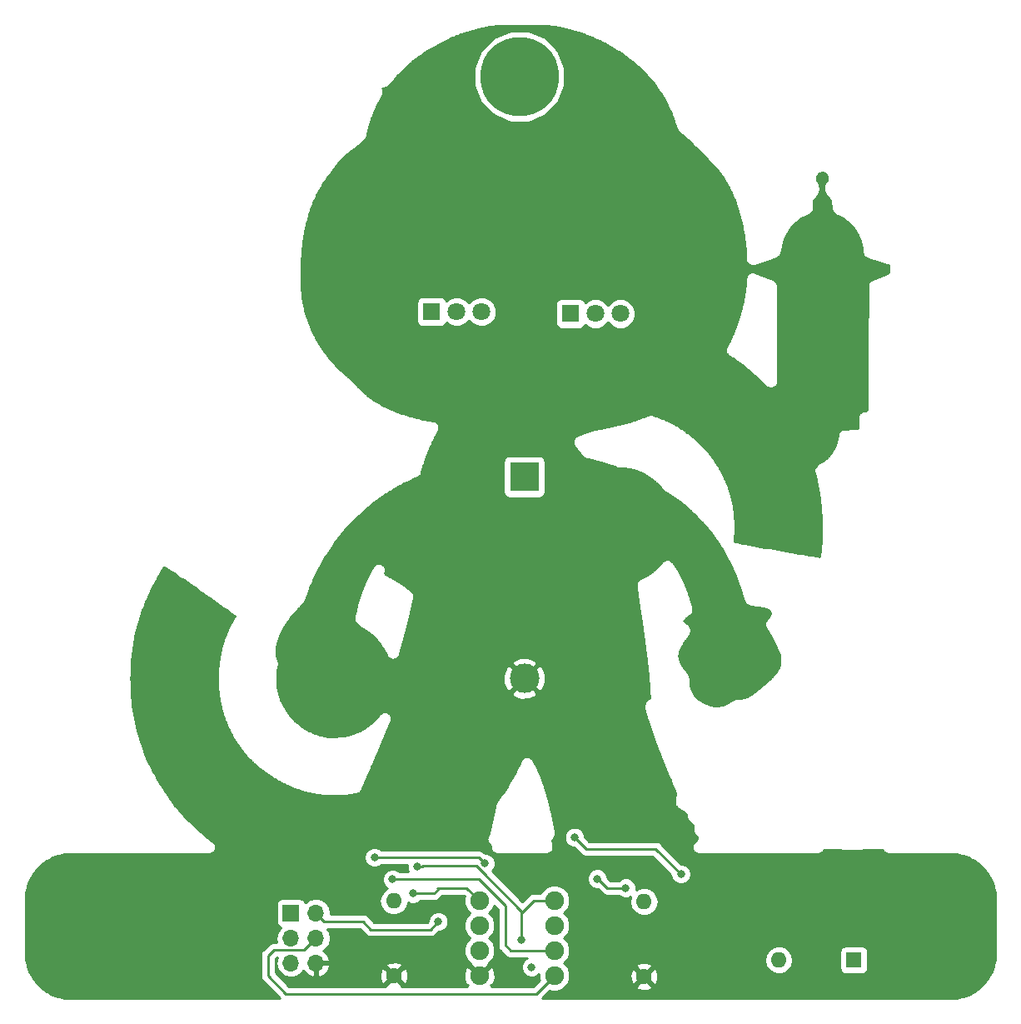
<source format=gbr>
G04 #@! TF.GenerationSoftware,KiCad,Pcbnew,(5.0.2)-1*
G04 #@! TF.CreationDate,2019-08-06T07:14:58-04:00*
G04 #@! TF.ProjectId,LuffyBadge2019_BSides,4c756666-7942-4616-9467-65323031395f,rev?*
G04 #@! TF.SameCoordinates,Original*
G04 #@! TF.FileFunction,Copper,L1,Top*
G04 #@! TF.FilePolarity,Positive*
%FSLAX46Y46*%
G04 Gerber Fmt 4.6, Leading zero omitted, Abs format (unit mm)*
G04 Created by KiCad (PCBNEW (5.0.2)-1) date 8/6/2019 7:14:58 AM*
%MOMM*%
%LPD*%
G01*
G04 APERTURE LIST*
G04 #@! TA.AperFunction,ComponentPad*
%ADD10R,3.000000X3.000000*%
G04 #@! TD*
G04 #@! TA.AperFunction,ComponentPad*
%ADD11C,3.000000*%
G04 #@! TD*
G04 #@! TA.AperFunction,ComponentPad*
%ADD12C,1.800000*%
G04 #@! TD*
G04 #@! TA.AperFunction,ComponentPad*
%ADD13R,1.800000X1.800000*%
G04 #@! TD*
G04 #@! TA.AperFunction,ComponentPad*
%ADD14C,1.600000*%
G04 #@! TD*
G04 #@! TA.AperFunction,ComponentPad*
%ADD15O,1.600000X1.600000*%
G04 #@! TD*
G04 #@! TA.AperFunction,ComponentPad*
%ADD16R,1.600000X1.600000*%
G04 #@! TD*
G04 #@! TA.AperFunction,ComponentPad*
%ADD17C,1.905000*%
G04 #@! TD*
G04 #@! TA.AperFunction,ComponentPad*
%ADD18O,1.700000X1.700000*%
G04 #@! TD*
G04 #@! TA.AperFunction,ComponentPad*
%ADD19R,1.700000X1.700000*%
G04 #@! TD*
G04 #@! TA.AperFunction,ComponentPad*
%ADD20C,8.000000*%
G04 #@! TD*
G04 #@! TA.AperFunction,ViaPad*
%ADD21C,0.800000*%
G04 #@! TD*
G04 #@! TA.AperFunction,Conductor*
%ADD22C,0.250000*%
G04 #@! TD*
G04 #@! TA.AperFunction,Conductor*
%ADD23C,0.254000*%
G04 #@! TD*
G04 APERTURE END LIST*
D10*
G04 #@! TO.P,BT1,1*
G04 #@! TO.N,Net-(BT1-Pad1)*
X147375000Y-88950000D03*
D11*
G04 #@! TO.P,BT1,2*
G04 #@! TO.N,GND*
X147375000Y-109440000D03*
G04 #@! TD*
D12*
G04 #@! TO.P,D1,3*
G04 #@! TO.N,MOSI*
X157155000Y-72375000D03*
G04 #@! TO.P,D1,2*
G04 #@! TO.N,Net-(D1-Pad2)*
X154615000Y-72375000D03*
D13*
G04 #@! TO.P,D1,1*
G04 #@! TO.N,MISO*
X152075000Y-72375000D03*
G04 #@! TD*
G04 #@! TO.P,D2,1*
G04 #@! TO.N,Net-(D2-Pad1)*
X137950000Y-72175000D03*
D12*
G04 #@! TO.P,D2,2*
G04 #@! TO.N,Net-(D2-Pad2)*
X140490000Y-72175000D03*
G04 #@! TO.P,D2,3*
G04 #@! TO.N,SCK*
X143030000Y-72175000D03*
G04 #@! TD*
D14*
G04 #@! TO.P,R1,1*
G04 #@! TO.N,GND*
X159550000Y-139750000D03*
D15*
G04 #@! TO.P,R1,2*
G04 #@! TO.N,Net-(D1-Pad2)*
X159550000Y-132130000D03*
G04 #@! TD*
G04 #@! TO.P,R2,2*
G04 #@! TO.N,Net-(D2-Pad2)*
X134100000Y-132055000D03*
D14*
G04 #@! TO.P,R2,1*
G04 #@! TO.N,GND*
X134100000Y-139675000D03*
G04 #@! TD*
D15*
G04 #@! TO.P,SW1,2*
G04 #@! TO.N,VCC*
X173255000Y-138050000D03*
D16*
G04 #@! TO.P,SW1,1*
G04 #@! TO.N,Net-(BT1-Pad1)*
X180875000Y-138050000D03*
G04 #@! TD*
D17*
G04 #@! TO.P,U1,8*
G04 #@! TO.N,VCC*
X150435000Y-132015000D03*
G04 #@! TO.P,U1,7*
G04 #@! TO.N,SCK*
X150435000Y-134555000D03*
G04 #@! TO.P,U1,6*
G04 #@! TO.N,MISO*
X150435000Y-137095000D03*
G04 #@! TO.P,U1,5*
G04 #@! TO.N,MOSI*
X150435000Y-139635000D03*
G04 #@! TO.P,U1,4*
G04 #@! TO.N,GND*
X142815000Y-139635000D03*
G04 #@! TO.P,U1,3*
G04 #@! TO.N,Net-(U1-Pad3)*
X142815000Y-137095000D03*
G04 #@! TO.P,U1,2*
G04 #@! TO.N,Net-(D2-Pad1)*
X142815000Y-134555000D03*
G04 #@! TO.P,U1,1*
G04 #@! TO.N,RST*
X142815000Y-132015000D03*
G04 #@! TD*
D18*
G04 #@! TO.P,J1,6*
G04 #@! TO.N,GND*
X126190000Y-138355000D03*
G04 #@! TO.P,J1,5*
G04 #@! TO.N,RST*
X123650000Y-138355000D03*
G04 #@! TO.P,J1,4*
G04 #@! TO.N,MOSI*
X126190000Y-135815000D03*
G04 #@! TO.P,J1,3*
G04 #@! TO.N,SCK*
X123650000Y-135815000D03*
G04 #@! TO.P,J1,2*
G04 #@! TO.N,VCC*
X126190000Y-133275000D03*
D19*
G04 #@! TO.P,J1,1*
G04 #@! TO.N,MISO*
X123650000Y-133275000D03*
G04 #@! TD*
D20*
G04 #@! TO.P,REF\002A\002A,1*
G04 #@! TO.N,N/C*
X146875000Y-48275000D03*
G04 #@! TD*
D21*
G04 #@! TO.N,*
X148125000Y-138775000D03*
G04 #@! TO.N,Net-(BT1-Pad1)*
X152475000Y-125575000D03*
X163300000Y-129325000D03*
G04 #@! TO.N,GND*
X120275000Y-138050000D03*
X129325000Y-137025000D03*
G04 #@! TO.N,Net-(D1-Pad2)*
X154800000Y-129800000D03*
X157700000Y-130725000D03*
G04 #@! TO.N,MISO*
X133975000Y-129850000D03*
G04 #@! TO.N,SCK*
X143375000Y-128250000D03*
X132150000Y-127625000D03*
G04 #@! TO.N,VCC*
X147050000Y-136000000D03*
X138625000Y-134150000D03*
X136475000Y-128575000D03*
G04 #@! TO.N,RST*
X136050000Y-131300000D03*
G04 #@! TD*
D22*
G04 #@! TO.N,Net-(BT1-Pad1)*
X160725000Y-126750000D02*
X163300000Y-129325000D01*
X152475000Y-125575000D02*
X153650000Y-126750000D01*
X153650000Y-126750000D02*
X160725000Y-126750000D01*
G04 #@! TO.N,Net-(D1-Pad2)*
X155800000Y-130725000D02*
X157700000Y-130725000D01*
X154800000Y-129800000D02*
X154875000Y-129800000D01*
X154875000Y-129800000D02*
X155800000Y-130725000D01*
G04 #@! TO.N,MOSI*
X148595000Y-141475000D02*
X150435000Y-139635000D01*
X132450000Y-141475000D02*
X132750000Y-141475000D01*
X132750000Y-141475000D02*
X148595000Y-141475000D01*
X123150000Y-141475000D02*
X132750000Y-141475000D01*
X121325000Y-139650000D02*
X123150000Y-141475000D01*
X121325000Y-137600000D02*
X121325000Y-139650000D01*
X121900000Y-137025000D02*
X121325000Y-137600000D01*
X126190000Y-135815000D02*
X124980000Y-137025000D01*
X124980000Y-137025000D02*
X121900000Y-137025000D01*
G04 #@! TO.N,MISO*
X150435000Y-137095000D02*
X145970000Y-137095000D01*
X145425000Y-136550000D02*
X145425000Y-132550000D01*
X134540685Y-129850000D02*
X133975000Y-129850000D01*
X145425000Y-132550000D02*
X142725000Y-129850000D01*
X142725000Y-129850000D02*
X134540685Y-129850000D01*
X145970000Y-137095000D02*
X145425000Y-136550000D01*
G04 #@! TO.N,SCK*
X143375000Y-128250000D02*
X142750000Y-127625000D01*
X142750000Y-127625000D02*
X132715685Y-127625000D01*
X132715685Y-127625000D02*
X132150000Y-127625000D01*
G04 #@! TO.N,VCC*
X148385000Y-132015000D02*
X150435000Y-132015000D01*
X147050000Y-136000000D02*
X147050000Y-133350000D01*
X147050000Y-133350000D02*
X147200000Y-133200000D01*
X147200000Y-133200000D02*
X148385000Y-132015000D01*
X143000000Y-129000000D02*
X147200000Y-133200000D01*
X127039999Y-134124999D02*
X130949999Y-134124999D01*
X126190000Y-133275000D02*
X127039999Y-134124999D01*
X130949999Y-134124999D02*
X131775000Y-134950000D01*
X131775000Y-134950000D02*
X137825000Y-134950000D01*
X137825000Y-134950000D02*
X138625000Y-134150000D01*
X137040685Y-128575000D02*
X137115685Y-128500000D01*
X136475000Y-128575000D02*
X137040685Y-128575000D01*
X142500000Y-128500000D02*
X143000000Y-129000000D01*
X137115685Y-128500000D02*
X142500000Y-128500000D01*
G04 #@! TO.N,RST*
X141525000Y-130725000D02*
X142815000Y-132015000D01*
X138550000Y-130725000D02*
X138750000Y-130725000D01*
X138750000Y-130725000D02*
X141525000Y-130725000D01*
X138175000Y-131300000D02*
X138750000Y-130725000D01*
X136050000Y-131300000D02*
X138175000Y-131300000D01*
G04 #@! TD*
D23*
G04 #@! TO.N,GND*
G36*
X147256476Y-43120689D02*
X147280211Y-43112750D01*
X147296525Y-43112765D01*
X147425808Y-43113073D01*
X147555219Y-43113568D01*
X147684363Y-43114250D01*
X147812250Y-43115115D01*
X147939364Y-43116167D01*
X148065795Y-43117410D01*
X148190419Y-43118832D01*
X148313809Y-43120442D01*
X148435425Y-43122235D01*
X148555691Y-43124221D01*
X148672903Y-43126374D01*
X148788842Y-43128729D01*
X148902054Y-43131260D01*
X149012419Y-43133969D01*
X149119954Y-43136858D01*
X149224752Y-43139934D01*
X149325980Y-43143179D01*
X149424075Y-43146609D01*
X149518120Y-43150197D01*
X149608553Y-43153964D01*
X149694964Y-43157900D01*
X149776898Y-43161987D01*
X149854145Y-43166219D01*
X149926642Y-43170594D01*
X149993733Y-43175073D01*
X150055413Y-43179653D01*
X150111033Y-43184276D01*
X150160062Y-43188873D01*
X150201796Y-43193337D01*
X150236569Y-43197633D01*
X150309254Y-43207901D01*
X150389024Y-43220257D01*
X150474464Y-43234504D01*
X150565181Y-43250582D01*
X150660424Y-43268351D01*
X150760131Y-43287795D01*
X150863556Y-43308763D01*
X150970269Y-43331159D01*
X151079991Y-43354913D01*
X151192400Y-43379951D01*
X151306914Y-43406135D01*
X151423245Y-43433393D01*
X151541166Y-43461669D01*
X151660165Y-43490836D01*
X151779845Y-43520794D01*
X151899937Y-43551475D01*
X152020069Y-43582784D01*
X152139779Y-43614601D01*
X152259033Y-43646921D01*
X152377192Y-43679578D01*
X152493723Y-43712425D01*
X152608766Y-43745512D01*
X152721555Y-43778624D01*
X152831800Y-43811686D01*
X152939261Y-43844636D01*
X153043461Y-43877340D01*
X153143900Y-43909651D01*
X153240314Y-43941495D01*
X153332272Y-43972741D01*
X153419203Y-44003203D01*
X153499939Y-44032467D01*
X153758286Y-44130371D01*
X154014993Y-44232693D01*
X154270723Y-44339639D01*
X154525409Y-44451142D01*
X154778729Y-44567026D01*
X155030554Y-44687196D01*
X155280721Y-44811544D01*
X155529050Y-44939954D01*
X155775243Y-45072242D01*
X156019276Y-45208374D01*
X156260880Y-45348178D01*
X156499796Y-45491488D01*
X156735977Y-45638254D01*
X156969137Y-45788290D01*
X157199131Y-45941490D01*
X157425834Y-46097764D01*
X157648961Y-46256912D01*
X157868291Y-46418771D01*
X158083819Y-46583339D01*
X158295194Y-46750352D01*
X158502355Y-46919767D01*
X158705037Y-47091379D01*
X158903099Y-47265080D01*
X159096365Y-47440733D01*
X159284610Y-47618150D01*
X159467708Y-47797234D01*
X159645477Y-47977834D01*
X159817677Y-48159729D01*
X159984217Y-48342854D01*
X160144870Y-48526997D01*
X160300384Y-48713088D01*
X160400647Y-48837569D01*
X160500946Y-48965749D01*
X160600396Y-49096500D01*
X160698902Y-49229672D01*
X160796377Y-49365127D01*
X160892685Y-49502650D01*
X160987813Y-49642202D01*
X161081615Y-49783550D01*
X161174063Y-49926633D01*
X161265040Y-50071254D01*
X161354423Y-50217202D01*
X161442180Y-50364408D01*
X161528253Y-50512768D01*
X161612504Y-50662035D01*
X161694893Y-50812128D01*
X161775272Y-50962771D01*
X161853689Y-51114054D01*
X161929934Y-51265571D01*
X162004020Y-51417349D01*
X162075858Y-51569209D01*
X162145324Y-51720904D01*
X162212402Y-51872402D01*
X162276959Y-52023415D01*
X162338954Y-52173860D01*
X162398331Y-52323621D01*
X162454978Y-52472435D01*
X162508872Y-52620267D01*
X162559886Y-52766784D01*
X162608010Y-52911992D01*
X162653119Y-53055543D01*
X162687600Y-53171792D01*
X162687811Y-53173985D01*
X162698669Y-53210091D01*
X162699061Y-53213768D01*
X162710087Y-53249084D01*
X162710618Y-53253525D01*
X162719627Y-53281142D01*
X162722132Y-53289734D01*
X162722628Y-53293415D01*
X162731547Y-53319424D01*
X162734675Y-53329824D01*
X162735251Y-53333598D01*
X162744050Y-53357865D01*
X162748057Y-53370698D01*
X162748670Y-53374237D01*
X162757301Y-53396628D01*
X162762500Y-53412563D01*
X162763053Y-53415377D01*
X162771432Y-53435730D01*
X162776895Y-53451659D01*
X162777671Y-53452993D01*
X162778565Y-53457005D01*
X162786593Y-53475193D01*
X162791890Y-53489802D01*
X162793842Y-53493027D01*
X162795378Y-53499124D01*
X162803002Y-53515185D01*
X162808068Y-53528328D01*
X162811309Y-53533449D01*
X162813616Y-53541579D01*
X162820766Y-53555558D01*
X162825585Y-53567262D01*
X162830195Y-53574194D01*
X162833371Y-53584181D01*
X162840002Y-53596198D01*
X162844584Y-53606579D01*
X162849943Y-53614214D01*
X162850407Y-53615054D01*
X162851024Y-53616355D01*
X162854700Y-53626723D01*
X162860843Y-53637039D01*
X162865217Y-53646255D01*
X162870795Y-53653755D01*
X162872210Y-53656131D01*
X162873736Y-53659115D01*
X162877587Y-53668914D01*
X162883301Y-53677814D01*
X162887558Y-53686136D01*
X162893330Y-53693434D01*
X162895656Y-53697056D01*
X162897958Y-53701229D01*
X162901916Y-53710377D01*
X162907326Y-53718205D01*
X162911645Y-53726033D01*
X162917683Y-53733193D01*
X162920660Y-53737501D01*
X162923561Y-53742373D01*
X162927629Y-53750967D01*
X162932933Y-53758114D01*
X162937477Y-53765745D01*
X162943828Y-53772793D01*
X162947196Y-53777332D01*
X162950303Y-53782171D01*
X162954507Y-53790344D01*
X162959944Y-53797186D01*
X162964963Y-53805004D01*
X162971745Y-53812039D01*
X162974996Y-53816131D01*
X162978034Y-53820527D01*
X162982387Y-53828368D01*
X162988157Y-53835175D01*
X162993898Y-53843483D01*
X163001186Y-53850547D01*
X163003982Y-53853846D01*
X163006569Y-53857331D01*
X163011110Y-53864961D01*
X163017485Y-53872039D01*
X163024183Y-53881064D01*
X163031947Y-53888096D01*
X163033909Y-53890275D01*
X163035771Y-53892618D01*
X163040453Y-53900006D01*
X163047612Y-53907521D01*
X163055517Y-53917469D01*
X163063685Y-53924391D01*
X163064530Y-53925278D01*
X163065571Y-53926507D01*
X163070315Y-53933582D01*
X163078399Y-53941641D01*
X163087697Y-53952610D01*
X163095939Y-53959158D01*
X163100617Y-53965793D01*
X163109746Y-53974476D01*
X163120537Y-53986457D01*
X163127574Y-53991710D01*
X163131284Y-53996744D01*
X163141430Y-54005995D01*
X163153775Y-54018953D01*
X163159585Y-54023042D01*
X163162329Y-54026623D01*
X163173428Y-54036370D01*
X163187314Y-54050212D01*
X163191944Y-54053295D01*
X163193794Y-54055629D01*
X163205729Y-54065768D01*
X163221076Y-54080365D01*
X163224641Y-54082620D01*
X163225701Y-54083919D01*
X163238266Y-54094290D01*
X163254997Y-54109546D01*
X163257721Y-54111190D01*
X163258198Y-54111760D01*
X163271182Y-54122215D01*
X163289103Y-54137952D01*
X163291256Y-54139197D01*
X163291361Y-54139320D01*
X163304545Y-54149714D01*
X163323460Y-54165783D01*
X163325362Y-54166842D01*
X163338333Y-54176889D01*
X163358104Y-54193209D01*
X163360086Y-54194276D01*
X163360222Y-54194430D01*
X163372782Y-54204020D01*
X163393215Y-54220472D01*
X163395629Y-54221734D01*
X163396191Y-54222364D01*
X163407930Y-54231223D01*
X163428882Y-54247742D01*
X163431563Y-54249108D01*
X163465269Y-54275218D01*
X163467466Y-54276314D01*
X163495080Y-54297398D01*
X163533440Y-54327442D01*
X163597337Y-54380546D01*
X163676205Y-54448770D01*
X163767459Y-54530033D01*
X163869431Y-54622878D01*
X163980912Y-54726186D01*
X164100650Y-54838764D01*
X164227712Y-54959697D01*
X164361273Y-55088165D01*
X164500280Y-55223126D01*
X164643649Y-55363494D01*
X164791077Y-55508948D01*
X164941418Y-55658346D01*
X165093601Y-55810603D01*
X165247035Y-55965121D01*
X165401065Y-56121236D01*
X165554378Y-56277616D01*
X165706471Y-56433752D01*
X165856632Y-56588926D01*
X166003617Y-56741866D01*
X166147056Y-56892205D01*
X166285654Y-57038612D01*
X166418716Y-57180379D01*
X166545815Y-57317090D01*
X166665415Y-57447136D01*
X166776877Y-57569861D01*
X166879184Y-57684191D01*
X166971420Y-57789144D01*
X167052272Y-57883255D01*
X167120356Y-57964885D01*
X167174104Y-58031993D01*
X167323908Y-58229893D01*
X167469900Y-58434521D01*
X167612406Y-58646294D01*
X167751290Y-58865010D01*
X167886506Y-59090584D01*
X168017994Y-59322922D01*
X168145615Y-59561773D01*
X168269350Y-59807101D01*
X168389070Y-60058655D01*
X168504719Y-60316319D01*
X168616239Y-60579972D01*
X168723553Y-60849438D01*
X168826597Y-61124581D01*
X168925290Y-61405199D01*
X169019583Y-61691179D01*
X169109392Y-61982294D01*
X169194698Y-62278518D01*
X169275406Y-62579583D01*
X169351456Y-62885306D01*
X169422814Y-63195618D01*
X169489420Y-63510334D01*
X169551216Y-63829282D01*
X169608137Y-64152238D01*
X169660160Y-64479196D01*
X169707212Y-64809860D01*
X169749263Y-65144206D01*
X169786240Y-65481905D01*
X169818109Y-65822874D01*
X169844825Y-66167005D01*
X169866340Y-66514116D01*
X169882321Y-66857884D01*
X169884036Y-66985094D01*
X169916292Y-67060090D01*
X169935919Y-67139331D01*
X169970590Y-67186338D01*
X169993670Y-67240000D01*
X170052170Y-67296943D01*
X170100627Y-67362641D01*
X170150650Y-67392803D01*
X170192508Y-67433547D01*
X170268347Y-67463769D01*
X170338255Y-67505921D01*
X170396010Y-67514644D01*
X170450276Y-67536269D01*
X170531908Y-67535168D01*
X170612626Y-67547359D01*
X170713651Y-67522336D01*
X170717926Y-67522172D01*
X170774062Y-67508749D01*
X170780299Y-67508399D01*
X170803331Y-67502458D01*
X170835001Y-67495713D01*
X170842358Y-67492549D01*
X170846217Y-67492280D01*
X170869835Y-67485849D01*
X170901611Y-67478251D01*
X170907231Y-67475666D01*
X170908014Y-67475453D01*
X170912855Y-67474204D01*
X170916187Y-67473937D01*
X170939259Y-67467393D01*
X170969988Y-67459466D01*
X170973973Y-67457547D01*
X170978735Y-67456196D01*
X170987820Y-67453722D01*
X170990301Y-67453502D01*
X171012345Y-67447044D01*
X171041477Y-67439112D01*
X171044407Y-67437652D01*
X171053312Y-67435044D01*
X171066496Y-67431304D01*
X171068402Y-67431121D01*
X171089243Y-67424852D01*
X171116554Y-67417106D01*
X171118778Y-67415969D01*
X171131852Y-67412036D01*
X171148706Y-67407099D01*
X171150210Y-67406945D01*
X171169808Y-67400917D01*
X171195289Y-67393453D01*
X171197024Y-67392547D01*
X171213749Y-67387403D01*
X171234129Y-67381273D01*
X171235350Y-67381141D01*
X171253798Y-67375357D01*
X171277508Y-67368225D01*
X171278897Y-67367487D01*
X171299131Y-67361142D01*
X171322397Y-67353987D01*
X171323421Y-67353871D01*
X171340905Y-67348294D01*
X171362921Y-67341523D01*
X171364059Y-67340909D01*
X171387141Y-67333547D01*
X171413080Y-67325414D01*
X171413962Y-67325310D01*
X171430621Y-67319914D01*
X171451143Y-67313479D01*
X171452100Y-67312956D01*
X171477971Y-67304576D01*
X171505726Y-67295723D01*
X171506514Y-67295627D01*
X171522639Y-67290328D01*
X171541768Y-67284227D01*
X171542590Y-67283773D01*
X171570173Y-67274709D01*
X171599869Y-67265089D01*
X171600588Y-67264999D01*
X171616197Y-67259800D01*
X171634329Y-67253927D01*
X171635061Y-67253518D01*
X171664459Y-67243727D01*
X171694996Y-67233693D01*
X171695679Y-67233604D01*
X171711171Y-67228377D01*
X171728364Y-67222728D01*
X171729028Y-67222353D01*
X171759344Y-67212126D01*
X171790632Y-67201705D01*
X171791308Y-67201615D01*
X171806992Y-67196257D01*
X171823379Y-67190799D01*
X171823997Y-67190447D01*
X171855049Y-67179838D01*
X171886273Y-67169304D01*
X171886966Y-67169209D01*
X171903068Y-67163638D01*
X171918868Y-67158308D01*
X171919461Y-67157967D01*
X171950692Y-67147162D01*
X171981424Y-67136663D01*
X171982151Y-67136560D01*
X171998801Y-67130726D01*
X172014347Y-67125415D01*
X172014938Y-67125072D01*
X172045790Y-67114262D01*
X172075577Y-67103957D01*
X172076360Y-67103843D01*
X172093740Y-67097674D01*
X172109304Y-67092289D01*
X172109914Y-67091932D01*
X172139819Y-67081317D01*
X172168239Y-67071359D01*
X172169110Y-67071228D01*
X172187492Y-67064613D01*
X172203235Y-67059097D01*
X172203883Y-67058715D01*
X172232343Y-67048473D01*
X172258926Y-67039036D01*
X172259922Y-67038882D01*
X172279458Y-67031748D01*
X172295634Y-67026006D01*
X172296348Y-67025580D01*
X172322868Y-67015896D01*
X172347169Y-67007151D01*
X172348331Y-67006965D01*
X172369119Y-66999252D01*
X172386012Y-66993173D01*
X172386829Y-66992681D01*
X172411010Y-66983709D01*
X172432500Y-66975862D01*
X172433897Y-66975630D01*
X172456219Y-66967201D01*
X172473887Y-66960749D01*
X172474841Y-66960169D01*
X172496355Y-66952045D01*
X172514502Y-66945312D01*
X172516222Y-66945014D01*
X172540180Y-66935784D01*
X172558784Y-66928882D01*
X172559933Y-66928175D01*
X172578140Y-66921161D01*
X172592795Y-66915627D01*
X172594948Y-66915237D01*
X172620454Y-66905182D01*
X172640258Y-66897704D01*
X172641691Y-66896810D01*
X172656378Y-66891021D01*
X172667075Y-66886900D01*
X172669863Y-66886368D01*
X172697084Y-66875340D01*
X172717896Y-66867322D01*
X172719718Y-66866170D01*
X172730462Y-66861817D01*
X172737159Y-66859176D01*
X172740850Y-66858427D01*
X172769425Y-66846457D01*
X172791325Y-66837824D01*
X172793731Y-66836275D01*
X172800432Y-66833469D01*
X172803071Y-66832399D01*
X172808115Y-66831295D01*
X172837713Y-66818364D01*
X172860303Y-66809212D01*
X172863559Y-66807073D01*
X172865338Y-66806295D01*
X172872422Y-66804590D01*
X172902218Y-66790831D01*
X172924670Y-66781426D01*
X172927442Y-66779558D01*
X172935646Y-66777320D01*
X172963789Y-66763284D01*
X172984562Y-66754209D01*
X172988933Y-66751166D01*
X173002507Y-66746755D01*
X173003572Y-66746158D01*
X173009298Y-66745295D01*
X173037056Y-66728567D01*
X173040604Y-66726928D01*
X173044608Y-66724015D01*
X173052474Y-66719275D01*
X173081461Y-66711883D01*
X173116537Y-66685637D01*
X173137068Y-66678664D01*
X173166797Y-66652582D01*
X173181176Y-66646686D01*
X173206537Y-66621504D01*
X173208515Y-66620154D01*
X173217187Y-66616080D01*
X173233661Y-66598000D01*
X173247555Y-66587604D01*
X173270140Y-66562472D01*
X173286598Y-66547483D01*
X173307727Y-66529437D01*
X173315428Y-66514322D01*
X173363339Y-66465442D01*
X173376280Y-66433293D01*
X173379943Y-66428518D01*
X173380728Y-66427581D01*
X173380894Y-66427277D01*
X173383422Y-66423982D01*
X173389245Y-66412169D01*
X173418294Y-66372803D01*
X173422769Y-66354754D01*
X173425336Y-66349252D01*
X173434811Y-66333539D01*
X173436635Y-66328484D01*
X173441634Y-66317005D01*
X173451974Y-66299587D01*
X173452374Y-66296809D01*
X173453768Y-66294265D01*
X173456819Y-66284569D01*
X173458432Y-66280623D01*
X173461436Y-66274656D01*
X173463654Y-66271151D01*
X173465133Y-66267314D01*
X173470017Y-66257612D01*
X173472812Y-66247517D01*
X173473587Y-66245856D01*
X173476398Y-66241229D01*
X173478729Y-66234836D01*
X173484350Y-66222791D01*
X173486274Y-66214937D01*
X173488451Y-66211217D01*
X173491322Y-66202918D01*
X173497278Y-66189243D01*
X173498531Y-66183487D01*
X173499908Y-66181050D01*
X173503077Y-66171417D01*
X173509130Y-66156612D01*
X173509973Y-66152267D01*
X173510847Y-66150669D01*
X173514191Y-66140005D01*
X173520185Y-66124449D01*
X173520769Y-66121074D01*
X173521355Y-66119968D01*
X173524743Y-66108643D01*
X173530573Y-66092655D01*
X173531012Y-66089817D01*
X173531474Y-66088917D01*
X173534852Y-66077096D01*
X173540445Y-66060930D01*
X173540795Y-66058388D01*
X173541237Y-66057502D01*
X173544559Y-66045342D01*
X173549873Y-66029191D01*
X173550177Y-66026703D01*
X173550695Y-66025635D01*
X173553914Y-66013311D01*
X173558914Y-65997363D01*
X173559196Y-65994751D01*
X173559834Y-65993399D01*
X173562927Y-65981015D01*
X173567622Y-65965322D01*
X173567892Y-65962468D01*
X173568687Y-65960738D01*
X173571646Y-65948345D01*
X173576023Y-65933029D01*
X173576285Y-65929838D01*
X173577262Y-65927655D01*
X173580059Y-65915393D01*
X173584138Y-65900463D01*
X173584393Y-65896844D01*
X173585572Y-65894137D01*
X173588242Y-65881872D01*
X173591989Y-65867527D01*
X173592212Y-65863761D01*
X173592356Y-65863183D01*
X173593594Y-65860264D01*
X173596099Y-65848196D01*
X173599570Y-65834300D01*
X173599747Y-65830656D01*
X173600193Y-65828785D01*
X173601357Y-65825965D01*
X173603710Y-65814058D01*
X173606894Y-65800721D01*
X173607025Y-65797277D01*
X173607156Y-65796614D01*
X173607744Y-65794036D01*
X173608844Y-65791297D01*
X173611047Y-65779560D01*
X173613960Y-65766789D01*
X173614050Y-65763553D01*
X173614343Y-65761993D01*
X173615004Y-65758957D01*
X173616050Y-65756279D01*
X173618110Y-65744690D01*
X173620767Y-65732489D01*
X173620822Y-65729440D01*
X173621228Y-65727157D01*
X173621980Y-65723533D01*
X173622973Y-65720917D01*
X173624877Y-65709581D01*
X173627302Y-65697899D01*
X173627326Y-65694995D01*
X173627851Y-65691871D01*
X173628651Y-65687819D01*
X173629606Y-65685229D01*
X173631375Y-65674033D01*
X173633567Y-65662940D01*
X173633563Y-65660186D01*
X173634178Y-65656300D01*
X173635023Y-65651797D01*
X173635943Y-65649222D01*
X173637574Y-65638199D01*
X173639549Y-65627677D01*
X173639521Y-65625050D01*
X173640207Y-65620409D01*
X173641081Y-65615495D01*
X173641973Y-65612919D01*
X173643469Y-65602063D01*
X173645237Y-65592121D01*
X173645186Y-65589610D01*
X173645925Y-65584248D01*
X173650622Y-65556278D01*
X173650520Y-65552884D01*
X173655690Y-65520170D01*
X173655553Y-65516723D01*
X173660427Y-65483794D01*
X173660418Y-65483608D01*
X173671988Y-65408724D01*
X173692772Y-65303219D01*
X173718443Y-65195342D01*
X173748947Y-65085480D01*
X173784199Y-64974020D01*
X173824115Y-64861286D01*
X173868567Y-64747667D01*
X173917423Y-64633506D01*
X173970527Y-64519166D01*
X174027734Y-64404954D01*
X174088842Y-64291260D01*
X174153707Y-64178339D01*
X174222097Y-64066589D01*
X174293854Y-63956253D01*
X174368742Y-63847690D01*
X174446566Y-63741173D01*
X174527096Y-63637017D01*
X174610123Y-63535490D01*
X174695389Y-63436910D01*
X174782679Y-63341526D01*
X174871708Y-63249651D01*
X174962248Y-63161521D01*
X175053985Y-63077442D01*
X175146664Y-62997642D01*
X175240021Y-62922341D01*
X175333684Y-62851824D01*
X175427396Y-62786264D01*
X175520762Y-62725903D01*
X175613498Y-62670876D01*
X175705225Y-62621350D01*
X175802578Y-62574042D01*
X176292080Y-62349890D01*
X176348072Y-62338753D01*
X176417044Y-62292667D01*
X176428776Y-62287295D01*
X176474064Y-62254568D01*
X176578790Y-62184592D01*
X176586160Y-62173562D01*
X176596912Y-62165792D01*
X176662979Y-62058595D01*
X176732951Y-61953874D01*
X176735540Y-61940861D01*
X176742498Y-61929570D01*
X176762512Y-61805260D01*
X176773421Y-61750417D01*
X176773421Y-61737503D01*
X176786605Y-61655616D01*
X176773421Y-61600077D01*
X176773421Y-61169168D01*
X176773592Y-61136291D01*
X176774075Y-61107184D01*
X176774861Y-61080483D01*
X176775928Y-61056185D01*
X176777250Y-61034139D01*
X176778784Y-61014440D01*
X176780497Y-60996870D01*
X176782320Y-60981547D01*
X176784219Y-60968209D01*
X176786134Y-60956791D01*
X176788013Y-60947144D01*
X176789836Y-60939001D01*
X176791574Y-60932176D01*
X176793229Y-60926411D01*
X176794835Y-60921409D01*
X176796465Y-60916833D01*
X176798175Y-60912476D01*
X176800105Y-60907985D01*
X176802408Y-60903060D01*
X176805213Y-60897511D01*
X176808722Y-60891053D01*
X176813080Y-60883552D01*
X176818444Y-60874872D01*
X176825023Y-60864808D01*
X176832913Y-60853347D01*
X176842219Y-60840448D01*
X176853099Y-60825997D01*
X176865564Y-60810062D01*
X176879738Y-60792553D01*
X176895621Y-60773525D01*
X176912282Y-60754098D01*
X176914626Y-60752235D01*
X176954915Y-60704673D01*
X176957867Y-60702274D01*
X176980709Y-60674710D01*
X176998444Y-60654138D01*
X176999792Y-60653013D01*
X177022012Y-60625464D01*
X177038920Y-60605505D01*
X177040534Y-60604112D01*
X177061899Y-60576736D01*
X177078415Y-60556806D01*
X177080246Y-60555164D01*
X177100543Y-60528099D01*
X177117094Y-60507579D01*
X177119007Y-60505784D01*
X177137963Y-60479272D01*
X177155220Y-60457160D01*
X177156964Y-60455433D01*
X177174342Y-60429696D01*
X177190803Y-60407747D01*
X177191393Y-60406516D01*
X177194096Y-60403667D01*
X177209613Y-60379064D01*
X177224681Y-60357989D01*
X177226171Y-60354692D01*
X177230418Y-60349877D01*
X177243895Y-60326688D01*
X177257274Y-60306874D01*
X177259771Y-60300928D01*
X177265763Y-60293538D01*
X177277002Y-60272209D01*
X177288502Y-60253975D01*
X177292045Y-60244741D01*
X177299846Y-60234136D01*
X177308801Y-60215010D01*
X177318285Y-60198692D01*
X177322763Y-60185623D01*
X177332257Y-60171176D01*
X177338968Y-60154617D01*
X177346383Y-60140545D01*
X177351076Y-60124741D01*
X177351131Y-60124605D01*
X177352881Y-60120867D01*
X177362335Y-60104468D01*
X177366982Y-60090749D01*
X177372441Y-60079091D01*
X177376465Y-60062757D01*
X177377840Y-60058697D01*
X177381195Y-60050421D01*
X177389353Y-60033927D01*
X177392271Y-60023090D01*
X177395985Y-60013925D01*
X177399027Y-59997997D01*
X177401440Y-59989035D01*
X177406061Y-59975394D01*
X177412425Y-59959975D01*
X177414023Y-59951890D01*
X177416359Y-59944994D01*
X177418273Y-59930382D01*
X177421151Y-59915824D01*
X177426293Y-59896723D01*
X177430766Y-59883245D01*
X177431494Y-59877405D01*
X177432854Y-59872355D01*
X177433694Y-59859766D01*
X177436200Y-59839676D01*
X177440840Y-59816195D01*
X177443717Y-59804825D01*
X177443939Y-59800517D01*
X177444713Y-59796600D01*
X177444700Y-59785743D01*
X177445947Y-59761525D01*
X177449072Y-59736469D01*
X177450921Y-59726030D01*
X177450842Y-59722273D01*
X177451312Y-59718505D01*
X177450539Y-59707823D01*
X177450009Y-59682627D01*
X177451193Y-59659634D01*
X177452395Y-59648208D01*
X177452002Y-59643929D01*
X177452242Y-59639269D01*
X177450441Y-59626925D01*
X177448364Y-59604312D01*
X177447983Y-59586137D01*
X177448495Y-59572510D01*
X177447576Y-59566770D01*
X177447439Y-59560252D01*
X177444141Y-59545319D01*
X177441343Y-59527845D01*
X177440237Y-59515793D01*
X177439841Y-59499936D01*
X177438049Y-59491973D01*
X177437205Y-59482776D01*
X177432109Y-59465569D01*
X177429550Y-59454195D01*
X177428601Y-59448263D01*
X177427178Y-59430966D01*
X177424115Y-59420251D01*
X177422138Y-59407902D01*
X177415365Y-59389639D01*
X177413776Y-59384080D01*
X177413631Y-59383433D01*
X177411276Y-59365865D01*
X177406609Y-59352223D01*
X177403071Y-59336495D01*
X177395515Y-59319467D01*
X177392822Y-59304533D01*
X177386300Y-59287952D01*
X177380849Y-59268882D01*
X177374610Y-59256743D01*
X177372383Y-59246674D01*
X177363902Y-59227373D01*
X177356308Y-59205174D01*
X177351826Y-59197453D01*
X177350388Y-59191853D01*
X177339949Y-59170117D01*
X177330126Y-59145143D01*
X177327617Y-59141238D01*
X177327133Y-59139555D01*
X177314845Y-59115734D01*
X177302828Y-59088388D01*
X177300548Y-59085129D01*
X177288880Y-59063776D01*
X177274775Y-59034404D01*
X177271743Y-59030365D01*
X177262212Y-59013706D01*
X177246180Y-58982629D01*
X177243000Y-58978637D01*
X177234878Y-58964947D01*
X177217168Y-58932536D01*
X177212754Y-58927258D01*
X177187790Y-58883622D01*
X177184138Y-58879425D01*
X177180338Y-58873019D01*
X177171482Y-58857539D01*
X177163530Y-58843068D01*
X177156568Y-58829824D01*
X177150470Y-58817652D01*
X177145220Y-58806604D01*
X177140693Y-58796510D01*
X177136863Y-58787415D01*
X177133611Y-58779142D01*
X177130862Y-58771601D01*
X177128545Y-58764700D01*
X177126581Y-58758295D01*
X177124883Y-58752174D01*
X177123410Y-58746248D01*
X177122108Y-58740321D01*
X177120942Y-58734228D01*
X177119880Y-58727728D01*
X177118928Y-58720740D01*
X177118083Y-58713028D01*
X177117366Y-58704501D01*
X177116804Y-58695021D01*
X177116427Y-58684380D01*
X177116274Y-58672535D01*
X177116389Y-58659402D01*
X177116812Y-58644886D01*
X177117588Y-58628888D01*
X177118750Y-58611433D01*
X177120339Y-58592426D01*
X177122388Y-58571806D01*
X177124911Y-58549680D01*
X177126321Y-58538629D01*
X177138912Y-58467842D01*
X177152843Y-58416207D01*
X177169714Y-58370379D01*
X177189138Y-58329428D01*
X177210938Y-58292509D01*
X177235104Y-58258903D01*
X177261709Y-58228108D01*
X177290859Y-58199811D01*
X177322642Y-58173872D01*
X177357084Y-58150295D01*
X177394075Y-58129221D01*
X177433448Y-58110825D01*
X177474904Y-58095326D01*
X177518061Y-58082932D01*
X177562477Y-58073819D01*
X177607649Y-58068119D01*
X177653079Y-58065905D01*
X177698250Y-58067189D01*
X177742671Y-58071928D01*
X177785929Y-58080033D01*
X177827664Y-58091382D01*
X177867640Y-58105856D01*
X177905722Y-58123366D01*
X177941881Y-58143893D01*
X177976220Y-58167549D01*
X178008884Y-58194593D01*
X178040061Y-58225485D01*
X178069877Y-58260864D01*
X178098383Y-58301580D01*
X178125439Y-58348593D01*
X178153325Y-58408571D01*
X178153612Y-58409316D01*
X178156762Y-58418760D01*
X178160289Y-58431081D01*
X178163930Y-58446057D01*
X178167442Y-58463321D01*
X178170658Y-58482643D01*
X178173436Y-58503730D01*
X178175664Y-58526257D01*
X178177265Y-58549972D01*
X178178182Y-58574580D01*
X178178380Y-58599811D01*
X178177842Y-58625430D01*
X178176572Y-58651087D01*
X178174584Y-58676578D01*
X178171912Y-58701626D01*
X178168608Y-58725949D01*
X178164744Y-58749254D01*
X178160408Y-58771287D01*
X178155722Y-58791724D01*
X178150835Y-58810257D01*
X178145914Y-58826638D01*
X178141214Y-58840454D01*
X178140963Y-58841109D01*
X178138160Y-58843029D01*
X178120298Y-58861309D01*
X178102339Y-58876774D01*
X178098849Y-58881238D01*
X178092135Y-58886370D01*
X178077622Y-58902856D01*
X178062803Y-58916692D01*
X178056526Y-58925423D01*
X178046060Y-58934438D01*
X178034957Y-58948645D01*
X178023401Y-58960471D01*
X178014509Y-58974117D01*
X178000517Y-58987854D01*
X177992702Y-58999320D01*
X177984405Y-59008745D01*
X177974105Y-59026507D01*
X177970875Y-59030640D01*
X177956311Y-59047152D01*
X177951499Y-59055433D01*
X177946313Y-59062068D01*
X177940381Y-59073832D01*
X177938968Y-59075030D01*
X177932426Y-59087756D01*
X177924999Y-59098652D01*
X177914655Y-59112403D01*
X177912319Y-59117257D01*
X177909807Y-59120942D01*
X177904235Y-59134051D01*
X177899890Y-59143079D01*
X177895869Y-59147156D01*
X177890475Y-59160438D01*
X177880694Y-59177268D01*
X177876795Y-59183463D01*
X177876218Y-59184971D01*
X177875774Y-59185735D01*
X177874476Y-59189523D01*
X177863779Y-59217479D01*
X177859347Y-59222856D01*
X177855618Y-59235056D01*
X177845402Y-59256281D01*
X177845011Y-59257799D01*
X177844125Y-59259522D01*
X177833977Y-59295015D01*
X177830219Y-59300483D01*
X177827973Y-59311051D01*
X177819879Y-59332204D01*
X177819267Y-59335787D01*
X177817818Y-59339356D01*
X177811138Y-59374202D01*
X177808769Y-59378355D01*
X177807676Y-59386999D01*
X177800403Y-59412436D01*
X177800033Y-59416927D01*
X177798715Y-59421240D01*
X177796045Y-59447782D01*
X177793628Y-59457159D01*
X177794311Y-59461987D01*
X177787876Y-59495555D01*
X177787904Y-59499611D01*
X177787100Y-59503395D01*
X177786807Y-59525901D01*
X177784965Y-59536687D01*
X177786446Y-59543199D01*
X177782773Y-59579707D01*
X177783005Y-59582117D01*
X177782747Y-59584159D01*
X177784372Y-59607144D01*
X177783381Y-59619178D01*
X177785504Y-59625794D01*
X177785037Y-59661672D01*
X177785013Y-59662171D01*
X177785029Y-59662275D01*
X177785018Y-59663094D01*
X177785725Y-59666905D01*
X177789228Y-59690215D01*
X177789317Y-59702992D01*
X177791515Y-59708197D01*
X177792704Y-59725004D01*
X177792995Y-59736436D01*
X177793748Y-59739774D01*
X177794056Y-59744135D01*
X177797905Y-59758211D01*
X177801524Y-59774260D01*
X177802674Y-59786192D01*
X177804040Y-59788761D01*
X177804151Y-59789497D01*
X177805725Y-59806614D01*
X177807752Y-59813455D01*
X177808980Y-59821625D01*
X177815722Y-59840354D01*
X177818675Y-59850320D01*
X177819349Y-59853310D01*
X177822294Y-59872597D01*
X177826007Y-59882837D01*
X177828697Y-59894766D01*
X177837592Y-59914785D01*
X177838098Y-59916181D01*
X177841930Y-59934602D01*
X177847616Y-59947997D01*
X177852184Y-59963414D01*
X177860426Y-59979077D01*
X177864016Y-59992978D01*
X177871814Y-60009159D01*
X177878519Y-60027651D01*
X177885236Y-60038750D01*
X177888124Y-60048256D01*
X177898045Y-60066798D01*
X177906976Y-60087837D01*
X177911950Y-60095142D01*
X177913938Y-60100904D01*
X177925866Y-60121326D01*
X177937005Y-60144441D01*
X177940231Y-60148725D01*
X177941255Y-60151404D01*
X177955045Y-60173325D01*
X177968285Y-60198070D01*
X177969867Y-60199996D01*
X177969964Y-60200229D01*
X177985420Y-60223289D01*
X178000584Y-60249251D01*
X178002862Y-60251823D01*
X178016904Y-60271661D01*
X178033784Y-60298494D01*
X178036466Y-60301327D01*
X178049502Y-60318896D01*
X178067865Y-60346293D01*
X178070600Y-60349021D01*
X178083188Y-60365306D01*
X178102837Y-60393065D01*
X178105424Y-60395517D01*
X178118093Y-60411334D01*
X178138774Y-60439205D01*
X178141096Y-60441309D01*
X178154163Y-60457126D01*
X178175710Y-60485002D01*
X178177724Y-60486755D01*
X178191566Y-60503067D01*
X178213758Y-60530774D01*
X178215441Y-60532189D01*
X178230301Y-60549293D01*
X178252979Y-60576746D01*
X178256594Y-60579693D01*
X178293476Y-60623154D01*
X178296643Y-60625667D01*
X178312842Y-60644339D01*
X178331379Y-60666272D01*
X178348206Y-60686774D01*
X178363457Y-60705968D01*
X178377126Y-60723802D01*
X178389272Y-60740288D01*
X178400090Y-60755617D01*
X178409639Y-60769797D01*
X178418023Y-60782896D01*
X178425447Y-60795148D01*
X178431996Y-60806606D01*
X178437836Y-60817484D01*
X178443121Y-60828004D01*
X178447968Y-60838358D01*
X178452525Y-60848845D01*
X178456871Y-60859658D01*
X178461098Y-60871071D01*
X178465264Y-60883326D01*
X178469420Y-60896691D01*
X178473579Y-60911357D01*
X178477734Y-60927485D01*
X178481896Y-60945316D01*
X178486048Y-60965010D01*
X178490156Y-60986625D01*
X178494194Y-61010271D01*
X178498158Y-61036138D01*
X178502010Y-61064203D01*
X178505727Y-61094483D01*
X178509317Y-61127203D01*
X178512745Y-61162143D01*
X178514375Y-61180724D01*
X178514160Y-61182781D01*
X178518395Y-61228680D01*
X178518134Y-61231373D01*
X178522493Y-61274952D01*
X178522552Y-61275633D01*
X178522280Y-61278724D01*
X178524781Y-61301649D01*
X178525933Y-61315092D01*
X178526438Y-61316836D01*
X178526935Y-61321394D01*
X178526650Y-61325081D01*
X178529438Y-61348366D01*
X178530769Y-61362788D01*
X178531434Y-61365028D01*
X178531586Y-61366298D01*
X178531308Y-61370560D01*
X178534396Y-61393944D01*
X178535917Y-61409145D01*
X178536546Y-61411206D01*
X178536330Y-61415435D01*
X178539723Y-61438608D01*
X178541434Y-61454293D01*
X178541945Y-61455916D01*
X178541807Y-61459879D01*
X178545520Y-61482665D01*
X178547413Y-61498472D01*
X178547918Y-61500019D01*
X178547851Y-61504140D01*
X178551855Y-61526136D01*
X178553923Y-61541791D01*
X178554577Y-61543716D01*
X178554601Y-61548478D01*
X178558877Y-61569434D01*
X178561084Y-61584506D01*
X178562059Y-61587246D01*
X178562232Y-61593181D01*
X178566710Y-61612695D01*
X178569005Y-61626781D01*
X178570518Y-61630827D01*
X178570951Y-61638449D01*
X178575515Y-61656096D01*
X178577834Y-61668836D01*
X178580145Y-61674682D01*
X178581016Y-61684568D01*
X178585511Y-61699953D01*
X178587747Y-61710911D01*
X178590919Y-61718462D01*
X178591197Y-61719416D01*
X178591229Y-61719553D01*
X178592743Y-61731790D01*
X178596965Y-61744554D01*
X178598963Y-61753260D01*
X178602318Y-61760735D01*
X178603496Y-61764297D01*
X178604513Y-61768228D01*
X178606476Y-61780199D01*
X178610123Y-61789921D01*
X178611706Y-61796042D01*
X178614915Y-61802695D01*
X178617689Y-61810089D01*
X178620467Y-61819599D01*
X178622635Y-61829949D01*
X178625358Y-61836339D01*
X178626280Y-61839495D01*
X178628595Y-61843934D01*
X178634166Y-61857009D01*
X178640002Y-61874652D01*
X178641656Y-61880994D01*
X178653290Y-61904992D01*
X178662300Y-61929011D01*
X178663041Y-61930205D01*
X178663980Y-61933155D01*
X178675513Y-61954037D01*
X178684518Y-61975170D01*
X178687503Y-61979541D01*
X178689990Y-61986034D01*
X178701220Y-62003863D01*
X178710093Y-62022165D01*
X178715548Y-62029374D01*
X178719930Y-62039003D01*
X178730737Y-62054032D01*
X178739412Y-62069739D01*
X178747418Y-62079226D01*
X178753903Y-62091341D01*
X178764273Y-62103962D01*
X178772760Y-62117435D01*
X178780304Y-62125397D01*
X178780492Y-62125890D01*
X178783757Y-62129349D01*
X178791771Y-62142189D01*
X178801827Y-62152890D01*
X178810243Y-62164594D01*
X178822695Y-62176218D01*
X178833010Y-62190511D01*
X178843109Y-62199906D01*
X178851810Y-62210496D01*
X178865607Y-62221805D01*
X178877063Y-62235632D01*
X178887713Y-62244290D01*
X178897149Y-62254331D01*
X178911258Y-62264407D01*
X178922896Y-62276734D01*
X178934719Y-62285135D01*
X178945528Y-62295192D01*
X178958868Y-62303426D01*
X178969700Y-62313565D01*
X178983426Y-62322095D01*
X178996263Y-62332530D01*
X179007549Y-62338495D01*
X179016462Y-62345922D01*
X179032666Y-62354739D01*
X179048164Y-62365753D01*
X179056383Y-62369438D01*
X179062474Y-62373989D01*
X179081698Y-62383165D01*
X179100381Y-62394775D01*
X179104580Y-62396354D01*
X179107034Y-62398011D01*
X179129592Y-62407483D01*
X179151866Y-62419604D01*
X179158271Y-62421599D01*
X179175952Y-62428152D01*
X179183218Y-62431621D01*
X179190602Y-62435791D01*
X179194954Y-62437223D01*
X179201953Y-62440563D01*
X179215865Y-62444100D01*
X179220154Y-62445511D01*
X179249987Y-62458038D01*
X179264661Y-62461031D01*
X179295795Y-62472570D01*
X179306114Y-62474220D01*
X179328752Y-62482972D01*
X179360508Y-62496622D01*
X179397581Y-62513990D01*
X179439095Y-62534886D01*
X179484443Y-62559154D01*
X179532983Y-62586556D01*
X179584257Y-62616900D01*
X179637816Y-62649969D01*
X179693349Y-62685604D01*
X179750485Y-62723592D01*
X179808900Y-62763735D01*
X179868331Y-62805864D01*
X179928464Y-62849767D01*
X179989024Y-62895253D01*
X180049862Y-62942216D01*
X180110580Y-62990356D01*
X180171096Y-63039617D01*
X180231009Y-63089682D01*
X180290250Y-63140500D01*
X180348418Y-63191736D01*
X180405475Y-63243368D01*
X180460998Y-63295025D01*
X180514860Y-63346591D01*
X180566783Y-63397810D01*
X180616530Y-63448452D01*
X180663893Y-63498304D01*
X180708562Y-63547031D01*
X180750317Y-63594373D01*
X180788884Y-63639981D01*
X180824946Y-63684653D01*
X180867253Y-63739352D01*
X180909402Y-63795831D01*
X180950570Y-63853019D01*
X180990779Y-63910938D01*
X181030000Y-63969545D01*
X181068230Y-64028829D01*
X181105469Y-64088786D01*
X181141712Y-64149410D01*
X181176941Y-64210664D01*
X181211124Y-64272491D01*
X181244278Y-64334917D01*
X181276403Y-64397939D01*
X181307447Y-64461457D01*
X181337458Y-64525567D01*
X181366397Y-64590188D01*
X181394243Y-64655267D01*
X181421018Y-64720861D01*
X181446687Y-64786885D01*
X181471272Y-64853401D01*
X181494714Y-64920245D01*
X181517044Y-64987513D01*
X181538267Y-65055223D01*
X181558324Y-65123196D01*
X181577260Y-65191584D01*
X181595036Y-65260259D01*
X181611656Y-65329248D01*
X181627109Y-65398515D01*
X181641396Y-65468078D01*
X181654488Y-65537804D01*
X181666400Y-65607804D01*
X181677575Y-65680993D01*
X181744153Y-66143151D01*
X181738595Y-66189641D01*
X181763763Y-66279282D01*
X181767053Y-66302118D01*
X181782296Y-66345289D01*
X181813603Y-66456794D01*
X181828237Y-66475401D01*
X181836119Y-66497726D01*
X181913539Y-66583868D01*
X181985135Y-66674906D01*
X182005778Y-66686498D01*
X182021602Y-66704105D01*
X182126094Y-66754063D01*
X182166010Y-66776478D01*
X182187942Y-66783633D01*
X182271944Y-66823794D01*
X182318700Y-66826287D01*
X183254701Y-67131623D01*
X183255046Y-67131816D01*
X183313622Y-67150851D01*
X183314328Y-67151244D01*
X183359359Y-67165764D01*
X183372843Y-67170162D01*
X183373323Y-67170428D01*
X183408481Y-67181676D01*
X183431764Y-67189242D01*
X183431947Y-67189343D01*
X183437471Y-67191097D01*
X183443519Y-67193062D01*
X183443747Y-67193089D01*
X183467117Y-67200508D01*
X183489922Y-67207861D01*
X183490124Y-67207972D01*
X183496264Y-67209906D01*
X183502625Y-67211957D01*
X183502863Y-67211985D01*
X183525701Y-67219178D01*
X183547542Y-67226166D01*
X183547777Y-67226294D01*
X183554900Y-67228520D01*
X183561355Y-67230585D01*
X183561597Y-67230613D01*
X183583896Y-67237581D01*
X183604553Y-67244138D01*
X183604810Y-67244278D01*
X183612562Y-67246681D01*
X183619624Y-67248923D01*
X183619890Y-67248953D01*
X183641214Y-67255563D01*
X183660862Y-67261752D01*
X183661153Y-67261909D01*
X183669834Y-67264578D01*
X183677355Y-67266947D01*
X183677641Y-67266978D01*
X183698143Y-67273282D01*
X183716390Y-67278984D01*
X183716719Y-67279160D01*
X183726384Y-67282107D01*
X183734475Y-67284635D01*
X183734786Y-67284668D01*
X183753958Y-67290513D01*
X183771057Y-67295814D01*
X183771419Y-67296007D01*
X183781859Y-67299163D01*
X183790883Y-67301960D01*
X183791236Y-67301997D01*
X183809228Y-67307435D01*
X183824771Y-67312214D01*
X183825196Y-67312439D01*
X183837141Y-67316017D01*
X183846515Y-67318899D01*
X183846891Y-67318937D01*
X183863874Y-67324024D01*
X183877480Y-67328173D01*
X183877967Y-67328429D01*
X183891180Y-67332349D01*
X183901281Y-67335429D01*
X183901700Y-67335471D01*
X183917026Y-67340018D01*
X183929093Y-67343666D01*
X183929631Y-67343947D01*
X183943695Y-67348079D01*
X183955092Y-67351524D01*
X183955583Y-67351572D01*
X183969122Y-67355550D01*
X183979541Y-67358671D01*
X183980171Y-67358998D01*
X183995848Y-67363555D01*
X184007896Y-67367164D01*
X184008440Y-67367216D01*
X184020748Y-67370794D01*
X184028726Y-67373161D01*
X184029450Y-67373534D01*
X184046587Y-67378460D01*
X184059606Y-67382323D01*
X184060223Y-67382380D01*
X184070250Y-67385262D01*
X184076628Y-67387136D01*
X184077456Y-67387560D01*
X184095810Y-67392772D01*
X184110122Y-67396977D01*
X184110847Y-67397042D01*
X184119385Y-67399467D01*
X184123123Y-67400553D01*
X184124096Y-67401047D01*
X184144288Y-67406706D01*
X184159432Y-67411108D01*
X184160250Y-67411179D01*
X184166593Y-67412957D01*
X184168198Y-67413418D01*
X184169322Y-67413983D01*
X184190842Y-67419927D01*
X184207397Y-67424686D01*
X184208364Y-67424767D01*
X184211798Y-67425715D01*
X184213093Y-67426360D01*
X184236357Y-67432683D01*
X184254006Y-67437695D01*
X184254496Y-67437734D01*
X184255394Y-67438176D01*
X184280336Y-67444833D01*
X184295471Y-67449074D01*
X184296152Y-67449405D01*
X184322550Y-67456307D01*
X184334409Y-67459583D01*
X184335457Y-67460084D01*
X184363521Y-67467247D01*
X184371770Y-67469489D01*
X184373259Y-67470189D01*
X184402166Y-67477362D01*
X184404503Y-67503433D01*
X184407773Y-67548860D01*
X184410394Y-67596028D01*
X184412340Y-67644638D01*
X184413596Y-67694258D01*
X184414152Y-67744557D01*
X184414007Y-67795106D01*
X184413169Y-67845566D01*
X184411649Y-67895632D01*
X184409467Y-67944920D01*
X184406647Y-67993090D01*
X184403229Y-68039667D01*
X184399255Y-68084330D01*
X184394785Y-68126652D01*
X184389906Y-68166110D01*
X184386240Y-68191673D01*
X184366790Y-68202311D01*
X184338354Y-68217496D01*
X184308061Y-68233316D01*
X184275971Y-68249723D01*
X184242332Y-68266583D01*
X184207168Y-68283874D01*
X184170713Y-68301472D01*
X184133014Y-68319348D01*
X184094023Y-68337518D01*
X184054125Y-68355796D01*
X184013197Y-68374231D01*
X183971580Y-68392664D01*
X183929115Y-68411160D01*
X183885864Y-68429684D01*
X183842230Y-68448057D01*
X183798106Y-68466318D01*
X183753679Y-68484385D01*
X183708761Y-68502325D01*
X183663054Y-68520242D01*
X182797404Y-68855972D01*
X182723672Y-68869989D01*
X182611812Y-68943367D01*
X182498928Y-69015138D01*
X182495966Y-69019360D01*
X182491655Y-69022188D01*
X182416391Y-69132786D01*
X182339565Y-69242294D01*
X182338445Y-69247326D01*
X182335543Y-69251590D01*
X182308330Y-69382584D01*
X182279261Y-69513144D01*
X182292226Y-69587067D01*
X182236503Y-76157453D01*
X182233446Y-76511144D01*
X182230377Y-76858475D01*
X182227259Y-77203482D01*
X182224185Y-77536274D01*
X182221061Y-77867217D01*
X182217987Y-78186138D01*
X182214794Y-78510176D01*
X182211735Y-78813963D01*
X182208616Y-79117028D01*
X182205536Y-79409661D01*
X182202479Y-79693443D01*
X182199427Y-79970374D01*
X182196443Y-80234325D01*
X182193465Y-80491125D01*
X182190549Y-80735716D01*
X182187709Y-80967381D01*
X182184911Y-81188651D01*
X182182147Y-81400063D01*
X182179501Y-81595308D01*
X182176890Y-81780402D01*
X182174375Y-81950831D01*
X182171955Y-82106832D01*
X182170402Y-82201276D01*
X182068097Y-82209821D01*
X182046185Y-82204304D01*
X181930583Y-82221307D01*
X181883908Y-82225206D01*
X181862737Y-82231286D01*
X181771657Y-82244683D01*
X181730554Y-82269251D01*
X181684525Y-82282471D01*
X181612498Y-82339815D01*
X181533478Y-82387046D01*
X181504905Y-82425474D01*
X181467440Y-82455301D01*
X181422841Y-82535841D01*
X181367909Y-82609719D01*
X181356217Y-82656155D01*
X181333018Y-82698050D01*
X181322635Y-82789533D01*
X181317259Y-82810884D01*
X181314905Y-82857642D01*
X181301725Y-82973762D01*
X181307964Y-82995483D01*
X181286432Y-83423068D01*
X181285003Y-83450532D01*
X181283491Y-83477641D01*
X181281806Y-83506070D01*
X181280048Y-83534136D01*
X181278120Y-83563432D01*
X181276079Y-83593094D01*
X181273958Y-83622650D01*
X181271689Y-83653075D01*
X181269357Y-83683216D01*
X181266915Y-83713721D01*
X181264415Y-83743960D01*
X181261805Y-83774536D01*
X181259157Y-83804630D01*
X181256410Y-83834946D01*
X181253632Y-83864735D01*
X181250809Y-83894150D01*
X181247919Y-83923424D01*
X181245028Y-83951880D01*
X181242100Y-83979911D01*
X181239150Y-84007341D01*
X181237227Y-84024708D01*
X180800748Y-84039239D01*
X180800747Y-84039239D01*
X179942465Y-84067813D01*
X179823044Y-84065191D01*
X179739678Y-84097597D01*
X179652579Y-84117957D01*
X179611516Y-84147417D01*
X179564415Y-84165726D01*
X179499796Y-84227568D01*
X179427119Y-84279709D01*
X179400456Y-84322640D01*
X179363946Y-84357581D01*
X179327911Y-84439445D01*
X179280720Y-84515429D01*
X179261325Y-84633307D01*
X179141218Y-85174724D01*
X179118694Y-85271410D01*
X179095388Y-85362300D01*
X179070467Y-85451055D01*
X179043934Y-85537709D01*
X179015756Y-85622437D01*
X178985942Y-85705248D01*
X178954450Y-85786305D01*
X178921309Y-85865570D01*
X178886452Y-85943239D01*
X178849852Y-86019391D01*
X178811470Y-86094126D01*
X178771285Y-86167493D01*
X178729229Y-86239625D01*
X178685252Y-86310603D01*
X178639309Y-86380501D01*
X178591306Y-86449448D01*
X178541203Y-86517482D01*
X178488909Y-86584710D01*
X178434352Y-86651202D01*
X178377484Y-86716990D01*
X178318207Y-86782162D01*
X178256454Y-86846764D01*
X178192148Y-86910847D01*
X178125225Y-86974447D01*
X178055607Y-87037610D01*
X177983238Y-87100358D01*
X177908036Y-87162739D01*
X177829977Y-87224747D01*
X177748997Y-87286412D01*
X177664979Y-87347800D01*
X177575453Y-87410628D01*
X177173888Y-87686876D01*
X177102423Y-87719711D01*
X177013904Y-87815226D01*
X176923099Y-87908522D01*
X176919824Y-87916742D01*
X176913809Y-87923232D01*
X176868581Y-88045348D01*
X176820389Y-88166296D01*
X176820509Y-88175142D01*
X176817435Y-88183441D01*
X176822382Y-88313566D01*
X176824143Y-88443751D01*
X176855219Y-88515994D01*
X177043145Y-89303180D01*
X177088486Y-89500353D01*
X177131488Y-89702263D01*
X177172803Y-89911552D01*
X177212348Y-90127603D01*
X177250050Y-90349821D01*
X177285854Y-90577669D01*
X177319686Y-90810461D01*
X177351532Y-91047884D01*
X177381300Y-91289058D01*
X177408970Y-91533595D01*
X177434497Y-91780909D01*
X177457862Y-92030638D01*
X177479000Y-92281962D01*
X177497898Y-92534556D01*
X177514518Y-92787832D01*
X177528821Y-93041131D01*
X177540789Y-93294144D01*
X177550382Y-93546069D01*
X177557583Y-93796608D01*
X177562360Y-94045103D01*
X177564692Y-94291067D01*
X177564554Y-94533815D01*
X177561927Y-94772986D01*
X177556792Y-95008021D01*
X177549141Y-95238100D01*
X177538954Y-95462969D01*
X177526233Y-95681848D01*
X177510978Y-95894191D01*
X177493198Y-96099425D01*
X177472924Y-96296823D01*
X177449823Y-96488841D01*
X177436570Y-96590339D01*
X177423656Y-96687641D01*
X177411378Y-96778041D01*
X177399608Y-96862123D01*
X177388405Y-96939147D01*
X177377664Y-97009585D01*
X177372372Y-97042382D01*
X177195737Y-97015335D01*
X176958189Y-96977642D01*
X176683998Y-96933096D01*
X176376701Y-96882310D01*
X176039503Y-96825853D01*
X175676613Y-96764459D01*
X175292165Y-96698855D01*
X174888968Y-96629543D01*
X174469711Y-96556999D01*
X174039465Y-96482115D01*
X173600141Y-96405231D01*
X173157728Y-96327405D01*
X172713080Y-96248789D01*
X172270841Y-96170204D01*
X171835334Y-96092416D01*
X171408405Y-96015748D01*
X170994503Y-95940991D01*
X170596941Y-95868727D01*
X170218533Y-95799453D01*
X169865181Y-95734229D01*
X169537619Y-95673164D01*
X169241439Y-95617269D01*
X168979044Y-95566960D01*
X168779923Y-95527951D01*
X168779606Y-95500763D01*
X168779318Y-95456156D01*
X168779242Y-95409132D01*
X168779386Y-95360984D01*
X168779755Y-95310624D01*
X168780350Y-95258638D01*
X168781169Y-95205367D01*
X168782225Y-95150104D01*
X168783510Y-95093498D01*
X168785033Y-95035196D01*
X168786790Y-94975571D01*
X168788780Y-94914597D01*
X168791009Y-94852287D01*
X168793429Y-94789858D01*
X168793645Y-94788957D01*
X168796273Y-94721534D01*
X168799107Y-94653567D01*
X168798960Y-94652623D01*
X168799555Y-94637365D01*
X168800231Y-94634433D01*
X168802229Y-94568754D01*
X168804789Y-94503089D01*
X168804317Y-94500117D01*
X168804785Y-94484746D01*
X168805460Y-94481697D01*
X168806874Y-94416079D01*
X168808868Y-94350540D01*
X168808353Y-94347463D01*
X168808647Y-94333822D01*
X168809317Y-94330657D01*
X168810126Y-94265192D01*
X168811537Y-94199703D01*
X168810974Y-94196516D01*
X168811122Y-94184520D01*
X168811784Y-94181242D01*
X168811970Y-94115884D01*
X168812778Y-94050489D01*
X168812166Y-94047199D01*
X168812196Y-94036758D01*
X168812846Y-94033364D01*
X168812391Y-93968078D01*
X168812577Y-93902828D01*
X168811913Y-93899439D01*
X168811850Y-93890463D01*
X168812485Y-93886961D01*
X168811372Y-93821774D01*
X168810918Y-93756633D01*
X168810200Y-93753150D01*
X168810070Y-93745548D01*
X168810686Y-93741936D01*
X168808897Y-93676865D01*
X168807787Y-93611844D01*
X168807012Y-93608266D01*
X168806838Y-93601941D01*
X168807430Y-93598229D01*
X168804951Y-93533309D01*
X168803166Y-93468363D01*
X168802332Y-93464697D01*
X168802136Y-93459573D01*
X168802701Y-93455763D01*
X168799516Y-93390955D01*
X168797041Y-93326135D01*
X168796146Y-93322390D01*
X168795949Y-93318367D01*
X168796482Y-93314470D01*
X168792581Y-93249837D01*
X168789398Y-93185081D01*
X168788441Y-93181261D01*
X168788260Y-93178259D01*
X168788760Y-93174266D01*
X168784121Y-93109702D01*
X168780224Y-93045136D01*
X168779203Y-93041247D01*
X168779054Y-93039165D01*
X168779515Y-93035101D01*
X168774136Y-92970717D01*
X168769502Y-92906214D01*
X168768418Y-92902266D01*
X168768314Y-92901029D01*
X168768735Y-92896884D01*
X168762595Y-92832575D01*
X168757223Y-92768268D01*
X168756074Y-92764268D01*
X168756027Y-92763780D01*
X168756403Y-92759581D01*
X168749501Y-92695419D01*
X168743371Y-92631210D01*
X168742186Y-92627262D01*
X168742508Y-92623095D01*
X168734837Y-92559095D01*
X168727942Y-92495001D01*
X168726781Y-92491293D01*
X168727035Y-92487373D01*
X168718584Y-92423504D01*
X168710918Y-92359549D01*
X168709778Y-92356058D01*
X168709972Y-92352360D01*
X168700735Y-92288611D01*
X168692292Y-92224801D01*
X168691167Y-92221495D01*
X168691308Y-92217984D01*
X168681293Y-92154428D01*
X168672059Y-92090698D01*
X168670941Y-92087540D01*
X168671034Y-92084178D01*
X168660230Y-92020762D01*
X168650210Y-91957172D01*
X168649091Y-91954131D01*
X168649140Y-91950890D01*
X168637538Y-91887563D01*
X168626736Y-91824155D01*
X168625609Y-91821207D01*
X168625618Y-91818061D01*
X168613233Y-91754894D01*
X168601636Y-91691593D01*
X168600492Y-91688708D01*
X168600462Y-91685611D01*
X168587282Y-91622535D01*
X168574908Y-91559427D01*
X168573730Y-91556562D01*
X168573663Y-91553490D01*
X168559716Y-91490621D01*
X168546542Y-91427574D01*
X168545324Y-91424712D01*
X168545219Y-91421640D01*
X168530490Y-91358872D01*
X168516540Y-91295988D01*
X168515267Y-91293096D01*
X168515123Y-91289978D01*
X168499630Y-91227361D01*
X168484903Y-91164604D01*
X168483558Y-91161647D01*
X168483373Y-91158463D01*
X168467124Y-91095990D01*
X168451623Y-91033342D01*
X168450197Y-91030304D01*
X168449967Y-91027018D01*
X168432950Y-90964600D01*
X168416709Y-90902156D01*
X168415179Y-90898996D01*
X168414900Y-90895568D01*
X168397188Y-90833432D01*
X168380158Y-90770967D01*
X168378507Y-90767655D01*
X168378172Y-90764052D01*
X168359714Y-90701964D01*
X168341966Y-90639702D01*
X168340177Y-90636215D01*
X168339781Y-90632408D01*
X168320623Y-90570474D01*
X168302138Y-90508298D01*
X168300327Y-90504864D01*
X168299034Y-90500684D01*
X168298084Y-90493140D01*
X168278738Y-90435072D01*
X168260677Y-90376687D01*
X168257061Y-90370011D01*
X168179390Y-90136880D01*
X168177614Y-90125695D01*
X168157700Y-90071778D01*
X168139542Y-90017277D01*
X168133938Y-90007442D01*
X168048239Y-89775414D01*
X168046110Y-89764319D01*
X168024461Y-89711035D01*
X168004550Y-89657127D01*
X167998648Y-89647505D01*
X167906282Y-89420168D01*
X167903808Y-89409188D01*
X167880463Y-89356622D01*
X167858806Y-89303319D01*
X167852614Y-89293915D01*
X167753760Y-89071324D01*
X167750944Y-89060457D01*
X167725909Y-89008613D01*
X167702552Y-88956020D01*
X167696085Y-88946850D01*
X167590902Y-88729032D01*
X167587755Y-88718303D01*
X167561073Y-88667261D01*
X167536024Y-88615387D01*
X167529290Y-88606459D01*
X167417954Y-88393473D01*
X167414480Y-88382883D01*
X167386167Y-88332663D01*
X167359469Y-88281590D01*
X167352481Y-88272913D01*
X167235148Y-88064797D01*
X167231356Y-88054363D01*
X167201446Y-88005019D01*
X167173126Y-87954787D01*
X167165897Y-87946371D01*
X167042723Y-87743165D01*
X167038622Y-87732899D01*
X167007170Y-87684511D01*
X166977239Y-87635133D01*
X166969771Y-87626975D01*
X166840920Y-87428745D01*
X166836515Y-87418647D01*
X166803523Y-87371212D01*
X166772047Y-87322787D01*
X166764359Y-87314902D01*
X166629975Y-87121685D01*
X166625274Y-87111765D01*
X166590781Y-87065332D01*
X166557791Y-87017899D01*
X166549894Y-87010291D01*
X166410119Y-86822132D01*
X166405135Y-86812408D01*
X166369224Y-86767080D01*
X166334713Y-86720623D01*
X166326605Y-86713286D01*
X166181603Y-86530261D01*
X166176336Y-86520725D01*
X166138994Y-86476479D01*
X166103051Y-86431111D01*
X166094752Y-86424058D01*
X165944651Y-86246204D01*
X165939112Y-86236870D01*
X165900409Y-86193783D01*
X165863043Y-86149509D01*
X165854557Y-86142738D01*
X165699504Y-85970124D01*
X165693699Y-85960992D01*
X165653669Y-85919097D01*
X165614929Y-85875969D01*
X165606263Y-85869482D01*
X165446400Y-85702170D01*
X165440333Y-85693244D01*
X165398990Y-85652551D01*
X165358941Y-85610636D01*
X165350111Y-85604441D01*
X165185566Y-85442483D01*
X165179246Y-85433771D01*
X165136672Y-85394358D01*
X165095323Y-85353659D01*
X165086327Y-85347751D01*
X164917238Y-85191215D01*
X164910671Y-85182721D01*
X164866905Y-85144619D01*
X164824304Y-85105181D01*
X164815150Y-85099562D01*
X164641658Y-84948523D01*
X164634844Y-84940244D01*
X164589896Y-84903461D01*
X164546119Y-84865349D01*
X164536819Y-84860025D01*
X164359040Y-84714538D01*
X164351990Y-84706484D01*
X164305952Y-84671092D01*
X164261004Y-84634309D01*
X164251555Y-84629275D01*
X164069630Y-84489421D01*
X164062344Y-84481592D01*
X164015230Y-84447602D01*
X163969184Y-84412204D01*
X163959599Y-84407467D01*
X163773650Y-84273314D01*
X163766137Y-84265717D01*
X163718016Y-84233177D01*
X163670899Y-84199184D01*
X163661180Y-84194743D01*
X163471336Y-84066366D01*
X163463596Y-84059002D01*
X163414511Y-84027940D01*
X163366380Y-83995393D01*
X163356530Y-83991249D01*
X163162917Y-83868727D01*
X163154952Y-83861597D01*
X163104930Y-83832032D01*
X163055851Y-83800974D01*
X163045880Y-83797131D01*
X162848612Y-83680538D01*
X162840432Y-83673652D01*
X162789564Y-83645638D01*
X162739548Y-83616077D01*
X162729455Y-83612535D01*
X162528663Y-83501957D01*
X162520268Y-83495316D01*
X162468583Y-83468870D01*
X162417699Y-83440848D01*
X162407490Y-83437611D01*
X162203298Y-83333132D01*
X162194688Y-83326738D01*
X162142214Y-83301878D01*
X162090535Y-83275435D01*
X162080221Y-83272507D01*
X161872735Y-83174207D01*
X161863918Y-83168068D01*
X161810735Y-83144834D01*
X161758288Y-83119986D01*
X161747868Y-83117369D01*
X161537211Y-83025338D01*
X161528191Y-83019459D01*
X161474353Y-82997877D01*
X161421183Y-82974648D01*
X161410662Y-82972345D01*
X161196958Y-82886676D01*
X161187736Y-82881061D01*
X161133282Y-82861150D01*
X161079458Y-82839573D01*
X161068844Y-82837588D01*
X160852204Y-82758373D01*
X160842781Y-82753026D01*
X160787743Y-82734802D01*
X160733341Y-82714910D01*
X160722644Y-82713247D01*
X160541818Y-82653374D01*
X160508297Y-82630449D01*
X160504479Y-82629647D01*
X160501232Y-82627477D01*
X160406995Y-82608732D01*
X160383063Y-82600808D01*
X160344460Y-82596020D01*
X160236746Y-82573385D01*
X160206993Y-82578970D01*
X160177198Y-82575275D01*
X160071974Y-82604317D01*
X160032866Y-82611659D01*
X160029347Y-82613072D01*
X159956930Y-82627477D01*
X159935019Y-82642118D01*
X159909717Y-82649101D01*
X159877890Y-82673904D01*
X159815372Y-82699014D01*
X159663072Y-82758722D01*
X159509516Y-82817471D01*
X159354633Y-82875287D01*
X159198256Y-82932231D01*
X159040795Y-82988149D01*
X158881682Y-83043244D01*
X158721386Y-83097348D01*
X158559586Y-83150573D01*
X158396426Y-83202865D01*
X158231804Y-83254257D01*
X158065854Y-83304708D01*
X157898353Y-83354284D01*
X157729355Y-83402968D01*
X157558886Y-83450747D01*
X157387028Y-83497604D01*
X157213565Y-83543595D01*
X157038617Y-83588685D01*
X156862071Y-83632905D01*
X156684120Y-83676208D01*
X156504371Y-83718685D01*
X156323165Y-83760258D01*
X156140496Y-83800928D01*
X155956058Y-83840763D01*
X155770037Y-83879725D01*
X155582242Y-83917850D01*
X155393176Y-83955039D01*
X155202040Y-83991450D01*
X155009578Y-84026942D01*
X154815220Y-84061620D01*
X154679948Y-84084961D01*
X154674855Y-84084905D01*
X154621014Y-84095000D01*
X154611140Y-84095169D01*
X154573468Y-84103334D01*
X154549586Y-84107455D01*
X154549103Y-84107641D01*
X154546959Y-84107724D01*
X154524640Y-84113070D01*
X154495693Y-84118498D01*
X154486906Y-84122025D01*
X154481278Y-84122341D01*
X154457624Y-84128443D01*
X154427757Y-84134916D01*
X154420782Y-84137946D01*
X154420611Y-84137990D01*
X154418415Y-84138516D01*
X154413621Y-84138854D01*
X154389568Y-84145426D01*
X154359687Y-84152584D01*
X154354308Y-84155060D01*
X154352194Y-84155638D01*
X154347711Y-84156795D01*
X154343833Y-84157115D01*
X154319818Y-84163989D01*
X154290465Y-84171561D01*
X154286211Y-84173610D01*
X154281803Y-84174871D01*
X154275162Y-84176686D01*
X154271962Y-84176984D01*
X154248258Y-84184037D01*
X154219635Y-84191858D01*
X154216185Y-84193580D01*
X154209591Y-84195543D01*
X154200851Y-84198045D01*
X154198141Y-84198322D01*
X154174777Y-84205508D01*
X154147051Y-84213445D01*
X154144193Y-84214915D01*
X154135561Y-84217570D01*
X154124949Y-84220728D01*
X154122600Y-84220988D01*
X154099619Y-84228265D01*
X154072776Y-84236252D01*
X154070347Y-84237534D01*
X154059872Y-84240851D01*
X154047704Y-84244593D01*
X154045619Y-84244840D01*
X154022945Y-84252209D01*
X153996950Y-84260204D01*
X153994842Y-84261341D01*
X153982750Y-84265271D01*
X153969406Y-84269496D01*
X153967512Y-84269734D01*
X153945044Y-84277210D01*
X153919815Y-84285199D01*
X153917946Y-84286227D01*
X153904671Y-84290645D01*
X153890371Y-84295292D01*
X153888608Y-84295525D01*
X153866226Y-84303138D01*
X153841653Y-84311124D01*
X153839957Y-84312074D01*
X153825811Y-84316886D01*
X153810935Y-84321836D01*
X153809248Y-84322070D01*
X153786783Y-84329872D01*
X153762788Y-84337857D01*
X153761214Y-84338753D01*
X153746467Y-84343875D01*
X153731460Y-84348980D01*
X153729813Y-84349219D01*
X153707185Y-84357237D01*
X153683549Y-84365277D01*
X153682051Y-84366143D01*
X153667116Y-84371435D01*
X153652295Y-84376583D01*
X153650632Y-84376835D01*
X153627512Y-84385191D01*
X153604287Y-84393257D01*
X153602836Y-84394108D01*
X153588079Y-84399442D01*
X153573796Y-84404502D01*
X153572091Y-84404772D01*
X153548567Y-84413442D01*
X153525384Y-84421657D01*
X153523929Y-84422523D01*
X153509719Y-84427761D01*
X153496339Y-84432596D01*
X153494542Y-84432892D01*
X153470341Y-84441992D01*
X153447177Y-84450363D01*
X153445691Y-84451260D01*
X153432318Y-84456288D01*
X153420260Y-84460733D01*
X153418314Y-84461067D01*
X153393311Y-84470665D01*
X153370054Y-84479237D01*
X153368496Y-84480191D01*
X153356526Y-84484786D01*
X153345912Y-84488777D01*
X153343767Y-84489162D01*
X153317991Y-84499275D01*
X153294375Y-84508155D01*
X153292689Y-84509203D01*
X153282171Y-84513330D01*
X153273613Y-84516615D01*
X153271173Y-84517073D01*
X153244346Y-84527850D01*
X153220476Y-84537013D01*
X153218619Y-84538185D01*
X153210091Y-84541610D01*
X153203647Y-84544139D01*
X153200821Y-84544696D01*
X153173083Y-84556131D01*
X153148722Y-84565689D01*
X153146607Y-84567045D01*
X153140187Y-84569692D01*
X153136273Y-84571264D01*
X153132913Y-84571963D01*
X153104205Y-84584146D01*
X153079405Y-84594109D01*
X153076942Y-84595717D01*
X153073022Y-84597380D01*
X153071646Y-84597948D01*
X153067552Y-84598851D01*
X153038033Y-84611805D01*
X153012823Y-84622197D01*
X153009871Y-84624162D01*
X153009743Y-84624219D01*
X153004701Y-84625409D01*
X152974586Y-84639156D01*
X152949199Y-84649930D01*
X152947820Y-84650869D01*
X152944045Y-84651834D01*
X152913830Y-84666306D01*
X152888674Y-84677345D01*
X152888288Y-84677615D01*
X152884807Y-84678595D01*
X152855414Y-84693556D01*
X152831259Y-84704582D01*
X152830580Y-84705071D01*
X152825332Y-84706739D01*
X152798390Y-84721599D01*
X152776723Y-84731977D01*
X152773229Y-84734595D01*
X152761953Y-84738800D01*
X152759271Y-84740456D01*
X152750384Y-84742266D01*
X152704909Y-84772951D01*
X152686441Y-84781596D01*
X152676931Y-84788591D01*
X152673016Y-84790750D01*
X152666313Y-84796400D01*
X152653835Y-84805578D01*
X152619404Y-84826844D01*
X152604563Y-84840660D01*
X152578426Y-84858296D01*
X152569273Y-84867533D01*
X152513771Y-84904178D01*
X152475449Y-84960855D01*
X152467569Y-84968190D01*
X152462800Y-84978631D01*
X152459821Y-84983134D01*
X152448794Y-84995204D01*
X152440943Y-85002327D01*
X152439506Y-85005370D01*
X152416979Y-85030027D01*
X152403476Y-85067298D01*
X152397576Y-85076024D01*
X152396206Y-85079280D01*
X152388644Y-85090710D01*
X152358439Y-85134013D01*
X152357666Y-85137529D01*
X152355612Y-85140634D01*
X152345204Y-85194225D01*
X152342306Y-85207409D01*
X152340326Y-85212117D01*
X152339152Y-85217856D01*
X152322443Y-85253234D01*
X152319666Y-85310414D01*
X152298870Y-85405026D01*
X152299792Y-85410199D01*
X152298738Y-85415348D01*
X152311389Y-85480828D01*
X152308982Y-85530388D01*
X152322512Y-85568137D01*
X152322539Y-85578348D01*
X152335130Y-85608522D01*
X152335260Y-85609251D01*
X152337120Y-85614008D01*
X152351375Y-85687791D01*
X152387149Y-85741973D01*
X152387785Y-85743600D01*
X152398460Y-85760290D01*
X152402425Y-85769792D01*
X152419015Y-85794481D01*
X152422561Y-85802420D01*
X152438757Y-85825281D01*
X152442828Y-85832064D01*
X152443612Y-85833752D01*
X152444893Y-85835505D01*
X152456954Y-85855602D01*
X152465319Y-85864821D01*
X152499559Y-85918354D01*
X152509716Y-85925439D01*
X152517858Y-85936931D01*
X152520804Y-85939721D01*
X152520903Y-85939921D01*
X152527475Y-85948505D01*
X152544362Y-85971612D01*
X152546910Y-85973954D01*
X152551312Y-85979856D01*
X152551684Y-85980603D01*
X152557104Y-85987619D01*
X152572153Y-86007792D01*
X152573913Y-86009378D01*
X152575267Y-86011131D01*
X152584498Y-86023324D01*
X152584718Y-86023763D01*
X152588826Y-86029041D01*
X152601831Y-86046220D01*
X152603013Y-86047270D01*
X152607844Y-86053478D01*
X152619628Y-86068869D01*
X152619756Y-86069122D01*
X152622679Y-86072854D01*
X152633599Y-86087117D01*
X152634405Y-86087825D01*
X152642376Y-86098003D01*
X152656461Y-86116236D01*
X152656532Y-86116375D01*
X152658445Y-86118804D01*
X152667366Y-86130352D01*
X152667922Y-86130836D01*
X152678752Y-86144587D01*
X152694726Y-86165112D01*
X152694767Y-86165192D01*
X152696026Y-86166783D01*
X152702985Y-86175724D01*
X152703364Y-86176051D01*
X152716727Y-86192932D01*
X152734131Y-86215154D01*
X152734153Y-86215196D01*
X152734889Y-86216121D01*
X152740224Y-86222933D01*
X152740485Y-86223158D01*
X152755823Y-86242442D01*
X152774390Y-86266015D01*
X152774404Y-86266043D01*
X152774929Y-86266700D01*
X152778837Y-86271662D01*
X152779014Y-86271814D01*
X152796129Y-86293235D01*
X152815191Y-86317315D01*
X152815209Y-86317350D01*
X152815919Y-86318234D01*
X152818560Y-86321571D01*
X152818674Y-86321668D01*
X152836995Y-86344499D01*
X152856238Y-86368694D01*
X152856264Y-86368744D01*
X152857302Y-86370031D01*
X152859090Y-86372280D01*
X152859165Y-86372343D01*
X152878255Y-86396030D01*
X152897227Y-86419777D01*
X152897274Y-86419866D01*
X152899131Y-86422160D01*
X152900149Y-86423434D01*
X152900192Y-86423470D01*
X152919679Y-86447541D01*
X152937853Y-86470190D01*
X152937929Y-86470333D01*
X152940831Y-86473901D01*
X152941433Y-86474651D01*
X152941459Y-86474673D01*
X152960885Y-86498556D01*
X152977826Y-86519575D01*
X152977941Y-86519792D01*
X152982126Y-86524911D01*
X152982641Y-86525550D01*
X152982664Y-86525570D01*
X153001589Y-86548718D01*
X153016835Y-86567550D01*
X153017005Y-86567867D01*
X153022693Y-86574786D01*
X153023489Y-86575769D01*
X153023528Y-86575801D01*
X153041257Y-86597366D01*
X153054606Y-86613778D01*
X153054852Y-86614234D01*
X153062253Y-86623179D01*
X153063667Y-86624918D01*
X153063744Y-86624982D01*
X153080137Y-86644796D01*
X153090858Y-86657909D01*
X153091231Y-86658595D01*
X153100979Y-86670289D01*
X153102899Y-86672638D01*
X153103019Y-86672737D01*
X153117635Y-86690271D01*
X153125352Y-86699658D01*
X153125886Y-86700629D01*
X153137642Y-86714608D01*
X153140884Y-86718551D01*
X153141124Y-86718747D01*
X153153173Y-86733075D01*
X153157873Y-86738756D01*
X153158672Y-86740189D01*
X153172866Y-86756877D01*
X153177367Y-86762318D01*
X153177777Y-86762652D01*
X153187355Y-86773913D01*
X153188292Y-86775037D01*
X153189521Y-86777205D01*
X153206358Y-86796711D01*
X153212119Y-86803622D01*
X153212796Y-86804169D01*
X153216789Y-86808795D01*
X153218586Y-86811891D01*
X153237749Y-86833640D01*
X153244473Y-86841636D01*
X153246573Y-86845128D01*
X153265612Y-86866077D01*
X153277150Y-86890825D01*
X153302508Y-86914064D01*
X153312839Y-86932721D01*
X153371245Y-86979220D01*
X153384908Y-86993477D01*
X153401148Y-87004835D01*
X153425386Y-87027425D01*
X153427901Y-87028980D01*
X153430084Y-87030981D01*
X153456060Y-87046746D01*
X153529924Y-87105552D01*
X153570608Y-87117237D01*
X153601815Y-87136537D01*
X153667684Y-87147246D01*
X153747594Y-87176337D01*
X153823130Y-87173044D01*
X153843959Y-87177112D01*
X153902605Y-87189785D01*
X153976767Y-87206827D01*
X154063646Y-87227642D01*
X154161373Y-87251784D01*
X154268779Y-87278949D01*
X154384036Y-87308659D01*
X154506594Y-87340755D01*
X154634751Y-87374779D01*
X154767549Y-87410462D01*
X154904044Y-87447542D01*
X155042670Y-87485585D01*
X155183190Y-87524522D01*
X155323601Y-87563796D01*
X155463094Y-87603179D01*
X155601085Y-87642508D01*
X155735882Y-87681309D01*
X155866454Y-87719289D01*
X155992213Y-87756288D01*
X156111500Y-87791832D01*
X156223282Y-87825626D01*
X156326222Y-87857281D01*
X156419361Y-87886519D01*
X156500816Y-87912761D01*
X156568810Y-87935424D01*
X156583402Y-87940522D01*
X156624486Y-87967658D01*
X156729635Y-88041609D01*
X156739947Y-88043918D01*
X156748764Y-88049741D01*
X156874979Y-88074147D01*
X156932067Y-88086927D01*
X156942341Y-88087172D01*
X157021199Y-88102421D01*
X157079723Y-88090454D01*
X157112942Y-88091248D01*
X157218410Y-88095187D01*
X157322021Y-88100511D01*
X157423568Y-88107209D01*
X157523286Y-88115296D01*
X157621182Y-88124772D01*
X157717448Y-88135653D01*
X157812051Y-88147932D01*
X157905205Y-88161632D01*
X157996938Y-88176754D01*
X158087383Y-88193314D01*
X158176641Y-88211329D01*
X158264860Y-88230821D01*
X158352069Y-88251795D01*
X158438431Y-88274283D01*
X158524009Y-88298301D01*
X158609047Y-88323913D01*
X158693532Y-88351117D01*
X158777575Y-88379946D01*
X158861339Y-88410453D01*
X158944983Y-88442702D01*
X159028483Y-88476682D01*
X159112023Y-88512470D01*
X159195683Y-88550103D01*
X159279543Y-88589619D01*
X159363760Y-88631092D01*
X159448347Y-88674534D01*
X159533429Y-88720010D01*
X159619120Y-88767581D01*
X159705422Y-88817247D01*
X159792842Y-88869308D01*
X159857046Y-88908688D01*
X159920872Y-88948865D01*
X159984048Y-88989666D01*
X160046413Y-89030980D01*
X160108116Y-89072897D01*
X160169045Y-89115334D01*
X160229300Y-89158353D01*
X160288770Y-89201868D01*
X160347507Y-89245905D01*
X160405627Y-89290548D01*
X160462912Y-89335622D01*
X160519511Y-89381234D01*
X160575453Y-89427400D01*
X160630604Y-89474005D01*
X160685058Y-89521119D01*
X160738813Y-89568734D01*
X160791848Y-89616822D01*
X160844157Y-89665372D01*
X160895763Y-89714397D01*
X160946680Y-89763904D01*
X160996857Y-89813837D01*
X161046319Y-89864212D01*
X161095095Y-89915054D01*
X161143156Y-89966323D01*
X161190461Y-90017967D01*
X161237111Y-90070092D01*
X161283072Y-90122653D01*
X161328279Y-90175565D01*
X161372753Y-90228851D01*
X161412866Y-90278047D01*
X161438332Y-90331320D01*
X161498351Y-90385269D01*
X161504989Y-90393603D01*
X161549366Y-90431124D01*
X161592611Y-90469995D01*
X161601777Y-90475438D01*
X161663399Y-90527539D01*
X161719684Y-90545517D01*
X161752800Y-90565317D01*
X161802846Y-90595445D01*
X161852948Y-90625816D01*
X161902606Y-90656129D01*
X161952282Y-90686665D01*
X162001969Y-90717423D01*
X162051365Y-90748216D01*
X162100725Y-90779206D01*
X162150210Y-90810495D01*
X162199393Y-90841816D01*
X162248491Y-90873308D01*
X162297312Y-90904848D01*
X162346382Y-90936779D01*
X162395054Y-90968681D01*
X162443660Y-91000772D01*
X162492357Y-91033159D01*
X162540668Y-91065525D01*
X162589170Y-91098259D01*
X162637168Y-91130893D01*
X162685503Y-91164001D01*
X162733478Y-91197108D01*
X162781520Y-91230509D01*
X162829164Y-91263882D01*
X162876884Y-91297561D01*
X162924451Y-91331387D01*
X162972032Y-91365479D01*
X163019333Y-91399629D01*
X163066615Y-91434027D01*
X163113674Y-91468525D01*
X163158770Y-91501838D01*
X163250271Y-91570929D01*
X163344761Y-91644639D01*
X163443689Y-91724052D01*
X163546577Y-91808774D01*
X163653079Y-91898504D01*
X163762546Y-91992675D01*
X163874850Y-92091156D01*
X163989290Y-92193310D01*
X164105804Y-92299061D01*
X164223908Y-92407953D01*
X164343128Y-92519531D01*
X164463285Y-92633614D01*
X164583921Y-92749752D01*
X164704871Y-92867783D01*
X164825543Y-92987119D01*
X164945788Y-93107612D01*
X165065296Y-93228951D01*
X165183553Y-93350619D01*
X165300489Y-93472550D01*
X165415418Y-93594038D01*
X165528380Y-93715138D01*
X165638793Y-93835244D01*
X165746388Y-93954083D01*
X165850831Y-94071304D01*
X165951850Y-94186630D01*
X166048951Y-94299528D01*
X166141830Y-94409665D01*
X166230130Y-94516651D01*
X166313517Y-94620108D01*
X166391499Y-94719445D01*
X166465025Y-94815935D01*
X166498322Y-94860547D01*
X166532671Y-94906971D01*
X166567310Y-94954187D01*
X166601919Y-95001763D01*
X166636447Y-95049620D01*
X166670977Y-95097872D01*
X166705767Y-95146881D01*
X166740229Y-95195815D01*
X166774835Y-95245338D01*
X166809528Y-95295371D01*
X166844137Y-95345666D01*
X166878638Y-95396184D01*
X166913154Y-95447100D01*
X166947577Y-95498254D01*
X166982066Y-95549882D01*
X167016499Y-95601799D01*
X167050838Y-95653946D01*
X167085185Y-95706476D01*
X167119540Y-95759387D01*
X167153469Y-95812009D01*
X167187704Y-95865474D01*
X167221705Y-95918936D01*
X167255615Y-95972621D01*
X167289488Y-96026610D01*
X167291993Y-96030630D01*
X167306195Y-96102028D01*
X167463119Y-96336881D01*
X167531351Y-96382472D01*
X167565057Y-96480031D01*
X167648128Y-96622134D01*
X167695543Y-96704052D01*
X167742474Y-96785949D01*
X167789058Y-96868064D01*
X167835145Y-96950131D01*
X167880848Y-97032354D01*
X167926080Y-97114577D01*
X167970923Y-97196952D01*
X168015136Y-97279039D01*
X168058987Y-97361338D01*
X168102226Y-97443383D01*
X168144887Y-97525236D01*
X168187026Y-97607014D01*
X168228592Y-97688616D01*
X168269583Y-97770049D01*
X168309773Y-97850860D01*
X168349526Y-97931784D01*
X168388575Y-98012290D01*
X168426894Y-98092323D01*
X168464512Y-98171952D01*
X168501435Y-98251189D01*
X168537631Y-98329974D01*
X168573033Y-98408167D01*
X168607649Y-98485785D01*
X168641537Y-98562972D01*
X168674579Y-98639462D01*
X168706815Y-98715353D01*
X168738131Y-98790380D01*
X168768636Y-98864816D01*
X168798285Y-98938555D01*
X168825064Y-99006427D01*
X168852857Y-99078051D01*
X168881531Y-99153060D01*
X168911033Y-99231281D01*
X168941320Y-99312588D01*
X168971929Y-99395717D01*
X169003044Y-99481135D01*
X169034496Y-99568361D01*
X169066072Y-99656791D01*
X169097700Y-99746201D01*
X169129328Y-99836429D01*
X169160790Y-99926996D01*
X169191915Y-100017391D01*
X169222789Y-100107859D01*
X169253018Y-100197240D01*
X169282890Y-100286380D01*
X169311795Y-100373467D01*
X169340031Y-100459385D01*
X169367270Y-100543153D01*
X169393417Y-100624468D01*
X169418502Y-100703445D01*
X169442174Y-100778976D01*
X169464566Y-100851501D01*
X169485430Y-100920230D01*
X169504545Y-100984447D01*
X169521939Y-101044237D01*
X169537328Y-101098622D01*
X169550615Y-101147215D01*
X169561564Y-101189055D01*
X169565908Y-101206655D01*
X169566004Y-101209180D01*
X169570176Y-101226647D01*
X169570449Y-101231805D01*
X169574857Y-101249128D01*
X169575195Y-101254160D01*
X169579829Y-101271336D01*
X169580229Y-101276259D01*
X169585072Y-101293258D01*
X169585528Y-101298055D01*
X169590468Y-101314537D01*
X169590623Y-101315231D01*
X169591111Y-101319713D01*
X169592860Y-101325272D01*
X169594511Y-101332682D01*
X169596449Y-101337075D01*
X169596945Y-101341120D01*
X169599038Y-101347473D01*
X169600895Y-101355247D01*
X169602568Y-101358887D01*
X169603039Y-101362348D01*
X169605437Y-101369312D01*
X169607491Y-101377385D01*
X169608936Y-101380410D01*
X169609382Y-101383392D01*
X169612091Y-101390931D01*
X169614326Y-101399217D01*
X169615579Y-101401748D01*
X169616017Y-101404423D01*
X169619033Y-101412471D01*
X169621393Y-101420757D01*
X169622468Y-101422853D01*
X169622894Y-101425253D01*
X169626168Y-101433642D01*
X169628661Y-101441960D01*
X169629623Y-101443774D01*
X169630058Y-101446042D01*
X169633606Y-101454775D01*
X169636188Y-101462981D01*
X169637054Y-101464562D01*
X169637517Y-101466802D01*
X169641294Y-101475732D01*
X169643923Y-101483713D01*
X169644759Y-101485191D01*
X169645278Y-101487532D01*
X169649251Y-101496558D01*
X169651892Y-101504228D01*
X169652772Y-101505738D01*
X169653396Y-101508360D01*
X169657496Y-101517304D01*
X169660086Y-101524513D01*
X169661092Y-101526186D01*
X169661859Y-101529201D01*
X169666089Y-101538058D01*
X169668589Y-101544732D01*
X169669772Y-101546640D01*
X169670745Y-101550218D01*
X169674981Y-101558725D01*
X169677314Y-101564702D01*
X169678833Y-101567080D01*
X169680120Y-101571504D01*
X169684291Y-101579526D01*
X169686342Y-101584574D01*
X169688300Y-101587548D01*
X169689981Y-101592952D01*
X169693975Y-101600299D01*
X169695689Y-101604353D01*
X169698142Y-101607965D01*
X169698301Y-101608258D01*
X169700511Y-101614896D01*
X169704162Y-101621306D01*
X169705363Y-101624034D01*
X169707253Y-101626732D01*
X169709233Y-101630208D01*
X169711762Y-101637295D01*
X169714915Y-101642566D01*
X169715450Y-101643732D01*
X169716394Y-101645038D01*
X169720246Y-101651476D01*
X169721607Y-101654326D01*
X169723936Y-101660399D01*
X169731882Y-101673002D01*
X169735573Y-101680416D01*
X169737116Y-101684152D01*
X169738500Y-101686228D01*
X169739413Y-101690025D01*
X169747600Y-101701285D01*
X169748451Y-101702921D01*
X169749633Y-101704396D01*
X169751720Y-101709069D01*
X169757640Y-101717427D01*
X169760572Y-101722821D01*
X169760828Y-101723128D01*
X169764518Y-101735060D01*
X169784277Y-101758872D01*
X169786309Y-101762709D01*
X169795750Y-101774302D01*
X169801157Y-101782879D01*
X169812897Y-101809402D01*
X169848627Y-101843456D01*
X169865472Y-101872641D01*
X169895176Y-101895439D01*
X169905676Y-101911111D01*
X169932598Y-101929050D01*
X169938817Y-101937474D01*
X169961794Y-101951315D01*
X169963061Y-101952522D01*
X169965610Y-101954138D01*
X169967984Y-101957141D01*
X169978399Y-101962956D01*
X169986739Y-101970853D01*
X169993134Y-101973300D01*
X170010823Y-101989025D01*
X170018884Y-101991822D01*
X170037829Y-102007491D01*
X170047827Y-102010566D01*
X170068302Y-102026149D01*
X170080817Y-102029450D01*
X170103400Y-102045022D01*
X170118837Y-102048328D01*
X170143990Y-102063729D01*
X170163164Y-102066758D01*
X170191800Y-102081866D01*
X170228737Y-102085302D01*
X170232886Y-102086905D01*
X170234421Y-102087643D01*
X170235542Y-102087931D01*
X170278259Y-102104435D01*
X170290930Y-102104131D01*
X170293247Y-102104880D01*
X170301663Y-102105865D01*
X170302781Y-102106123D01*
X170325785Y-102112927D01*
X170332696Y-102113559D01*
X170356329Y-102120045D01*
X170361990Y-102120450D01*
X170386081Y-102126646D01*
X170390542Y-102126893D01*
X170391639Y-102127117D01*
X170415551Y-102132927D01*
X170419004Y-102133072D01*
X170421939Y-102133649D01*
X170445188Y-102139020D01*
X170447792Y-102139100D01*
X170453077Y-102140105D01*
X170475268Y-102145002D01*
X170477199Y-102145042D01*
X170484632Y-102146412D01*
X170505893Y-102150914D01*
X170507275Y-102150931D01*
X170517351Y-102152732D01*
X170537280Y-102156793D01*
X170538590Y-102156799D01*
X170538914Y-102156924D01*
X170550748Y-102158979D01*
X170569411Y-102162649D01*
X170571619Y-102162644D01*
X170572822Y-102162873D01*
X170574065Y-102163346D01*
X170585181Y-102165223D01*
X170602395Y-102168496D01*
X170604393Y-102168479D01*
X170609020Y-102169332D01*
X170610073Y-102169727D01*
X170620163Y-102171385D01*
X170636163Y-102174333D01*
X170637952Y-102174308D01*
X170639130Y-102174501D01*
X170645984Y-102175726D01*
X170646900Y-102176066D01*
X170656255Y-102177562D01*
X170670814Y-102180165D01*
X170672339Y-102180135D01*
X170675385Y-102180623D01*
X170683723Y-102182071D01*
X170684517Y-102182361D01*
X170693062Y-102183692D01*
X170706277Y-102185987D01*
X170707587Y-102185955D01*
X170712471Y-102186716D01*
X170722201Y-102188359D01*
X170722896Y-102188610D01*
X170730714Y-102189796D01*
X170742546Y-102191794D01*
X170743667Y-102191761D01*
X170750362Y-102192777D01*
X170761350Y-102194583D01*
X170761942Y-102194794D01*
X170768867Y-102195818D01*
X170779605Y-102197582D01*
X170780581Y-102197549D01*
X170788768Y-102198760D01*
X170801162Y-102200742D01*
X170801686Y-102200927D01*
X170807999Y-102201836D01*
X170817415Y-102203342D01*
X170818244Y-102203311D01*
X170828121Y-102204732D01*
X170841560Y-102206826D01*
X170842007Y-102206982D01*
X170847544Y-102207758D01*
X170855951Y-102209068D01*
X170856671Y-102209038D01*
X170868068Y-102210636D01*
X170882521Y-102212829D01*
X170882934Y-102212971D01*
X170888142Y-102213682D01*
X170895184Y-102214750D01*
X170895775Y-102214723D01*
X170908521Y-102216462D01*
X170924006Y-102218751D01*
X170924361Y-102218872D01*
X170928889Y-102219473D01*
X170935018Y-102220379D01*
X170935526Y-102220354D01*
X170949751Y-102222242D01*
X170965928Y-102224571D01*
X170966247Y-102224678D01*
X170970365Y-102225209D01*
X170975489Y-102225947D01*
X170975908Y-102225925D01*
X170991043Y-102227878D01*
X171008310Y-102230298D01*
X171008588Y-102230391D01*
X171012178Y-102230841D01*
X171016473Y-102231443D01*
X171016824Y-102231423D01*
X171033353Y-102233494D01*
X171051019Y-102235904D01*
X171051289Y-102235993D01*
X171054766Y-102236416D01*
X171058001Y-102236857D01*
X171058265Y-102236841D01*
X171075860Y-102238980D01*
X171099966Y-102242179D01*
X171101239Y-102242097D01*
X171142329Y-102247399D01*
X171143623Y-102247311D01*
X171185085Y-102252506D01*
X171185993Y-102252441D01*
X171235479Y-102258593D01*
X171306936Y-102268183D01*
X171375573Y-102278126D01*
X171441203Y-102288386D01*
X171504071Y-102298992D01*
X171564163Y-102309926D01*
X171621423Y-102321164D01*
X171675921Y-102332698D01*
X171727584Y-102344485D01*
X171776571Y-102356532D01*
X171822790Y-102368781D01*
X171866374Y-102381228D01*
X171907211Y-102393790D01*
X171945501Y-102406478D01*
X171981162Y-102419203D01*
X172014376Y-102431965D01*
X172045089Y-102444671D01*
X172073507Y-102457326D01*
X172099617Y-102469841D01*
X172123631Y-102482229D01*
X172145640Y-102494446D01*
X172165778Y-102506475D01*
X172184219Y-102518324D01*
X172201135Y-102530016D01*
X172216705Y-102541591D01*
X172231130Y-102553124D01*
X172244579Y-102564686D01*
X172257252Y-102576397D01*
X172269305Y-102588368D01*
X172280900Y-102600745D01*
X172291907Y-102613366D01*
X172308638Y-102634024D01*
X172322837Y-102653018D01*
X172334784Y-102670441D01*
X172344658Y-102686254D01*
X172352650Y-102700429D01*
X172359014Y-102713063D01*
X172363955Y-102724183D01*
X172367730Y-102733973D01*
X172370554Y-102742594D01*
X172372647Y-102750341D01*
X172374170Y-102757469D01*
X172375250Y-102764309D01*
X172375961Y-102771222D01*
X172376318Y-102778573D01*
X172376278Y-102786689D01*
X172375746Y-102795935D01*
X172374585Y-102806554D01*
X172372617Y-102818835D01*
X172369649Y-102832941D01*
X172365466Y-102849053D01*
X172359873Y-102867210D01*
X172352647Y-102887533D01*
X172343615Y-102909991D01*
X172332602Y-102934575D01*
X172319442Y-102961279D01*
X172304032Y-102989984D01*
X172286244Y-103020654D01*
X172265959Y-103053253D01*
X172243146Y-103087632D01*
X172217731Y-103123727D01*
X172187188Y-103164796D01*
X171960649Y-103461552D01*
X171896308Y-103525322D01*
X171850534Y-103634452D01*
X171798464Y-103740704D01*
X171797137Y-103761755D01*
X171788978Y-103781206D01*
X171788450Y-103899534D01*
X171781004Y-104017635D01*
X171787834Y-104037593D01*
X171787740Y-104058685D01*
X171832532Y-104168200D01*
X171870851Y-104280169D01*
X171930751Y-104348130D01*
X172088053Y-104585838D01*
X172114965Y-104627516D01*
X172144474Y-104675086D01*
X172178143Y-104731097D01*
X172215194Y-104794325D01*
X172255039Y-104863781D01*
X172297415Y-104938995D01*
X172341900Y-105019209D01*
X172388000Y-105103503D01*
X172435704Y-105191835D01*
X172484384Y-105283018D01*
X172533934Y-105376833D01*
X172584122Y-105472824D01*
X172634675Y-105570453D01*
X172685119Y-105668797D01*
X172735337Y-105767615D01*
X172785138Y-105866528D01*
X172834179Y-105964860D01*
X172882103Y-106061892D01*
X172928763Y-106157332D01*
X172973883Y-106250631D01*
X173017094Y-106341033D01*
X173058264Y-106428284D01*
X173096905Y-106511367D01*
X173132916Y-106590081D01*
X173165883Y-106663543D01*
X173195428Y-106730912D01*
X173221226Y-106791428D01*
X173242782Y-106843854D01*
X173259536Y-106886614D01*
X173270662Y-106917017D01*
X173276665Y-106935246D01*
X173285705Y-106966464D01*
X173295159Y-107002704D01*
X173304134Y-107041032D01*
X173312543Y-107081249D01*
X173320338Y-107123285D01*
X173327436Y-107166828D01*
X173333797Y-107211742D01*
X173339386Y-107257886D01*
X173344165Y-107305044D01*
X173348109Y-107353036D01*
X173351201Y-107401719D01*
X173353432Y-107451004D01*
X173354783Y-107500580D01*
X173355254Y-107550423D01*
X173354844Y-107600321D01*
X173353554Y-107650097D01*
X173351390Y-107699623D01*
X173348363Y-107748762D01*
X173344490Y-107797283D01*
X173339789Y-107845061D01*
X173334280Y-107891970D01*
X173328001Y-107937779D01*
X173320980Y-107982373D01*
X173313269Y-108025533D01*
X173304928Y-108067048D01*
X173296002Y-108106827D01*
X173286577Y-108144632D01*
X173276760Y-108180215D01*
X173266648Y-108213431D01*
X173256383Y-108244043D01*
X173245340Y-108273970D01*
X173230714Y-108310685D01*
X173214809Y-108348368D01*
X173198288Y-108385330D01*
X173181098Y-108421667D01*
X173163094Y-108457663D01*
X173144183Y-108493465D01*
X173124206Y-108529332D01*
X173103057Y-108565401D01*
X173080564Y-108601906D01*
X173056625Y-108638948D01*
X173031025Y-108676792D01*
X173003697Y-108715468D01*
X172974446Y-108755187D01*
X172943201Y-108795979D01*
X172909774Y-108838029D01*
X172874043Y-108881433D01*
X172835982Y-108926172D01*
X172795364Y-108972471D01*
X172752194Y-109020281D01*
X172706336Y-109069724D01*
X172657727Y-109120844D01*
X172606194Y-109173796D01*
X172551842Y-109228464D01*
X172494410Y-109285099D01*
X172433981Y-109343614D01*
X172370429Y-109404132D01*
X172303653Y-109466754D01*
X172233654Y-109531484D01*
X172160220Y-109598529D01*
X172083553Y-109667716D01*
X172003388Y-109739301D01*
X171853010Y-109872311D01*
X171708232Y-109999080D01*
X171569323Y-110119326D01*
X171435818Y-110233417D01*
X171307716Y-110341317D01*
X171184843Y-110443144D01*
X171067033Y-110539014D01*
X170954166Y-110629009D01*
X170846195Y-110713162D01*
X170742900Y-110791649D01*
X170644148Y-110864584D01*
X170549959Y-110931981D01*
X170460110Y-110994043D01*
X170374572Y-111050846D01*
X170293223Y-111102546D01*
X170215975Y-111149291D01*
X170142680Y-111191283D01*
X170073296Y-111228673D01*
X170007644Y-111261707D01*
X169945592Y-111290616D01*
X169886895Y-111315689D01*
X169831342Y-111337200D01*
X169778651Y-111355446D01*
X169728431Y-111370742D01*
X169680274Y-111383379D01*
X169633713Y-111393629D01*
X169588187Y-111401733D01*
X169543159Y-111407878D01*
X169498002Y-111412203D01*
X169452227Y-111414781D01*
X169431361Y-111415164D01*
X169431079Y-111415111D01*
X169394247Y-111415551D01*
X169390695Y-111414926D01*
X169354556Y-111415728D01*
X169350341Y-111415039D01*
X169320751Y-111416055D01*
X169313497Y-111416081D01*
X169309739Y-111415522D01*
X169281458Y-111416898D01*
X169272757Y-111417002D01*
X169268795Y-111416479D01*
X169241973Y-111418226D01*
X169231249Y-111418464D01*
X169227303Y-111418018D01*
X169202153Y-111420129D01*
X169188787Y-111420588D01*
X169185270Y-111420264D01*
X169161880Y-111422718D01*
X169145218Y-111423528D01*
X169142559Y-111423345D01*
X169121017Y-111426106D01*
X169103298Y-111427260D01*
X169102307Y-111427525D01*
X169099266Y-111427391D01*
X169079527Y-111430420D01*
X169062932Y-111431813D01*
X169060156Y-111432612D01*
X169055380Y-111432528D01*
X169037442Y-111435771D01*
X169021998Y-111437391D01*
X169017489Y-111438790D01*
X169011144Y-111438856D01*
X168994832Y-111442277D01*
X168980372Y-111444130D01*
X168974345Y-111446153D01*
X168966668Y-111446454D01*
X168951815Y-111450019D01*
X168938166Y-111452114D01*
X168930848Y-111454774D01*
X168922140Y-111455373D01*
X168908424Y-111459096D01*
X168895386Y-111461453D01*
X168887165Y-111464691D01*
X168877833Y-111465611D01*
X168865006Y-111469503D01*
X168852280Y-111472172D01*
X168843511Y-111475911D01*
X168833996Y-111477130D01*
X168821740Y-111481243D01*
X168808962Y-111484310D01*
X168800036Y-111488424D01*
X168790717Y-111489889D01*
X168778690Y-111494310D01*
X168765617Y-111497858D01*
X168756955Y-111502165D01*
X168748265Y-111503774D01*
X168736173Y-111508596D01*
X168722504Y-111512744D01*
X168714440Y-111517055D01*
X168706690Y-111518698D01*
X168694358Y-111523988D01*
X168679849Y-111528857D01*
X168672601Y-111533008D01*
X168665981Y-111534579D01*
X168653167Y-111540446D01*
X168637724Y-111546122D01*
X168631522Y-111549912D01*
X168626233Y-111551292D01*
X168612898Y-111557758D01*
X168596357Y-111564355D01*
X168591243Y-111567675D01*
X168587283Y-111568794D01*
X168573393Y-111575880D01*
X168555775Y-111583438D01*
X168551741Y-111586207D01*
X168549082Y-111587011D01*
X168534632Y-111594717D01*
X168515942Y-111603274D01*
X168512936Y-111605446D01*
X168511461Y-111605918D01*
X168496603Y-111614153D01*
X168476915Y-111623700D01*
X168474749Y-111625339D01*
X168474217Y-111625518D01*
X168458987Y-111634246D01*
X168438517Y-111644689D01*
X168436781Y-111646059D01*
X168421895Y-111654837D01*
X168400677Y-111666152D01*
X168398888Y-111667617D01*
X168385018Y-111675997D01*
X168363217Y-111688080D01*
X168361513Y-111689523D01*
X168348112Y-111697786D01*
X168325928Y-111710499D01*
X168324418Y-111711814D01*
X168311052Y-111720198D01*
X168288672Y-111733395D01*
X168287362Y-111734565D01*
X168273760Y-111743216D01*
X168251217Y-111756836D01*
X168249314Y-111758573D01*
X168248426Y-111758923D01*
X168235948Y-111766949D01*
X168213375Y-111780868D01*
X168211404Y-111782701D01*
X168174917Y-111805586D01*
X168173312Y-111807101D01*
X168135691Y-111831028D01*
X168134618Y-111832054D01*
X168102037Y-111852890D01*
X168054378Y-111882668D01*
X168008679Y-111910479D01*
X167965118Y-111936211D01*
X167923565Y-111959953D01*
X167883770Y-111981860D01*
X167845782Y-112001926D01*
X167809364Y-112020303D01*
X167774380Y-112037091D01*
X167740720Y-112052376D01*
X167708067Y-112066337D01*
X167676371Y-112079026D01*
X167645257Y-112090622D01*
X167614480Y-112101239D01*
X167583790Y-112110975D01*
X167552891Y-112119928D01*
X167521477Y-112128183D01*
X167489265Y-112135801D01*
X167455962Y-112142832D01*
X167421284Y-112149306D01*
X167384968Y-112155242D01*
X167346831Y-112160637D01*
X167306578Y-112165501D01*
X167264096Y-112169815D01*
X167219085Y-112173582D01*
X167171637Y-112176775D01*
X167121326Y-112179404D01*
X167068265Y-112181453D01*
X167012288Y-112182928D01*
X166953141Y-112183836D01*
X166890245Y-112184186D01*
X166842820Y-112184155D01*
X166798004Y-112183930D01*
X166756672Y-112183480D01*
X166718650Y-112182779D01*
X166683932Y-112181810D01*
X166652469Y-112180573D01*
X166624013Y-112179070D01*
X166598357Y-112177312D01*
X166575243Y-112175318D01*
X166554369Y-112173103D01*
X166535375Y-112170675D01*
X166517747Y-112168012D01*
X166501047Y-112165078D01*
X166484745Y-112161800D01*
X166468275Y-112158060D01*
X166451146Y-112153728D01*
X166432863Y-112148641D01*
X166413028Y-112142635D01*
X166391218Y-112135525D01*
X166367129Y-112127149D01*
X166340624Y-112117406D01*
X166311339Y-112106115D01*
X166279233Y-112093224D01*
X166244051Y-112078603D01*
X166205829Y-112062257D01*
X166164359Y-112044097D01*
X166119593Y-112024112D01*
X166071446Y-112002281D01*
X166019490Y-111978434D01*
X165964145Y-111952796D01*
X165906088Y-111925718D01*
X165810572Y-111880650D01*
X165720500Y-111837302D01*
X165635109Y-111795288D01*
X165554287Y-111754533D01*
X165477965Y-111714990D01*
X165405971Y-111676562D01*
X165338299Y-111639249D01*
X165274826Y-111602998D01*
X165215332Y-111567704D01*
X165159809Y-111533396D01*
X165108054Y-111499995D01*
X165059866Y-111467427D01*
X165015118Y-111435674D01*
X164973576Y-111404648D01*
X164934963Y-111374225D01*
X164899052Y-111344316D01*
X164865557Y-111314771D01*
X164834198Y-111285430D01*
X164804668Y-111256083D01*
X164776633Y-111226462D01*
X164749854Y-111196365D01*
X164723996Y-111165439D01*
X164698851Y-111133445D01*
X164674137Y-111100009D01*
X164649692Y-111064876D01*
X164625356Y-111027773D01*
X164600946Y-110988366D01*
X164576397Y-110946489D01*
X164551544Y-110901807D01*
X164526365Y-110854236D01*
X164499862Y-110801780D01*
X164481255Y-110763892D01*
X164462950Y-110726071D01*
X164445965Y-110690367D01*
X164430335Y-110656838D01*
X164415928Y-110625193D01*
X164402771Y-110595503D01*
X164390790Y-110567613D01*
X164379894Y-110541348D01*
X164370066Y-110516704D01*
X164361199Y-110493464D01*
X164353190Y-110471425D01*
X164345975Y-110450466D01*
X164339414Y-110430249D01*
X164333466Y-110410699D01*
X164327999Y-110391431D01*
X164322941Y-110372213D01*
X164318211Y-110352736D01*
X164313776Y-110332837D01*
X164309558Y-110312120D01*
X164305520Y-110290309D01*
X164301673Y-110267356D01*
X164297959Y-110242778D01*
X164294399Y-110216574D01*
X164290981Y-110188513D01*
X164287700Y-110158421D01*
X164284562Y-110126231D01*
X164281558Y-110091796D01*
X164278682Y-110055001D01*
X164275918Y-110015665D01*
X164273280Y-109974086D01*
X164271431Y-109942007D01*
X164271522Y-109941351D01*
X164268446Y-109888446D01*
X164268618Y-109887178D01*
X164265721Y-109840288D01*
X164265519Y-109836676D01*
X164265747Y-109834920D01*
X164263799Y-109805918D01*
X164263789Y-109805734D01*
X164263786Y-109805723D01*
X164262675Y-109789178D01*
X164262527Y-109786635D01*
X164262825Y-109784206D01*
X164260826Y-109757366D01*
X164260547Y-109752574D01*
X164260437Y-109752152D01*
X164259484Y-109739357D01*
X164259394Y-109737905D01*
X164259759Y-109734676D01*
X164257630Y-109709356D01*
X164257147Y-109701535D01*
X164256891Y-109700566D01*
X164256060Y-109690683D01*
X164256018Y-109690059D01*
X164256440Y-109685872D01*
X164254117Y-109661749D01*
X164253479Y-109652246D01*
X164253048Y-109650649D01*
X164252286Y-109642734D01*
X164252284Y-109642698D01*
X164252731Y-109637475D01*
X164250204Y-109614787D01*
X164249426Y-109604338D01*
X164248783Y-109602019D01*
X164248063Y-109595554D01*
X164248046Y-109595353D01*
X164248472Y-109589032D01*
X164245750Y-109568049D01*
X164244860Y-109557462D01*
X164243980Y-109554405D01*
X164243208Y-109548450D01*
X164243129Y-109547636D01*
X164243468Y-109540269D01*
X164240594Y-109521303D01*
X164239618Y-109511170D01*
X164238490Y-109507423D01*
X164237576Y-109501393D01*
X164237323Y-109499116D01*
X164237496Y-109490886D01*
X164234561Y-109474317D01*
X164233542Y-109465166D01*
X164232180Y-109460872D01*
X164230937Y-109453858D01*
X164230369Y-109449476D01*
X164230304Y-109440710D01*
X164227422Y-109426760D01*
X164226417Y-109419013D01*
X164224880Y-109414457D01*
X164223083Y-109405758D01*
X164221983Y-109398500D01*
X164221640Y-109389735D01*
X164218965Y-109378585D01*
X164218038Y-109372469D01*
X164216430Y-109368018D01*
X164213764Y-109356906D01*
X164211848Y-109346089D01*
X164211247Y-109337979D01*
X164208929Y-109329614D01*
X164208159Y-109325265D01*
X164206656Y-109321410D01*
X164202726Y-109307223D01*
X164199693Y-109292542D01*
X164198940Y-109285798D01*
X164197106Y-109280024D01*
X164196536Y-109277263D01*
X164195306Y-109274354D01*
X164189792Y-109256991D01*
X164185327Y-109238382D01*
X164184596Y-109233545D01*
X164183316Y-109229999D01*
X164182954Y-109228490D01*
X164182112Y-109226662D01*
X164174769Y-109206320D01*
X164168778Y-109184695D01*
X164168211Y-109181743D01*
X164167422Y-109179803D01*
X164167200Y-109179000D01*
X164166662Y-109177932D01*
X164157626Y-109155701D01*
X164150255Y-109132489D01*
X164149882Y-109130891D01*
X164149432Y-109129898D01*
X164149197Y-109129158D01*
X164148632Y-109128134D01*
X164138397Y-109105551D01*
X164130174Y-109082768D01*
X164129838Y-109081542D01*
X164129455Y-109080776D01*
X164128929Y-109079319D01*
X164127742Y-109077351D01*
X164117269Y-109056410D01*
X164108915Y-109035857D01*
X164108342Y-109034028D01*
X164107676Y-109032808D01*
X164106527Y-109029982D01*
X164104214Y-109026470D01*
X164094472Y-109008634D01*
X164086753Y-108991602D01*
X164085710Y-108988624D01*
X164084389Y-108986386D01*
X164082219Y-108981598D01*
X164078500Y-108976410D01*
X164070370Y-108962635D01*
X164063789Y-108949478D01*
X164062212Y-108945374D01*
X164059929Y-108941758D01*
X164056373Y-108934649D01*
X164051362Y-108928193D01*
X164045263Y-108918536D01*
X164040103Y-108909090D01*
X164038087Y-108904231D01*
X164034619Y-108899048D01*
X164029346Y-108889394D01*
X164023396Y-108882276D01*
X164019493Y-108876443D01*
X164015750Y-108870102D01*
X164013499Y-108865007D01*
X164008764Y-108858267D01*
X164001537Y-108846023D01*
X163995129Y-108838856D01*
X163993278Y-108836222D01*
X163990762Y-108832238D01*
X163988483Y-108827335D01*
X163982496Y-108819150D01*
X163973252Y-108804512D01*
X163966894Y-108797818D01*
X163966750Y-108797621D01*
X163965153Y-108795234D01*
X163963043Y-108790875D01*
X163956001Y-108781557D01*
X163944755Y-108764750D01*
X163939111Y-108759113D01*
X163938930Y-108758856D01*
X163937145Y-108755282D01*
X163929428Y-108745329D01*
X163916202Y-108726502D01*
X163911752Y-108722255D01*
X163910634Y-108720069D01*
X163902583Y-108709889D01*
X163887591Y-108689391D01*
X163884050Y-108686139D01*
X163883391Y-108684872D01*
X163875531Y-108675075D01*
X163858895Y-108653062D01*
X163855776Y-108650286D01*
X163855242Y-108649272D01*
X163848369Y-108640790D01*
X163830050Y-108617164D01*
X163827504Y-108614954D01*
X163826318Y-108613455D01*
X163826027Y-108612905D01*
X163821205Y-108606989D01*
X163800840Y-108581238D01*
X163798957Y-108579634D01*
X163771114Y-108544932D01*
X163769816Y-108543842D01*
X163747616Y-108516444D01*
X163663989Y-108411098D01*
X163582801Y-108302471D01*
X163508833Y-108196728D01*
X163441952Y-108093869D01*
X163382049Y-107993965D01*
X163328937Y-107897007D01*
X163282409Y-107802980D01*
X163242214Y-107711808D01*
X163208095Y-107623419D01*
X163179739Y-107537588D01*
X163156845Y-107454060D01*
X163139126Y-107372501D01*
X163126320Y-107292499D01*
X163118217Y-107213536D01*
X163114680Y-107135052D01*
X163115658Y-107056481D01*
X163121188Y-106977227D01*
X163131395Y-106896741D01*
X163146474Y-106814512D01*
X163166678Y-106730107D01*
X163192288Y-106643189D01*
X163223613Y-106553459D01*
X163260942Y-106460739D01*
X163304547Y-106364915D01*
X163354687Y-106265890D01*
X163411561Y-106163674D01*
X163475360Y-106058239D01*
X163546214Y-105949642D01*
X163624259Y-105837877D01*
X163709573Y-105722998D01*
X163783304Y-105629123D01*
X163783883Y-105628628D01*
X163804876Y-105602009D01*
X163806733Y-105600401D01*
X163827426Y-105573782D01*
X163829261Y-105572171D01*
X163847352Y-105548564D01*
X163849966Y-105545296D01*
X163851429Y-105543994D01*
X163858511Y-105534619D01*
X163866249Y-105524950D01*
X163867200Y-105523117D01*
X163869630Y-105519900D01*
X163871707Y-105517267D01*
X163873232Y-105515890D01*
X163880669Y-105505902D01*
X163888433Y-105496058D01*
X163889373Y-105494215D01*
X163891449Y-105491426D01*
X163893088Y-105489317D01*
X163894677Y-105487863D01*
X163902405Y-105477334D01*
X163910245Y-105467248D01*
X163911189Y-105465365D01*
X163913017Y-105462874D01*
X163914062Y-105461510D01*
X163915732Y-105459959D01*
X163923807Y-105448793D01*
X163931706Y-105438485D01*
X163932655Y-105436558D01*
X163934132Y-105434516D01*
X163934633Y-105433852D01*
X163936386Y-105432201D01*
X163944759Y-105420447D01*
X163952783Y-105409826D01*
X163953750Y-105407827D01*
X163954793Y-105406363D01*
X163956640Y-105404598D01*
X163965323Y-105392221D01*
X163973464Y-105381288D01*
X163974455Y-105379203D01*
X163974595Y-105379004D01*
X163976469Y-105377186D01*
X163985477Y-105364140D01*
X163993750Y-105352868D01*
X163994452Y-105351364D01*
X163995912Y-105349926D01*
X164005295Y-105336111D01*
X164013609Y-105324614D01*
X164013968Y-105323831D01*
X164014914Y-105322884D01*
X164024594Y-105308384D01*
X164033028Y-105296545D01*
X164033051Y-105296493D01*
X164033479Y-105296058D01*
X164043424Y-105280890D01*
X164051059Y-105270005D01*
X164051667Y-105269376D01*
X164061878Y-105253497D01*
X164068597Y-105243767D01*
X164069421Y-105242897D01*
X164079882Y-105226291D01*
X164085691Y-105217737D01*
X164086775Y-105216570D01*
X164097401Y-105199321D01*
X164102387Y-105191853D01*
X164103735Y-105190370D01*
X164114408Y-105172622D01*
X164118727Y-105166035D01*
X164120358Y-105164197D01*
X164131093Y-105145861D01*
X164134693Y-105140263D01*
X164136662Y-105137987D01*
X164147319Y-105119234D01*
X164150395Y-105114352D01*
X164152704Y-105111604D01*
X164163138Y-105092618D01*
X164165922Y-105088098D01*
X164168573Y-105084838D01*
X164178597Y-105065880D01*
X164181379Y-105061253D01*
X164184306Y-105057516D01*
X164193723Y-105038890D01*
X164196985Y-105033318D01*
X164200078Y-105029193D01*
X164208628Y-105011355D01*
X164213124Y-105003444D01*
X164216021Y-104999374D01*
X164223375Y-104983003D01*
X164226569Y-104977191D01*
X164229208Y-104974443D01*
X164231535Y-104968488D01*
X164232298Y-104967346D01*
X164238098Y-104953342D01*
X164241561Y-104946793D01*
X164243054Y-104941791D01*
X164249213Y-104931809D01*
X164252991Y-104921663D01*
X164254255Y-104919164D01*
X164254883Y-104916910D01*
X164268166Y-104899739D01*
X164281451Y-104850924D01*
X164281864Y-104850069D01*
X164299018Y-104822150D01*
X164304811Y-104785851D01*
X164314721Y-104766783D01*
X164317733Y-104732086D01*
X164325465Y-104714479D01*
X164326163Y-104681350D01*
X164332109Y-104665253D01*
X164330879Y-104633620D01*
X164335376Y-104619024D01*
X164333180Y-104595684D01*
X164334692Y-104586324D01*
X164333968Y-104583269D01*
X164335856Y-104575838D01*
X164334028Y-104563227D01*
X164336317Y-104543423D01*
X164334008Y-104535322D01*
X164334072Y-104535011D01*
X164332392Y-104526296D01*
X164334315Y-104492629D01*
X164326978Y-104471596D01*
X164326136Y-104429903D01*
X164312832Y-104399534D01*
X164306414Y-104349263D01*
X164291924Y-104323936D01*
X164290229Y-104316865D01*
X164287500Y-104310939D01*
X164278024Y-104271263D01*
X164266382Y-104255200D01*
X164265056Y-104252585D01*
X164254312Y-104218588D01*
X164243762Y-104206032D01*
X164240899Y-104199004D01*
X164240632Y-104198261D01*
X164240522Y-104198078D01*
X164239763Y-104196215D01*
X164237923Y-104193426D01*
X164229252Y-104171177D01*
X164222550Y-104164187D01*
X164221534Y-104161969D01*
X164214266Y-104151918D01*
X164213249Y-104149710D01*
X164209973Y-104142152D01*
X164209361Y-104141268D01*
X164203455Y-104128443D01*
X164197027Y-104122496D01*
X164193998Y-104116038D01*
X164188957Y-104109195D01*
X164184076Y-104100398D01*
X164181088Y-104096872D01*
X164177369Y-104089840D01*
X164175535Y-104088321D01*
X164171090Y-104082633D01*
X164164931Y-104072392D01*
X164162081Y-104069257D01*
X164160716Y-104066724D01*
X164152955Y-104057334D01*
X164145651Y-104046043D01*
X164144064Y-104044408D01*
X164143515Y-104043451D01*
X164134553Y-104033171D01*
X164126136Y-104021008D01*
X164124831Y-104019745D01*
X164115887Y-104010002D01*
X164108127Y-103999468D01*
X164107827Y-103999001D01*
X164107642Y-103998810D01*
X164106500Y-103997259D01*
X164103532Y-103994551D01*
X164096892Y-103987673D01*
X164090776Y-103979845D01*
X164089306Y-103977678D01*
X164088334Y-103976719D01*
X164086627Y-103974535D01*
X164082600Y-103971065D01*
X164077519Y-103966055D01*
X164072761Y-103960298D01*
X164070377Y-103956961D01*
X164068706Y-103955391D01*
X164066499Y-103952721D01*
X164061697Y-103948807D01*
X164057899Y-103945240D01*
X164053957Y-103940718D01*
X164050961Y-103936731D01*
X164048778Y-103934777D01*
X164046220Y-103931843D01*
X164040976Y-103927794D01*
X164037861Y-103925007D01*
X164034431Y-103921270D01*
X164030969Y-103916887D01*
X164028386Y-103914685D01*
X164025642Y-103911696D01*
X164020254Y-103907753D01*
X164017402Y-103905321D01*
X164014316Y-103902125D01*
X164010555Y-103897590D01*
X164007706Y-103895276D01*
X164004798Y-103892264D01*
X163999278Y-103888433D01*
X163996569Y-103886233D01*
X163993459Y-103883166D01*
X163989474Y-103878592D01*
X163986453Y-103876258D01*
X163983586Y-103873431D01*
X163978242Y-103869914D01*
X163975230Y-103867588D01*
X163971905Y-103864464D01*
X163967871Y-103860054D01*
X163964840Y-103857828D01*
X163962080Y-103855235D01*
X163956973Y-103852049D01*
X163953467Y-103849474D01*
X163949486Y-103845910D01*
X163945546Y-103841812D01*
X163942653Y-103839796D01*
X163940178Y-103837580D01*
X163935567Y-103834855D01*
X163931031Y-103831694D01*
X163926433Y-103827773D01*
X163922633Y-103824013D01*
X163919916Y-103822218D01*
X163917767Y-103820386D01*
X163913719Y-103818124D01*
X163908213Y-103814486D01*
X163902288Y-103809675D01*
X163898945Y-103806532D01*
X163896659Y-103805104D01*
X163895028Y-103803780D01*
X163891866Y-103802111D01*
X163884641Y-103797599D01*
X163877197Y-103791847D01*
X163874427Y-103789377D01*
X163872630Y-103788319D01*
X163871668Y-103787576D01*
X163869730Y-103786612D01*
X163860455Y-103781153D01*
X163850882Y-103774122D01*
X163849112Y-103772626D01*
X163848037Y-103772032D01*
X163847862Y-103771903D01*
X163847490Y-103771729D01*
X163835523Y-103765112D01*
X163823376Y-103756644D01*
X163815331Y-103753124D01*
X163798366Y-103741916D01*
X163790041Y-103738518D01*
X163772622Y-103727640D01*
X163763985Y-103724370D01*
X163746090Y-103713837D01*
X163741792Y-103712338D01*
X163734383Y-103707604D01*
X163723017Y-103699839D01*
X163711984Y-103691795D01*
X163701417Y-103683583D01*
X163691254Y-103675174D01*
X163681539Y-103666619D01*
X163672298Y-103657962D01*
X163663570Y-103649264D01*
X163655341Y-103640536D01*
X163647660Y-103631860D01*
X163640523Y-103623265D01*
X163633937Y-103614799D01*
X163627950Y-103606567D01*
X163622518Y-103598560D01*
X163617660Y-103590864D01*
X163613394Y-103583569D01*
X163609683Y-103576695D01*
X163606965Y-103571212D01*
X163618024Y-103559286D01*
X163634177Y-103542731D01*
X163653360Y-103523952D01*
X163675637Y-103503021D01*
X163701059Y-103479999D01*
X163729531Y-103455050D01*
X163761277Y-103428034D01*
X163796078Y-103399183D01*
X163834050Y-103368425D01*
X163875238Y-103335740D01*
X163919467Y-103301270D01*
X163967007Y-103264804D01*
X164017576Y-103226553D01*
X164071727Y-103186085D01*
X164213125Y-103081338D01*
X164276841Y-103051143D01*
X164370125Y-102948061D01*
X164462544Y-102846205D01*
X164462705Y-102845756D01*
X164463028Y-102845399D01*
X164509784Y-102714408D01*
X164556169Y-102584996D01*
X164556146Y-102584519D01*
X164556308Y-102584065D01*
X164549397Y-102445570D01*
X164542707Y-102307841D01*
X164512598Y-102244090D01*
X164398078Y-101788389D01*
X164397933Y-101785850D01*
X164381352Y-101721831D01*
X164376695Y-101703302D01*
X164376397Y-101699117D01*
X164367340Y-101666073D01*
X164365214Y-101657615D01*
X164364757Y-101656650D01*
X164359546Y-101637642D01*
X164352965Y-101612230D01*
X164352767Y-101609872D01*
X164348606Y-101595403D01*
X164343546Y-101575865D01*
X164342167Y-101573008D01*
X164334969Y-101547978D01*
X164327338Y-101520135D01*
X164327152Y-101518183D01*
X164323049Y-101504490D01*
X164317973Y-101485971D01*
X164316794Y-101483615D01*
X164308545Y-101456085D01*
X164299830Y-101425776D01*
X164299658Y-101424139D01*
X164295636Y-101411192D01*
X164290637Y-101393806D01*
X164289629Y-101391853D01*
X164280307Y-101361841D01*
X164270548Y-101329271D01*
X164270390Y-101327893D01*
X164266506Y-101315783D01*
X164261610Y-101299442D01*
X164260738Y-101297798D01*
X164250400Y-101265560D01*
X164239594Y-101230773D01*
X164239448Y-101229587D01*
X164235672Y-101218147D01*
X164230959Y-101202974D01*
X164230207Y-101201589D01*
X164218822Y-101167096D01*
X164207069Y-101130449D01*
X164206936Y-101129432D01*
X164203324Y-101118771D01*
X164198765Y-101104555D01*
X164198105Y-101103365D01*
X164185774Y-101066968D01*
X164173081Y-101028512D01*
X164172956Y-101027613D01*
X164169439Y-101017479D01*
X164165101Y-101004336D01*
X164164524Y-101003317D01*
X164151266Y-100965114D01*
X164137727Y-100925153D01*
X164137612Y-100924362D01*
X164134242Y-100914867D01*
X164130061Y-100902525D01*
X164129545Y-100901630D01*
X164115453Y-100861921D01*
X164101113Y-100820602D01*
X164101002Y-100819873D01*
X164097661Y-100810653D01*
X164093726Y-100799316D01*
X164093270Y-100798538D01*
X164078363Y-100757408D01*
X164063339Y-100715071D01*
X164063234Y-100714412D01*
X164060012Y-100705697D01*
X164056194Y-100694938D01*
X164055774Y-100694233D01*
X164040177Y-100652044D01*
X164024509Y-100608812D01*
X164024406Y-100608189D01*
X164021186Y-100599642D01*
X164017544Y-100589594D01*
X164017161Y-100588961D01*
X164000965Y-100545976D01*
X163984726Y-100502049D01*
X163984624Y-100501457D01*
X163981427Y-100493126D01*
X163977886Y-100483548D01*
X163977526Y-100482962D01*
X163960790Y-100439351D01*
X163944091Y-100395032D01*
X163943988Y-100394451D01*
X163940736Y-100386127D01*
X163937302Y-100377013D01*
X163936962Y-100376467D01*
X163919754Y-100332419D01*
X163902707Y-100287999D01*
X163902600Y-100287417D01*
X163899254Y-100279002D01*
X163895893Y-100270243D01*
X163895566Y-100269724D01*
X163877999Y-100225540D01*
X163860676Y-100181199D01*
X163860563Y-100180605D01*
X163857090Y-100172019D01*
X163853753Y-100163478D01*
X163853431Y-100162974D01*
X163835565Y-100118809D01*
X163818099Y-100074878D01*
X163817977Y-100074258D01*
X163814312Y-100065353D01*
X163810977Y-100056965D01*
X163810655Y-100056468D01*
X163792638Y-100012693D01*
X163775071Y-99969268D01*
X163774937Y-99968605D01*
X163771025Y-99959263D01*
X163767664Y-99950956D01*
X163767336Y-99950456D01*
X163749234Y-99907235D01*
X163731694Y-99864618D01*
X163731547Y-99863917D01*
X163727435Y-99854269D01*
X163723906Y-99845696D01*
X163723555Y-99845169D01*
X163705460Y-99802718D01*
X163688065Y-99761184D01*
X163687895Y-99760398D01*
X163683358Y-99749945D01*
X163679788Y-99741421D01*
X163679424Y-99740880D01*
X163661447Y-99699462D01*
X163644275Y-99659178D01*
X163644084Y-99658323D01*
X163639266Y-99647427D01*
X163635417Y-99638397D01*
X163635010Y-99637801D01*
X163617226Y-99597581D01*
X163600418Y-99558855D01*
X163600192Y-99557878D01*
X163594868Y-99546069D01*
X163590863Y-99536841D01*
X163590420Y-99536201D01*
X163572999Y-99497559D01*
X163556579Y-99460424D01*
X163556317Y-99459328D01*
X163550591Y-99446880D01*
X163546232Y-99437023D01*
X163545722Y-99436298D01*
X163528722Y-99399344D01*
X163512845Y-99364125D01*
X163512531Y-99362859D01*
X163506236Y-99349466D01*
X163501582Y-99339142D01*
X163501002Y-99338329D01*
X163484549Y-99303322D01*
X163469282Y-99270137D01*
X163468904Y-99268668D01*
X163462035Y-99254384D01*
X163457011Y-99243463D01*
X163456335Y-99242532D01*
X163440477Y-99209554D01*
X163425966Y-99178681D01*
X163425508Y-99176968D01*
X163418031Y-99161797D01*
X163412572Y-99150182D01*
X163411773Y-99149099D01*
X163396620Y-99118352D01*
X163382946Y-99089918D01*
X163382378Y-99087883D01*
X163374174Y-99071677D01*
X163368321Y-99059505D01*
X163367377Y-99058249D01*
X163353040Y-99029927D01*
X163340258Y-99003991D01*
X163339556Y-99001589D01*
X163330710Y-98984619D01*
X163324321Y-98971655D01*
X163323171Y-98970155D01*
X163309724Y-98944359D01*
X163297918Y-98921036D01*
X163297029Y-98918138D01*
X163287392Y-98900243D01*
X163280573Y-98886772D01*
X163279183Y-98885000D01*
X163266681Y-98861783D01*
X163255893Y-98841087D01*
X163254763Y-98837597D01*
X163244436Y-98819109D01*
X163237106Y-98805046D01*
X163235386Y-98802905D01*
X163223900Y-98782342D01*
X163215464Y-98766676D01*
X163214741Y-98764522D01*
X163207400Y-98751703D01*
X163193861Y-98726561D01*
X163192092Y-98724420D01*
X163176116Y-98696792D01*
X163172280Y-98689924D01*
X163171997Y-98689104D01*
X163167964Y-98682197D01*
X163150770Y-98651414D01*
X163149290Y-98649677D01*
X163138386Y-98631181D01*
X163128786Y-98614416D01*
X163128719Y-98614227D01*
X163127629Y-98612395D01*
X163126386Y-98610225D01*
X163126231Y-98610047D01*
X163116457Y-98593625D01*
X163106950Y-98577185D01*
X163106876Y-98576979D01*
X163105674Y-98574978D01*
X163104446Y-98572855D01*
X163104294Y-98572682D01*
X163094472Y-98556335D01*
X163084983Y-98540084D01*
X163084906Y-98539873D01*
X163083654Y-98537808D01*
X163082379Y-98535625D01*
X163082222Y-98535448D01*
X163072486Y-98519395D01*
X163062873Y-98503089D01*
X163062794Y-98502875D01*
X163061517Y-98500789D01*
X163060191Y-98498540D01*
X163060029Y-98498358D01*
X163050196Y-98482299D01*
X163040641Y-98466245D01*
X163040562Y-98466033D01*
X163039283Y-98463963D01*
X163037858Y-98461569D01*
X163037685Y-98461377D01*
X163027910Y-98445558D01*
X163018282Y-98429535D01*
X163018198Y-98429312D01*
X163016839Y-98427133D01*
X163015397Y-98424733D01*
X163015223Y-98424541D01*
X163005431Y-98408841D01*
X162995783Y-98392933D01*
X162995694Y-98392701D01*
X162994265Y-98390430D01*
X162992815Y-98388040D01*
X162992640Y-98387849D01*
X162982701Y-98372058D01*
X162973166Y-98356483D01*
X162973075Y-98356249D01*
X162971612Y-98353945D01*
X162970089Y-98351458D01*
X162969907Y-98351261D01*
X162960105Y-98335829D01*
X162950416Y-98320148D01*
X162950325Y-98319916D01*
X162948862Y-98317633D01*
X162947254Y-98315031D01*
X162947062Y-98314825D01*
X162937281Y-98299563D01*
X162927545Y-98283952D01*
X162927454Y-98283722D01*
X162925985Y-98281450D01*
X162924286Y-98278726D01*
X162924085Y-98278512D01*
X162914214Y-98263247D01*
X162904553Y-98247898D01*
X162904449Y-98247639D01*
X162902777Y-98245076D01*
X162901178Y-98242536D01*
X162900990Y-98242337D01*
X162891069Y-98227132D01*
X162881429Y-98211954D01*
X162881326Y-98211701D01*
X162879676Y-98209195D01*
X162877966Y-98206502D01*
X162877765Y-98206292D01*
X162867846Y-98191223D01*
X162858187Y-98176152D01*
X162858083Y-98175898D01*
X162856406Y-98173373D01*
X162854622Y-98170589D01*
X162854414Y-98170373D01*
X162844592Y-98155582D01*
X162834815Y-98140463D01*
X162834706Y-98140200D01*
X162832957Y-98137589D01*
X162831163Y-98134815D01*
X162830954Y-98134600D01*
X162820968Y-98119694D01*
X162811337Y-98104933D01*
X162811228Y-98104673D01*
X162809474Y-98102078D01*
X162807568Y-98099156D01*
X162807349Y-98098932D01*
X162797531Y-98084402D01*
X162787726Y-98069507D01*
X162787610Y-98069234D01*
X162785750Y-98066506D01*
X162783864Y-98063640D01*
X162783647Y-98063420D01*
X162773712Y-98048844D01*
X162764000Y-98034219D01*
X162763884Y-98033949D01*
X162762029Y-98031251D01*
X162760043Y-98028260D01*
X162759816Y-98028032D01*
X162749820Y-98013491D01*
X162740163Y-97999075D01*
X162740040Y-97998793D01*
X162738073Y-97995957D01*
X162736086Y-97992990D01*
X162735861Y-97992765D01*
X162726038Y-97978598D01*
X162716197Y-97964034D01*
X162716081Y-97963770D01*
X162714224Y-97961114D01*
X162712042Y-97957885D01*
X162711796Y-97957641D01*
X162701926Y-97943526D01*
X162692128Y-97929152D01*
X162692001Y-97928865D01*
X162689960Y-97925970D01*
X162687850Y-97922875D01*
X162687613Y-97922643D01*
X162677665Y-97908534D01*
X162667937Y-97894384D01*
X162667805Y-97894090D01*
X162665689Y-97891114D01*
X162663559Y-97888016D01*
X162663321Y-97887784D01*
X162653384Y-97873810D01*
X162643629Y-97859740D01*
X162643496Y-97859447D01*
X162641366Y-97856476D01*
X162639156Y-97853289D01*
X162638910Y-97853051D01*
X162629013Y-97839249D01*
X162619207Y-97825225D01*
X162619074Y-97824934D01*
X162616941Y-97821984D01*
X162614640Y-97818693D01*
X162614385Y-97818449D01*
X162604490Y-97804763D01*
X162594679Y-97790850D01*
X162594542Y-97790553D01*
X162592343Y-97787537D01*
X162590003Y-97784218D01*
X162589745Y-97783973D01*
X162579821Y-97770359D01*
X162570043Y-97756608D01*
X162569904Y-97756311D01*
X162567673Y-97753275D01*
X162565255Y-97749875D01*
X162564990Y-97749625D01*
X162555096Y-97736163D01*
X162545290Y-97722487D01*
X162545144Y-97722178D01*
X162542807Y-97719024D01*
X162540397Y-97715663D01*
X162540134Y-97715417D01*
X162530188Y-97701993D01*
X162529778Y-97701427D01*
X162525140Y-97685945D01*
X162449741Y-97593425D01*
X162439888Y-97580127D01*
X162438883Y-97579215D01*
X162414504Y-97546578D01*
X162403469Y-97536645D01*
X162349845Y-97470844D01*
X162301306Y-97444685D01*
X162260324Y-97407795D01*
X162180304Y-97379472D01*
X162105578Y-97339199D01*
X162050722Y-97333606D01*
X161998744Y-97315208D01*
X161913979Y-97319663D01*
X161829528Y-97311052D01*
X161776707Y-97326877D01*
X161721645Y-97329771D01*
X161645035Y-97366326D01*
X161563719Y-97390688D01*
X161520976Y-97425522D01*
X161471211Y-97449267D01*
X161414419Y-97512359D01*
X161402912Y-97521737D01*
X161368526Y-97563344D01*
X161285569Y-97655504D01*
X161281555Y-97666846D01*
X161276849Y-97672320D01*
X161269096Y-97681304D01*
X161261496Y-97690079D01*
X161253937Y-97698773D01*
X161246167Y-97707677D01*
X161238605Y-97716310D01*
X161230625Y-97725386D01*
X161222913Y-97734127D01*
X161215502Y-97742494D01*
X161207240Y-97751790D01*
X161199598Y-97760355D01*
X161191577Y-97769315D01*
X161183859Y-97777904D01*
X161175696Y-97786957D01*
X161167994Y-97795468D01*
X161160101Y-97804161D01*
X161151950Y-97813105D01*
X161144076Y-97821717D01*
X161135906Y-97830619D01*
X161127684Y-97839549D01*
X161121208Y-97846559D01*
X161064241Y-97907293D01*
X161008042Y-97965669D01*
X160951289Y-98023098D01*
X160893937Y-98079636D01*
X160836096Y-98135176D01*
X160777693Y-98189797D01*
X160718757Y-98243478D01*
X160659320Y-98296193D01*
X160599316Y-98348009D01*
X160538811Y-98398872D01*
X160477808Y-98448782D01*
X160416283Y-98497765D01*
X160354272Y-98545798D01*
X160291752Y-98592901D01*
X160228767Y-98639046D01*
X160165221Y-98684304D01*
X160101299Y-98728550D01*
X160036846Y-98771893D01*
X159971947Y-98814280D01*
X159906538Y-98855754D01*
X159840682Y-98896277D01*
X159774428Y-98935824D01*
X159707660Y-98974464D01*
X159640452Y-99012158D01*
X159572812Y-99048902D01*
X159504790Y-99084672D01*
X159436272Y-99119528D01*
X159367340Y-99153432D01*
X159297993Y-99186383D01*
X159228183Y-99218406D01*
X159196934Y-99232232D01*
X159109035Y-99257633D01*
X159017287Y-99330922D01*
X158921233Y-99398474D01*
X158909438Y-99417073D01*
X158892232Y-99430817D01*
X158835515Y-99533636D01*
X158772623Y-99632806D01*
X158768843Y-99654502D01*
X158758206Y-99673786D01*
X158745154Y-99790485D01*
X158725000Y-99906170D01*
X158744882Y-99994988D01*
X158746681Y-100015358D01*
X158746712Y-100015715D01*
X158746599Y-100016782D01*
X158749573Y-100049308D01*
X158752414Y-100082667D01*
X158752719Y-100083724D01*
X158752759Y-100084161D01*
X158752862Y-100085321D01*
X158752755Y-100086363D01*
X158755816Y-100118764D01*
X158758707Y-100151487D01*
X158759004Y-100152502D01*
X158759126Y-100153794D01*
X158759299Y-100155688D01*
X158759199Y-100156692D01*
X158762301Y-100188522D01*
X158765276Y-100221061D01*
X158765568Y-100222050D01*
X158765771Y-100224127D01*
X158766024Y-100226802D01*
X158765929Y-100227781D01*
X158769092Y-100259282D01*
X158772127Y-100291402D01*
X158772412Y-100292355D01*
X158772673Y-100294954D01*
X158773035Y-100298665D01*
X158772946Y-100299614D01*
X158776158Y-100330708D01*
X158779254Y-100362479D01*
X158779536Y-100363411D01*
X158779881Y-100366752D01*
X158780332Y-100371248D01*
X158780249Y-100372165D01*
X158783498Y-100402781D01*
X158786663Y-100434305D01*
X158786940Y-100435211D01*
X158787398Y-100439532D01*
X158787917Y-100444548D01*
X158787837Y-100445451D01*
X158791169Y-100476041D01*
X158794353Y-100506862D01*
X158794622Y-100507734D01*
X158795159Y-100512660D01*
X158795787Y-100518573D01*
X158795712Y-100519447D01*
X158799054Y-100549365D01*
X158802319Y-100580126D01*
X158802586Y-100580982D01*
X158803213Y-100586594D01*
X158803942Y-100593287D01*
X158803872Y-100594135D01*
X158807261Y-100623754D01*
X158810568Y-100654109D01*
X158810829Y-100654939D01*
X158811580Y-100661500D01*
X158812384Y-100668697D01*
X158812317Y-100669535D01*
X158815781Y-100699112D01*
X158819097Y-100728794D01*
X158819352Y-100729597D01*
X158820178Y-100736646D01*
X158821110Y-100744792D01*
X158821048Y-100745599D01*
X158824492Y-100774348D01*
X158827903Y-100804158D01*
X158828157Y-100804952D01*
X158829103Y-100812848D01*
X158830123Y-100821554D01*
X158830064Y-100822346D01*
X158833582Y-100851082D01*
X158836995Y-100880222D01*
X158837243Y-100880988D01*
X158838289Y-100889534D01*
X158839421Y-100898981D01*
X158839365Y-100899753D01*
X158842892Y-100927963D01*
X158846363Y-100956939D01*
X158846609Y-100957692D01*
X158847753Y-100966847D01*
X158849002Y-100977050D01*
X158848950Y-100977804D01*
X158852521Y-101005789D01*
X158856014Y-101034325D01*
X158856255Y-101035057D01*
X158857513Y-101044913D01*
X158858870Y-101055765D01*
X158858820Y-101056514D01*
X158862464Y-101084512D01*
X158865946Y-101112361D01*
X158866181Y-101113069D01*
X158867583Y-101123841D01*
X158869023Y-101135123D01*
X158868976Y-101135849D01*
X158872604Y-101163191D01*
X158876156Y-101191029D01*
X158876391Y-101191731D01*
X158877883Y-101202974D01*
X158879460Y-101215087D01*
X158879416Y-101215794D01*
X158883058Y-101242734D01*
X158886652Y-101270343D01*
X158886883Y-101271026D01*
X158888513Y-101283084D01*
X158890183Y-101295667D01*
X158890141Y-101296366D01*
X158893836Y-101323200D01*
X158897428Y-101350270D01*
X158897655Y-101350936D01*
X158899340Y-101363172D01*
X158901189Y-101376847D01*
X158901150Y-101377526D01*
X158904833Y-101403801D01*
X158908482Y-101430795D01*
X158908709Y-101431455D01*
X158910538Y-101444505D01*
X158912481Y-101458614D01*
X158912444Y-101459288D01*
X158916196Y-101485598D01*
X158919823Y-101511937D01*
X158920044Y-101512575D01*
X158921988Y-101526203D01*
X158924056Y-101540958D01*
X158924022Y-101541615D01*
X158927770Y-101567450D01*
X158931442Y-101593652D01*
X158931662Y-101594282D01*
X158933752Y-101608692D01*
X158935918Y-101623874D01*
X158935885Y-101624525D01*
X158939682Y-101650268D01*
X158943346Y-101675959D01*
X158943562Y-101676572D01*
X158945798Y-101691734D01*
X158948063Y-101707352D01*
X158948033Y-101707989D01*
X158951808Y-101733169D01*
X158955529Y-101758819D01*
X158955744Y-101759425D01*
X158958106Y-101775183D01*
X158960493Y-101791369D01*
X158960465Y-101791996D01*
X158964279Y-101817033D01*
X158967998Y-101842251D01*
X158968210Y-101842846D01*
X158970676Y-101859037D01*
X158973208Y-101875927D01*
X158973182Y-101876541D01*
X158977000Y-101901220D01*
X158980748Y-101926222D01*
X158980959Y-101926808D01*
X158983572Y-101943700D01*
X158986208Y-101961005D01*
X158986183Y-101961614D01*
X158990040Y-101986166D01*
X158993781Y-102010726D01*
X158993988Y-102011297D01*
X158996720Y-102028690D01*
X158999492Y-102046604D01*
X158999469Y-102047200D01*
X159003321Y-102071354D01*
X159007096Y-102095757D01*
X159007302Y-102096322D01*
X159010136Y-102114093D01*
X159013060Y-102132708D01*
X159013039Y-102133300D01*
X159016926Y-102157313D01*
X159020694Y-102181302D01*
X159020898Y-102181857D01*
X159023882Y-102200294D01*
X159026914Y-102219309D01*
X159026895Y-102219886D01*
X159030723Y-102243195D01*
X159034575Y-102267349D01*
X159034780Y-102267903D01*
X159037879Y-102286772D01*
X159040968Y-102305858D01*
X159040966Y-102305916D01*
X159041541Y-102309402D01*
X159048743Y-102353897D01*
X159048998Y-102354582D01*
X159052088Y-102373299D01*
X159063192Y-102440919D01*
X159063292Y-102441186D01*
X159070714Y-102486150D01*
X159088926Y-102597029D01*
X159105924Y-102701100D01*
X159122829Y-102805274D01*
X159138896Y-102905013D01*
X159154498Y-103002654D01*
X159169784Y-103099189D01*
X159184493Y-103192989D01*
X159198889Y-103285761D01*
X159213022Y-103377859D01*
X159226829Y-103468894D01*
X159240505Y-103560166D01*
X159254121Y-103652192D01*
X159267545Y-103744075D01*
X159280946Y-103836982D01*
X159294408Y-103931497D01*
X159307963Y-104027856D01*
X159321539Y-104125537D01*
X159335359Y-104226126D01*
X159349369Y-104329232D01*
X159363720Y-104435941D01*
X159378403Y-104546185D01*
X159393472Y-104660343D01*
X159408931Y-104778409D01*
X159424838Y-104900793D01*
X159441416Y-105029193D01*
X159458527Y-105162505D01*
X159475868Y-105298294D01*
X159494480Y-105444688D01*
X159513649Y-105596064D01*
X159533271Y-105751504D01*
X159534604Y-105762079D01*
X159534603Y-105762088D01*
X159541104Y-105813664D01*
X159544309Y-105839099D01*
X159544309Y-105839103D01*
X159545741Y-105850459D01*
X159551779Y-105898375D01*
X159551783Y-105898386D01*
X159552138Y-105901202D01*
X159554076Y-105916583D01*
X159554076Y-105916589D01*
X159557793Y-105946070D01*
X159561490Y-105975399D01*
X159561492Y-105975405D01*
X159562387Y-105982503D01*
X159563887Y-105994402D01*
X159563887Y-105994404D01*
X159564764Y-106001358D01*
X159571260Y-106052886D01*
X159571262Y-106052893D01*
X159573723Y-106072410D01*
X159573722Y-106072426D01*
X159579985Y-106122077D01*
X159580863Y-106129031D01*
X159581703Y-106135691D01*
X159590910Y-106208706D01*
X159590915Y-106208722D01*
X159593401Y-106228424D01*
X159593400Y-106228435D01*
X159602435Y-106300037D01*
X159603205Y-106306141D01*
X159603205Y-106306148D01*
X159606658Y-106333511D01*
X159610596Y-106364724D01*
X159610598Y-106364730D01*
X159612965Y-106383485D01*
X159612964Y-106383497D01*
X159618697Y-106428914D01*
X159620405Y-106442446D01*
X159620406Y-106442448D01*
X159621000Y-106447153D01*
X159622660Y-106460311D01*
X159622660Y-106460315D01*
X159624284Y-106473174D01*
X159630165Y-106519778D01*
X159630169Y-106519791D01*
X159632274Y-106536461D01*
X159632273Y-106536470D01*
X159636545Y-106570295D01*
X159639866Y-106596605D01*
X159639868Y-106596610D01*
X159640618Y-106602551D01*
X159641787Y-106611806D01*
X159641786Y-106611815D01*
X159645452Y-106640835D01*
X159649482Y-106672757D01*
X159649485Y-106672766D01*
X159651182Y-106686208D01*
X159651182Y-106686214D01*
X159654150Y-106709708D01*
X159658999Y-106748104D01*
X159659002Y-106748113D01*
X159660443Y-106759520D01*
X159660442Y-106759530D01*
X159664015Y-106787804D01*
X159668398Y-106822501D01*
X159668401Y-106822510D01*
X159669549Y-106831598D01*
X159669548Y-106831613D01*
X159673858Y-106865705D01*
X159677661Y-106895808D01*
X159677665Y-106895819D01*
X159678485Y-106902305D01*
X159678484Y-106902313D01*
X159681500Y-106926168D01*
X159686773Y-106967890D01*
X159686777Y-106967902D01*
X159687230Y-106971484D01*
X159687229Y-106971494D01*
X159690869Y-107000274D01*
X159695714Y-107038598D01*
X159695716Y-107038605D01*
X159695769Y-107039022D01*
X159695768Y-107039039D01*
X159700412Y-107075741D01*
X159704081Y-107104759D01*
X159704081Y-107104762D01*
X159706760Y-107125928D01*
X159712151Y-107168559D01*
X159712151Y-107168565D01*
X159718224Y-107216528D01*
X159719961Y-107230256D01*
X159719961Y-107230261D01*
X159720639Y-107235616D01*
X159721235Y-107240316D01*
X159723522Y-107258377D01*
X159727493Y-107289749D01*
X159727492Y-107289756D01*
X159728445Y-107297277D01*
X159729400Y-107304821D01*
X159729402Y-107304827D01*
X159732685Y-107330729D01*
X159734727Y-107346857D01*
X159734726Y-107346873D01*
X159738426Y-107376052D01*
X159741646Y-107401471D01*
X159741645Y-107401483D01*
X159742773Y-107410373D01*
X159744753Y-107426004D01*
X159744758Y-107426018D01*
X159747536Y-107447916D01*
X159748233Y-107453421D01*
X159748232Y-107453441D01*
X159750481Y-107471157D01*
X159751998Y-107483127D01*
X159752002Y-107483138D01*
X159752970Y-107490763D01*
X159754470Y-107502596D01*
X159754468Y-107502627D01*
X159757427Y-107525914D01*
X159758925Y-107537731D01*
X159758930Y-107537745D01*
X159760102Y-107546972D01*
X159760339Y-107548839D01*
X159760336Y-107548885D01*
X159763717Y-107575467D01*
X159765521Y-107589684D01*
X159765527Y-107589702D01*
X159765823Y-107592026D01*
X159765819Y-107592076D01*
X159769484Y-107620857D01*
X159770900Y-107632016D01*
X159770898Y-107632046D01*
X159774625Y-107661281D01*
X159775559Y-107668635D01*
X159775555Y-107668698D01*
X159779969Y-107703263D01*
X159783149Y-107728265D01*
X159783166Y-107728315D01*
X159788248Y-107768231D01*
X159788264Y-107768280D01*
X159789138Y-107775136D01*
X159799810Y-107859607D01*
X159810935Y-107949775D01*
X159821856Y-108040434D01*
X159832581Y-108131654D01*
X159843146Y-108223734D01*
X159853506Y-108316309D01*
X159863633Y-108409103D01*
X159873618Y-108502972D01*
X159883359Y-108596947D01*
X159892894Y-108691385D01*
X159902299Y-108787052D01*
X159911440Y-108882606D01*
X159920416Y-108979060D01*
X159929170Y-109075809D01*
X159937766Y-109173566D01*
X159946122Y-109271418D01*
X159954271Y-109369710D01*
X159962242Y-109468821D01*
X159970019Y-109568575D01*
X159977576Y-109668616D01*
X159984942Y-109769353D01*
X159992089Y-109870375D01*
X159999029Y-109971877D01*
X160005779Y-110074081D01*
X160012313Y-110176631D01*
X160018672Y-110280167D01*
X160024790Y-110383651D01*
X160030730Y-110488087D01*
X160036420Y-110592232D01*
X160041956Y-110697871D01*
X160047247Y-110803284D01*
X160077964Y-111432568D01*
X160065112Y-111440801D01*
X160058227Y-111443668D01*
X160020432Y-111469025D01*
X160009210Y-111474168D01*
X159979576Y-111495596D01*
X159962434Y-111506577D01*
X159953491Y-111511244D01*
X159933288Y-111527492D01*
X159916592Y-111538694D01*
X159909405Y-111545908D01*
X159906671Y-111546907D01*
X159903372Y-111549937D01*
X159891124Y-111557450D01*
X159880712Y-111567082D01*
X159872729Y-111572855D01*
X159862096Y-111584305D01*
X159858432Y-111587695D01*
X159828508Y-111611762D01*
X159825986Y-111613632D01*
X159822793Y-111615245D01*
X159806094Y-111634659D01*
X159797917Y-111643681D01*
X159770018Y-111669492D01*
X159763602Y-111678331D01*
X159753901Y-111687242D01*
X159750640Y-111691701D01*
X159744841Y-111695588D01*
X159728126Y-111720683D01*
X159713415Y-111736913D01*
X159702549Y-111755041D01*
X159687520Y-111772514D01*
X159683735Y-111779217D01*
X159678312Y-111783882D01*
X159667340Y-111805604D01*
X159657562Y-111818974D01*
X159650538Y-111834085D01*
X159648156Y-111837367D01*
X159647244Y-111841172D01*
X159645803Y-111844272D01*
X159629841Y-111868236D01*
X159627887Y-111872973D01*
X159626080Y-111874911D01*
X159618984Y-111893899D01*
X159613543Y-111903535D01*
X159606766Y-111914841D01*
X159606398Y-111917320D01*
X159597986Y-111942907D01*
X159584783Y-111969045D01*
X159580271Y-111985260D01*
X159570125Y-112007089D01*
X159569846Y-112013671D01*
X159567354Y-112019711D01*
X159562194Y-112045850D01*
X159553457Y-112069227D01*
X159550520Y-112087273D01*
X159542497Y-112111676D01*
X159543050Y-112119032D01*
X159540481Y-112128265D01*
X159539006Y-112147891D01*
X159534497Y-112164737D01*
X159532410Y-112196721D01*
X159527178Y-112223225D01*
X159527851Y-112226581D01*
X159526567Y-112234469D01*
X159526949Y-112245377D01*
X159525407Y-112253826D01*
X159526046Y-112294267D01*
X159523412Y-112334631D01*
X159523706Y-112336862D01*
X159527432Y-112382040D01*
X159527837Y-112407737D01*
X159527424Y-112414568D01*
X159528013Y-112418876D01*
X159528150Y-112427540D01*
X159531022Y-112440873D01*
X159534197Y-112464092D01*
X159535470Y-112479527D01*
X159535301Y-112489159D01*
X159537072Y-112498959D01*
X159538304Y-112513897D01*
X159542291Y-112527835D01*
X159544855Y-112542020D01*
X159546385Y-112553206D01*
X159546533Y-112562175D01*
X159549472Y-112575773D01*
X159552139Y-112595276D01*
X159556280Y-112607275D01*
X159558537Y-112617721D01*
X159560365Y-112627836D01*
X159560684Y-112635192D01*
X159564566Y-112651076D01*
X159568644Y-112673642D01*
X159572427Y-112683249D01*
X159574770Y-112692835D01*
X159577179Y-112703982D01*
X159577543Y-112709631D01*
X159582050Y-112726521D01*
X159587303Y-112750830D01*
X159590507Y-112758219D01*
X159593357Y-112768899D01*
X159596693Y-112782549D01*
X159597026Y-112786666D01*
X159601793Y-112803421D01*
X159607918Y-112828487D01*
X159610502Y-112834033D01*
X159614269Y-112847276D01*
X159618864Y-112864494D01*
X159619132Y-112867353D01*
X159623817Y-112883057D01*
X159630488Y-112908060D01*
X159632489Y-112912128D01*
X159637482Y-112928866D01*
X159643702Y-112950727D01*
X159643894Y-112952584D01*
X159648138Y-112966321D01*
X159655082Y-112990729D01*
X159656584Y-112993661D01*
X159663171Y-113014980D01*
X159671245Y-113042046D01*
X159671368Y-113043156D01*
X159674894Y-113054281D01*
X159681835Y-113077547D01*
X159682921Y-113079601D01*
X159691343Y-113106172D01*
X159701554Y-113139224D01*
X159701620Y-113139786D01*
X159704115Y-113147512D01*
X159710875Y-113169393D01*
X159711635Y-113170798D01*
X159722163Y-113203399D01*
X159734693Y-113242927D01*
X159734714Y-113243097D01*
X159735791Y-113246390D01*
X159742341Y-113267052D01*
X159742859Y-113267992D01*
X159755673Y-113307162D01*
X159776363Y-113371227D01*
X159776698Y-113371827D01*
X159792039Y-113418318D01*
X159813048Y-113482534D01*
X159813270Y-113482928D01*
X159831030Y-113536478D01*
X159852510Y-113601570D01*
X159852660Y-113601835D01*
X159873322Y-113663993D01*
X159894837Y-113728863D01*
X159894954Y-113729069D01*
X159906443Y-113763631D01*
X159945169Y-113880135D01*
X159945203Y-113880406D01*
X159966535Y-113944415D01*
X159988417Y-114010245D01*
X159988555Y-114010487D01*
X160000626Y-114046708D01*
X160000720Y-114047442D01*
X160022425Y-114112119D01*
X160043832Y-114176352D01*
X160044196Y-114176990D01*
X160055983Y-114212114D01*
X160056081Y-114212865D01*
X160077690Y-114276797D01*
X160099451Y-114341639D01*
X160099830Y-114342302D01*
X160111217Y-114375988D01*
X160111319Y-114376761D01*
X160133213Y-114441068D01*
X160154959Y-114505404D01*
X160155348Y-114506079D01*
X160166363Y-114538433D01*
X160166470Y-114539225D01*
X160188569Y-114603654D01*
X160210387Y-114667737D01*
X160210785Y-114668424D01*
X160221461Y-114699552D01*
X160221572Y-114700359D01*
X160243711Y-114764422D01*
X160265770Y-114828734D01*
X160266181Y-114829440D01*
X160276544Y-114859426D01*
X160276659Y-114860253D01*
X160299000Y-114924408D01*
X160321147Y-114988492D01*
X160321568Y-114989211D01*
X160331649Y-115018160D01*
X160331768Y-115018999D01*
X160354149Y-115082772D01*
X160376553Y-115147106D01*
X160376982Y-115147836D01*
X160386811Y-115175843D01*
X160386934Y-115176694D01*
X160409532Y-115240586D01*
X160432020Y-115304665D01*
X160432459Y-115305407D01*
X160442065Y-115332566D01*
X160442192Y-115333432D01*
X160465009Y-115397437D01*
X160487586Y-115461270D01*
X160488032Y-115462020D01*
X160497449Y-115488436D01*
X160497580Y-115489313D01*
X160520455Y-115552972D01*
X160543283Y-115617009D01*
X160543740Y-115617774D01*
X160552997Y-115643535D01*
X160553131Y-115644415D01*
X160576102Y-115707835D01*
X160599154Y-115771987D01*
X160599615Y-115772753D01*
X160608742Y-115797952D01*
X160608881Y-115798851D01*
X160632207Y-115862739D01*
X160655222Y-115926281D01*
X160655690Y-115927054D01*
X160664725Y-115951802D01*
X160664867Y-115952702D01*
X160688341Y-116016483D01*
X160711533Y-116080003D01*
X160712004Y-116080778D01*
X160720980Y-116105166D01*
X160721124Y-116106064D01*
X160744601Y-116169346D01*
X160768116Y-116233238D01*
X160768595Y-116234021D01*
X160777537Y-116258123D01*
X160777684Y-116259028D01*
X160801419Y-116322498D01*
X160825006Y-116386076D01*
X160825485Y-116386854D01*
X160834436Y-116410792D01*
X160834587Y-116411702D01*
X160858503Y-116475149D01*
X160882236Y-116538615D01*
X160882720Y-116539398D01*
X160891714Y-116563257D01*
X160891866Y-116564161D01*
X160915948Y-116627548D01*
X160939849Y-116690957D01*
X160940333Y-116691735D01*
X160949402Y-116715604D01*
X160949556Y-116716507D01*
X160973807Y-116779842D01*
X160997870Y-116843181D01*
X160998355Y-116843956D01*
X161007536Y-116867933D01*
X161007692Y-116868832D01*
X161032156Y-116932232D01*
X161056338Y-116995389D01*
X161056822Y-116996158D01*
X161066154Y-117020342D01*
X161066311Y-117021233D01*
X161090884Y-117084433D01*
X161115286Y-117147673D01*
X161115770Y-117148437D01*
X161125289Y-117172920D01*
X161125447Y-117173802D01*
X161150103Y-117236738D01*
X161174750Y-117300129D01*
X161175234Y-117300889D01*
X161184975Y-117325755D01*
X161185134Y-117326628D01*
X161210014Y-117389668D01*
X161234766Y-117452850D01*
X161235245Y-117453598D01*
X161245249Y-117478946D01*
X161245408Y-117479808D01*
X161270515Y-117542963D01*
X161295365Y-117605927D01*
X161295838Y-117606661D01*
X161306147Y-117632592D01*
X161306305Y-117633441D01*
X161331454Y-117696250D01*
X161356580Y-117759454D01*
X161357052Y-117760183D01*
X161367701Y-117786780D01*
X161367859Y-117787613D01*
X161393172Y-117850393D01*
X161418453Y-117913533D01*
X161418918Y-117914247D01*
X161429948Y-117941604D01*
X161430106Y-117942427D01*
X161455640Y-118005325D01*
X161481012Y-118068250D01*
X161481471Y-118068950D01*
X161492924Y-118097163D01*
X161493080Y-118097967D01*
X161518804Y-118160912D01*
X161544296Y-118223705D01*
X161544744Y-118224386D01*
X161556665Y-118253555D01*
X161556819Y-118254340D01*
X161582562Y-118316924D01*
X161608334Y-118379986D01*
X161608778Y-118380658D01*
X161621203Y-118410863D01*
X161621355Y-118411629D01*
X161647330Y-118474381D01*
X161673170Y-118537200D01*
X161673602Y-118537851D01*
X161686575Y-118569190D01*
X161686725Y-118569937D01*
X161712842Y-118632648D01*
X161738829Y-118695428D01*
X161739252Y-118696061D01*
X161752673Y-118728286D01*
X161752746Y-118728649D01*
X161779040Y-118791598D01*
X161805351Y-118854774D01*
X161805558Y-118855082D01*
X161814018Y-118875337D01*
X161829718Y-118912924D01*
X161866124Y-119000083D01*
X161918645Y-119125829D01*
X161923934Y-119138492D01*
X161923935Y-119138496D01*
X161966678Y-119240835D01*
X161975471Y-119261887D01*
X161998015Y-119315864D01*
X162014941Y-119356391D01*
X162024965Y-119380393D01*
X162024966Y-119380398D01*
X162087738Y-119530697D01*
X162112878Y-119590895D01*
X162122814Y-119614686D01*
X162122814Y-119614688D01*
X162195366Y-119788418D01*
X162215913Y-119837619D01*
X162271809Y-119971469D01*
X162274564Y-119978066D01*
X162274565Y-119978070D01*
X162293703Y-120023898D01*
X162327503Y-120104841D01*
X162327506Y-120104845D01*
X162329942Y-120110678D01*
X162329942Y-120110680D01*
X162345316Y-120147496D01*
X162379609Y-120229619D01*
X162421642Y-120330277D01*
X162451012Y-120400613D01*
X162451012Y-120400614D01*
X162456924Y-120414771D01*
X162481085Y-120472631D01*
X162487706Y-120488487D01*
X162509414Y-120540476D01*
X162509415Y-120540479D01*
X162522182Y-120571052D01*
X162526162Y-120580583D01*
X162526162Y-120580585D01*
X162534902Y-120601516D01*
X162540266Y-120614360D01*
X162555223Y-120650181D01*
X162555224Y-120650186D01*
X162581869Y-120713992D01*
X162604267Y-120767631D01*
X162617838Y-120800367D01*
X162630043Y-120830350D01*
X162641096Y-120858122D01*
X162650951Y-120883572D01*
X162659697Y-120906908D01*
X162667370Y-120928189D01*
X162673979Y-120947376D01*
X162679645Y-120964718D01*
X162684445Y-120980339D01*
X162688475Y-120994411D01*
X162691836Y-121007131D01*
X162694665Y-121018868D01*
X162697047Y-121029840D01*
X162699084Y-121040410D01*
X162700852Y-121050920D01*
X162702418Y-121061800D01*
X162703800Y-121073303D01*
X162705026Y-121085898D01*
X162706073Y-121099779D01*
X162706924Y-121115295D01*
X162707542Y-121132575D01*
X162707894Y-121152000D01*
X162707939Y-121173589D01*
X162707646Y-121197489D01*
X162706984Y-121223850D01*
X162705934Y-121252701D01*
X162704483Y-121284130D01*
X162702628Y-121318120D01*
X162700353Y-121354972D01*
X162697682Y-121394451D01*
X162694588Y-121437123D01*
X162662148Y-121870220D01*
X162653810Y-121889438D01*
X162651837Y-122007880D01*
X162648219Y-122056180D01*
X162650695Y-122076441D01*
X162649188Y-122166881D01*
X162667373Y-122212939D01*
X162673379Y-122262091D01*
X162717873Y-122340842D01*
X162751091Y-122424974D01*
X162785517Y-122460566D01*
X162809876Y-122503680D01*
X162881123Y-122559412D01*
X162895312Y-122574081D01*
X162935127Y-122601655D01*
X163028435Y-122674643D01*
X163048618Y-122680253D01*
X163463065Y-122967278D01*
X163506398Y-122997617D01*
X163546059Y-123025958D01*
X163582894Y-123052884D01*
X163616928Y-123078406D01*
X163648095Y-123102448D01*
X163676387Y-123124969D01*
X163701899Y-123145995D01*
X163724591Y-123165423D01*
X163744520Y-123183220D01*
X163761682Y-123199269D01*
X163776226Y-123213572D01*
X163788197Y-123226012D01*
X163797747Y-123236550D01*
X163805037Y-123245138D01*
X163810269Y-123251756D01*
X163812306Y-123254540D01*
X163812827Y-123270437D01*
X163810602Y-123292564D01*
X163813755Y-123325261D01*
X163812909Y-123346376D01*
X163814592Y-123357052D01*
X163814651Y-123361224D01*
X163816015Y-123367605D01*
X163816603Y-123385523D01*
X163818135Y-123392090D01*
X163818235Y-123398021D01*
X163822805Y-123419124D01*
X163824911Y-123440964D01*
X163825956Y-123444435D01*
X163826151Y-123447202D01*
X163832411Y-123470121D01*
X163836172Y-123493986D01*
X163837123Y-123496570D01*
X163844357Y-123518652D01*
X163846883Y-123530317D01*
X163848229Y-123538311D01*
X163849125Y-123540668D01*
X163849943Y-123544447D01*
X163854893Y-123555849D01*
X163858010Y-123564051D01*
X163858017Y-123564084D01*
X163858029Y-123564102D01*
X163858211Y-123564580D01*
X163858856Y-123566943D01*
X163861698Y-123580277D01*
X163862417Y-123581947D01*
X163863722Y-123587544D01*
X163864952Y-123589260D01*
X163865739Y-123592142D01*
X163873051Y-123606791D01*
X163876474Y-123620183D01*
X163880100Y-123627754D01*
X163883191Y-123637191D01*
X163889374Y-123648169D01*
X163892265Y-123657951D01*
X163897418Y-123667759D01*
X163901944Y-123679671D01*
X163906792Y-123687412D01*
X163908985Y-123693988D01*
X163915664Y-123705699D01*
X163921679Y-123719679D01*
X163925079Y-123724620D01*
X163926441Y-123728307D01*
X163934682Y-123741741D01*
X163942261Y-123757569D01*
X163944105Y-123760031D01*
X163944543Y-123761116D01*
X163954248Y-123775936D01*
X163963383Y-123793324D01*
X163965791Y-123796302D01*
X163974401Y-123808693D01*
X163982141Y-123822264D01*
X163982472Y-123822974D01*
X163982804Y-123823427D01*
X163985046Y-123827358D01*
X163989181Y-123832124D01*
X163994963Y-123840009D01*
X164000983Y-123849824D01*
X164002232Y-123852344D01*
X164003692Y-123854239D01*
X164007057Y-123859725D01*
X164012198Y-123865281D01*
X164015937Y-123870136D01*
X164020577Y-123877220D01*
X164022413Y-123880731D01*
X164024885Y-123883799D01*
X164029369Y-123890646D01*
X164035136Y-123896520D01*
X164037257Y-123899153D01*
X164040886Y-123904376D01*
X164043109Y-123908422D01*
X164046513Y-123912474D01*
X164051985Y-123920349D01*
X164058007Y-123926156D01*
X164058958Y-123927288D01*
X164061809Y-123931176D01*
X164064238Y-123935405D01*
X164068434Y-123940212D01*
X164074840Y-123948948D01*
X164080945Y-123954542D01*
X164081051Y-123954664D01*
X164083306Y-123957591D01*
X164085858Y-123961857D01*
X164090799Y-123967317D01*
X164097993Y-123976657D01*
X164103786Y-123981718D01*
X164105381Y-123983698D01*
X164107920Y-123987787D01*
X164113384Y-123993630D01*
X164121327Y-124003487D01*
X164126852Y-124008105D01*
X164127988Y-124009457D01*
X164130499Y-124013365D01*
X164136478Y-124019563D01*
X164144990Y-124029695D01*
X164150201Y-124033872D01*
X164151135Y-124034942D01*
X164153545Y-124038577D01*
X164159865Y-124044942D01*
X164168898Y-124055289D01*
X164173844Y-124059102D01*
X164174824Y-124060185D01*
X164177122Y-124063551D01*
X164183729Y-124070028D01*
X164193144Y-124080433D01*
X164197800Y-124083892D01*
X164199052Y-124085231D01*
X164201194Y-124088285D01*
X164207920Y-124094713D01*
X164217675Y-124105144D01*
X164222104Y-124108323D01*
X164223830Y-124110111D01*
X164225837Y-124112902D01*
X164232700Y-124119306D01*
X164242606Y-124129575D01*
X164246771Y-124132468D01*
X164249184Y-124134898D01*
X164251021Y-124137392D01*
X164257828Y-124143604D01*
X164267878Y-124153725D01*
X164271832Y-124156388D01*
X164275091Y-124159582D01*
X164276769Y-124161811D01*
X164283505Y-124167829D01*
X164293580Y-124177705D01*
X164297228Y-124180090D01*
X164297576Y-124180401D01*
X164301590Y-124184237D01*
X164303087Y-124186186D01*
X164309574Y-124191868D01*
X164319674Y-124201521D01*
X164323033Y-124203657D01*
X164323972Y-124204480D01*
X164328683Y-124208875D01*
X164330035Y-124210602D01*
X164336347Y-124216027D01*
X164346262Y-124225280D01*
X164349301Y-124227162D01*
X164350993Y-124228616D01*
X164356390Y-124233541D01*
X164357594Y-124235051D01*
X164363629Y-124240146D01*
X164373308Y-124248979D01*
X164376050Y-124250635D01*
X164378517Y-124252718D01*
X164383323Y-124257012D01*
X164383568Y-124257317D01*
X164385118Y-124258616D01*
X164400846Y-124272668D01*
X164403828Y-124274427D01*
X164428887Y-124296376D01*
X164431733Y-124298017D01*
X164457507Y-124320171D01*
X164460201Y-124321691D01*
X164486683Y-124344052D01*
X164487854Y-124344699D01*
X164517773Y-124369769D01*
X164517519Y-124370565D01*
X164513807Y-124403427D01*
X164512875Y-124406441D01*
X164509532Y-124438616D01*
X164508339Y-124442645D01*
X164505423Y-124474391D01*
X164503974Y-124479575D01*
X164502274Y-124501824D01*
X164502175Y-124502649D01*
X164502193Y-124502879D01*
X164501557Y-124511204D01*
X164499859Y-124517760D01*
X164498803Y-124536252D01*
X164498740Y-124536812D01*
X164498759Y-124537034D01*
X164498089Y-124548765D01*
X164497985Y-124549761D01*
X164496160Y-124557563D01*
X164495227Y-124585409D01*
X164494628Y-124591937D01*
X164493089Y-124599470D01*
X164492965Y-124623618D01*
X164491804Y-124638808D01*
X164490954Y-124643817D01*
X164491520Y-124663820D01*
X164490688Y-124678396D01*
X164491248Y-124682393D01*
X164490148Y-124690855D01*
X164491180Y-124706234D01*
X164490818Y-124717054D01*
X164492356Y-124726416D01*
X164491139Y-124740650D01*
X164492309Y-124751141D01*
X164492274Y-124757854D01*
X164494120Y-124767391D01*
X164494564Y-124771376D01*
X164494856Y-124781670D01*
X164494441Y-124793088D01*
X164495336Y-124798631D01*
X164495405Y-124801076D01*
X164496514Y-124805929D01*
X164498840Y-124820340D01*
X164500503Y-124845106D01*
X164500546Y-124847650D01*
X164505741Y-124871633D01*
X164508380Y-124895302D01*
X164509482Y-124898774D01*
X164509841Y-124903640D01*
X164515713Y-124924863D01*
X164519139Y-124946084D01*
X164521496Y-124952414D01*
X164522498Y-124959963D01*
X164529027Y-124979127D01*
X164533257Y-124998652D01*
X164536724Y-125006637D01*
X164538445Y-125015546D01*
X164545789Y-125033558D01*
X164550962Y-125052255D01*
X164555125Y-125060527D01*
X164557367Y-125069366D01*
X164565805Y-125087072D01*
X164572184Y-125105795D01*
X164576371Y-125113029D01*
X164578670Y-125120378D01*
X164588621Y-125138615D01*
X164596624Y-125158244D01*
X164599983Y-125163332D01*
X164601716Y-125168021D01*
X164613653Y-125187474D01*
X164623753Y-125208668D01*
X164625337Y-125210790D01*
X164625828Y-125211952D01*
X164640138Y-125233029D01*
X164649590Y-125250351D01*
X164650458Y-125252189D01*
X164650972Y-125252883D01*
X164652765Y-125256169D01*
X164658407Y-125262924D01*
X164667417Y-125275091D01*
X164671245Y-125281331D01*
X164675155Y-125288904D01*
X164678360Y-125292925D01*
X164682903Y-125300329D01*
X164692685Y-125310898D01*
X164694449Y-125313112D01*
X164699588Y-125322371D01*
X164705677Y-125329556D01*
X164713416Y-125340954D01*
X164720821Y-125348250D01*
X164723752Y-125353229D01*
X164732721Y-125363284D01*
X164743749Y-125378177D01*
X164747257Y-125381361D01*
X164747506Y-125381765D01*
X164759140Y-125394279D01*
X164773475Y-125412264D01*
X164779236Y-125417132D01*
X164784826Y-125422948D01*
X164802296Y-125443562D01*
X164808930Y-125448833D01*
X164809985Y-125449903D01*
X164817391Y-125458205D01*
X164817627Y-125458557D01*
X164818313Y-125459239D01*
X164830319Y-125472699D01*
X164836111Y-125477066D01*
X164840827Y-125482138D01*
X164841115Y-125482561D01*
X164842305Y-125483729D01*
X164857437Y-125500004D01*
X164862153Y-125503410D01*
X164864870Y-125506237D01*
X164864988Y-125506408D01*
X164865695Y-125507096D01*
X164883869Y-125526006D01*
X164887576Y-125528591D01*
X164909780Y-125551109D01*
X164912612Y-125553030D01*
X164935447Y-125575742D01*
X164937461Y-125577080D01*
X164951722Y-125591070D01*
X164955905Y-125595223D01*
X164966182Y-125605972D01*
X164960779Y-125622852D01*
X164952052Y-125647647D01*
X164941215Y-125676101D01*
X164928196Y-125708094D01*
X164912917Y-125743592D01*
X164895412Y-125782370D01*
X164875645Y-125824420D01*
X164853024Y-125870910D01*
X164840365Y-125896403D01*
X164827785Y-125921461D01*
X164821081Y-125934634D01*
X164812719Y-125940222D01*
X164774402Y-125952428D01*
X164698282Y-126016686D01*
X164615442Y-126072038D01*
X164593097Y-126105480D01*
X164562368Y-126131420D01*
X164516632Y-126219917D01*
X164461281Y-126302756D01*
X164453435Y-126342202D01*
X164434971Y-126377929D01*
X164426583Y-126477196D01*
X164407147Y-126574907D01*
X164414993Y-126614351D01*
X164411607Y-126654425D01*
X164441844Y-126749343D01*
X164461281Y-126847058D01*
X164483626Y-126880499D01*
X164495832Y-126918816D01*
X164560090Y-126994936D01*
X164615442Y-127077776D01*
X164648884Y-127100121D01*
X164674824Y-127130850D01*
X164763321Y-127176586D01*
X164846160Y-127231937D01*
X164885606Y-127239783D01*
X164921333Y-127258247D01*
X164954088Y-127261015D01*
X164957055Y-127262433D01*
X164990872Y-127264233D01*
X164995584Y-127266281D01*
X165021050Y-127266725D01*
X165049617Y-127272407D01*
X165088903Y-127272407D01*
X165128038Y-127275714D01*
X165153274Y-127272874D01*
X165164204Y-127273456D01*
X165171480Y-127272407D01*
X177164169Y-127272407D01*
X177251450Y-127285120D01*
X177368440Y-127255489D01*
X177486842Y-127231937D01*
X177502358Y-127221570D01*
X177520439Y-127216990D01*
X177617179Y-127144849D01*
X177717560Y-127077776D01*
X177727927Y-127062261D01*
X177742880Y-127051110D01*
X177804654Y-126947431D01*
X177858610Y-126866681D01*
X177885701Y-126867084D01*
X177933999Y-126867848D01*
X177984704Y-126868693D01*
X178036131Y-126869592D01*
X178088554Y-126870551D01*
X178142860Y-126871584D01*
X178197219Y-126872658D01*
X178253679Y-126873812D01*
X178311347Y-126875028D01*
X178369355Y-126876289D01*
X178429767Y-126877637D01*
X178489083Y-126878995D01*
X178552327Y-126880479D01*
X178615481Y-126881994D01*
X178679374Y-126883560D01*
X178744878Y-126885198D01*
X178811454Y-126886894D01*
X178879484Y-126888659D01*
X178948745Y-126890485D01*
X178950096Y-126890522D01*
X178950297Y-126890567D01*
X179018893Y-126892365D01*
X179021302Y-126892430D01*
X179021437Y-126892460D01*
X179048346Y-126893154D01*
X179087227Y-126894196D01*
X179087424Y-126894162D01*
X179089903Y-126894226D01*
X179091283Y-126894262D01*
X179091428Y-126894295D01*
X179125833Y-126895168D01*
X179158491Y-126896024D01*
X179158630Y-126896000D01*
X179160125Y-126896038D01*
X179160280Y-126896073D01*
X179195765Y-126896957D01*
X179227966Y-126897788D01*
X179227984Y-126897792D01*
X179262597Y-126898638D01*
X179294518Y-126899448D01*
X179294539Y-126899453D01*
X179330865Y-126900323D01*
X179359910Y-126901047D01*
X179359936Y-126901053D01*
X179363554Y-126901138D01*
X179365001Y-126901174D01*
X179365012Y-126901172D01*
X179395844Y-126901896D01*
X179424161Y-126902588D01*
X179424209Y-126902599D01*
X179430437Y-126902742D01*
X179431548Y-126902769D01*
X179431557Y-126902768D01*
X179462046Y-126903467D01*
X179487267Y-126904071D01*
X179487325Y-126904084D01*
X179494656Y-126904248D01*
X179496944Y-126904303D01*
X179496962Y-126904300D01*
X179524337Y-126904913D01*
X179549233Y-126905497D01*
X179549285Y-126905509D01*
X179555661Y-126905648D01*
X179561185Y-126905778D01*
X179561231Y-126905770D01*
X179587413Y-126906342D01*
X179610049Y-126906861D01*
X179610134Y-126906880D01*
X179620025Y-126907090D01*
X179624299Y-126907188D01*
X179624336Y-126907181D01*
X179649385Y-126907713D01*
X179669718Y-126908169D01*
X179669806Y-126908188D01*
X179679695Y-126908392D01*
X179686257Y-126908539D01*
X179686316Y-126908529D01*
X179707534Y-126908966D01*
X179728269Y-126909419D01*
X179728371Y-126909442D01*
X179739163Y-126909658D01*
X179747058Y-126909830D01*
X179747134Y-126909817D01*
X179769581Y-126910265D01*
X179785639Y-126910606D01*
X179785758Y-126910632D01*
X179798193Y-126910872D01*
X179806750Y-126911054D01*
X179806833Y-126911039D01*
X179825182Y-126911394D01*
X179841905Y-126911739D01*
X179842042Y-126911769D01*
X179855388Y-126912017D01*
X179865263Y-126912221D01*
X179865365Y-126912203D01*
X179883744Y-126912545D01*
X179897005Y-126912809D01*
X179897164Y-126912844D01*
X179912164Y-126913112D01*
X179922670Y-126913322D01*
X179922782Y-126913302D01*
X179937754Y-126913570D01*
X179950996Y-126913826D01*
X179951173Y-126913864D01*
X179966782Y-126914131D01*
X179978899Y-126914365D01*
X179979037Y-126914340D01*
X179994363Y-126914602D01*
X180003822Y-126914778D01*
X180004020Y-126914821D01*
X180021079Y-126915099D01*
X180034026Y-126915340D01*
X180034178Y-126915313D01*
X180046222Y-126915509D01*
X180055532Y-126915676D01*
X180055748Y-126915722D01*
X180073327Y-126915994D01*
X180087990Y-126916256D01*
X180088171Y-126916223D01*
X180098996Y-126916391D01*
X180106106Y-126916512D01*
X180106357Y-126916566D01*
X180125916Y-126916851D01*
X180140841Y-126917106D01*
X180141034Y-126917071D01*
X180150122Y-126917203D01*
X180155550Y-126917292D01*
X180155822Y-126917350D01*
X180175882Y-126917624D01*
X180192530Y-126917895D01*
X180192757Y-126917854D01*
X180199899Y-126917951D01*
X180203859Y-126918012D01*
X180204160Y-126918076D01*
X180225295Y-126918344D01*
X180243099Y-126918619D01*
X180243354Y-126918572D01*
X180249145Y-126918646D01*
X180251049Y-126918674D01*
X180251388Y-126918745D01*
X180274015Y-126919008D01*
X180292550Y-126919278D01*
X180292829Y-126919227D01*
X180297108Y-126919276D01*
X180297114Y-126919277D01*
X180297493Y-126919356D01*
X180321379Y-126919607D01*
X180340857Y-126919873D01*
X180341167Y-126919816D01*
X180342072Y-126919825D01*
X180342464Y-126919907D01*
X180366650Y-126920134D01*
X180386239Y-126920382D01*
X180386334Y-126920402D01*
X180411885Y-126920611D01*
X180428950Y-126920809D01*
X180429095Y-126920839D01*
X180455962Y-126921024D01*
X180470552Y-126921178D01*
X180470764Y-126921221D01*
X180478950Y-126921266D01*
X180479052Y-126921267D01*
X180479055Y-126921267D01*
X180498760Y-126921375D01*
X180511045Y-126921490D01*
X180511296Y-126921541D01*
X180520424Y-126921578D01*
X180522865Y-126921601D01*
X180522932Y-126921588D01*
X180540124Y-126921658D01*
X180550432Y-126921742D01*
X180550748Y-126921806D01*
X180561581Y-126921833D01*
X180565577Y-126921866D01*
X180565694Y-126921844D01*
X180580454Y-126921881D01*
X180588739Y-126921938D01*
X180589129Y-126922016D01*
X180601618Y-126922027D01*
X180607177Y-126922065D01*
X180607351Y-126922032D01*
X180620536Y-126922043D01*
X180625914Y-126922072D01*
X180626376Y-126922164D01*
X180640426Y-126922152D01*
X180647689Y-126922192D01*
X180647928Y-126922146D01*
X180658072Y-126922137D01*
X180662634Y-126922156D01*
X180663088Y-126922245D01*
X180676442Y-126922212D01*
X180687060Y-126922255D01*
X180687421Y-126922185D01*
X180694098Y-126922168D01*
X180700509Y-126922184D01*
X180700877Y-126922256D01*
X180711701Y-126922213D01*
X180725354Y-126922247D01*
X180725819Y-126922156D01*
X180730409Y-126922137D01*
X180739463Y-126922145D01*
X180739731Y-126922197D01*
X180747931Y-126922152D01*
X180762575Y-126922165D01*
X180763054Y-126922070D01*
X180767752Y-126922045D01*
X180779504Y-126922035D01*
X180779709Y-126922074D01*
X180786306Y-126922029D01*
X180799335Y-126922018D01*
X180799739Y-126921937D01*
X180806984Y-126921888D01*
X180820607Y-126921854D01*
X180820743Y-126921880D01*
X180825414Y-126921842D01*
X180837192Y-126921813D01*
X180837533Y-126921744D01*
X180846670Y-126921670D01*
X180862802Y-126921606D01*
X180862894Y-126921623D01*
X180866266Y-126921592D01*
X180876126Y-126921552D01*
X180876395Y-126921497D01*
X180887581Y-126921393D01*
X180906119Y-126921292D01*
X180906159Y-126921300D01*
X180907708Y-126921284D01*
X180916125Y-126921238D01*
X180916344Y-126921193D01*
X180930338Y-126921047D01*
X180950506Y-126920909D01*
X180950511Y-126920910D01*
X180950734Y-126920907D01*
X180957246Y-126920863D01*
X180957405Y-126920830D01*
X180973246Y-126920647D01*
X180999425Y-126920435D01*
X180999546Y-126920410D01*
X181017355Y-126920185D01*
X181042718Y-126919949D01*
X181042802Y-126919931D01*
X181063195Y-126919654D01*
X181087126Y-126919403D01*
X181087505Y-126919324D01*
X181089934Y-126919295D01*
X181090237Y-126919351D01*
X181109996Y-126919063D01*
X181132623Y-126918801D01*
X181132968Y-126918728D01*
X181134193Y-126918710D01*
X181138763Y-126918653D01*
X181139032Y-126918702D01*
X181157492Y-126918416D01*
X181179226Y-126918142D01*
X181179541Y-126918075D01*
X181182192Y-126918034D01*
X181188718Y-126917945D01*
X181188958Y-126917989D01*
X181206129Y-126917708D01*
X181226938Y-126917425D01*
X181227228Y-126917363D01*
X181232147Y-126917283D01*
X181239778Y-126917172D01*
X181240001Y-126917212D01*
X181256682Y-126916925D01*
X181275777Y-126916647D01*
X181276031Y-126916593D01*
X181282355Y-126916484D01*
X181291962Y-126916335D01*
X181292149Y-126916369D01*
X181306780Y-126916106D01*
X181325715Y-126915813D01*
X181325955Y-126915761D01*
X181333540Y-126915625D01*
X181345261Y-126915433D01*
X181345431Y-126915464D01*
X181359398Y-126915202D01*
X181376784Y-126914918D01*
X181376995Y-126914873D01*
X181386775Y-126914689D01*
X181399682Y-126914467D01*
X181399837Y-126914495D01*
X181413043Y-126914238D01*
X181428969Y-126913964D01*
X181429154Y-126913924D01*
X181440683Y-126913699D01*
X181455236Y-126913438D01*
X181455378Y-126913463D01*
X181467864Y-126913211D01*
X181482260Y-126912952D01*
X181482423Y-126912917D01*
X181495937Y-126912644D01*
X181511908Y-126912344D01*
X181512019Y-126912364D01*
X181522262Y-126912150D01*
X181536685Y-126911880D01*
X181536840Y-126911846D01*
X181551300Y-126911544D01*
X181569700Y-126911186D01*
X181569797Y-126911203D01*
X181579083Y-126911003D01*
X181592233Y-126910747D01*
X181592369Y-126910717D01*
X181608973Y-126910360D01*
X181628624Y-126909963D01*
X181628715Y-126909979D01*
X181637847Y-126909777D01*
X181648916Y-126909553D01*
X181649026Y-126909529D01*
X181667184Y-126909126D01*
X181688680Y-126908678D01*
X181688749Y-126908690D01*
X181695857Y-126908528D01*
X181706699Y-126908302D01*
X181706803Y-126908279D01*
X181726427Y-126907832D01*
X181749854Y-126907328D01*
X181749909Y-126907338D01*
X181755865Y-126907199D01*
X181765621Y-126906989D01*
X181765711Y-126906969D01*
X181787674Y-126906456D01*
X181812158Y-126905914D01*
X181812211Y-126905923D01*
X181818164Y-126905781D01*
X181825681Y-126905614D01*
X181825748Y-126905599D01*
X181849251Y-126905037D01*
X181875609Y-126904437D01*
X181875644Y-126904443D01*
X181879634Y-126904345D01*
X181886855Y-126904181D01*
X181886917Y-126904167D01*
X181911737Y-126903560D01*
X181940175Y-126902896D01*
X181940194Y-126902899D01*
X181942432Y-126902843D01*
X181949159Y-126902686D01*
X181949215Y-126902674D01*
X181975391Y-126902019D01*
X182005871Y-126901290D01*
X182005888Y-126901293D01*
X182007999Y-126901239D01*
X182012603Y-126901129D01*
X182012640Y-126901121D01*
X182041832Y-126900376D01*
X182072703Y-126899620D01*
X182072712Y-126899622D01*
X182073850Y-126899592D01*
X182077176Y-126899511D01*
X182077202Y-126899505D01*
X182107425Y-126898719D01*
X182142869Y-126897833D01*
X182142892Y-126897828D01*
X182173946Y-126897005D01*
X182209705Y-126896093D01*
X182209735Y-126896086D01*
X182209758Y-126896090D01*
X182244602Y-126895150D01*
X182277672Y-126894290D01*
X182277830Y-126894254D01*
X182278806Y-126894228D01*
X182279673Y-126894205D01*
X182279674Y-126894205D01*
X182279898Y-126894199D01*
X182346759Y-126892428D01*
X182346923Y-126892391D01*
X182417000Y-126890501D01*
X182417004Y-126890500D01*
X182418084Y-126890471D01*
X182486838Y-126888645D01*
X182554485Y-126886878D01*
X182619109Y-126885220D01*
X182684874Y-126883563D01*
X182749572Y-126881965D01*
X182811481Y-126880469D01*
X182873069Y-126879013D01*
X182932903Y-126877631D01*
X182993286Y-126876273D01*
X183049645Y-126875038D01*
X183107284Y-126873812D01*
X183163580Y-126872651D01*
X183217709Y-126871573D01*
X183271364Y-126870543D01*
X183322677Y-126869596D01*
X183374228Y-126868687D01*
X183423821Y-126867852D01*
X183472135Y-126867080D01*
X183520232Y-126866357D01*
X183566615Y-126865704D01*
X183611762Y-126865114D01*
X183655312Y-126864591D01*
X183698403Y-126864121D01*
X183739378Y-126863724D01*
X183779998Y-126863382D01*
X183797830Y-126890069D01*
X183810754Y-126926508D01*
X183812795Y-126932357D01*
X183812850Y-126932419D01*
X183815120Y-126938819D01*
X183874212Y-127004382D01*
X183923252Y-127077776D01*
X183966264Y-127106516D01*
X184000893Y-127144937D01*
X184080573Y-127182895D01*
X184153970Y-127231937D01*
X184204707Y-127242029D01*
X184251403Y-127264274D01*
X184339546Y-127268850D01*
X184357427Y-127272407D01*
X184408053Y-127272407D01*
X184528511Y-127278661D01*
X184546144Y-127272407D01*
X190639984Y-127272407D01*
X190896561Y-127279058D01*
X191140270Y-127298067D01*
X191379934Y-127329326D01*
X191615302Y-127372502D01*
X191846155Y-127427276D01*
X192072214Y-127493331D01*
X192293238Y-127570365D01*
X192508936Y-127658072D01*
X192718994Y-127756135D01*
X192923147Y-127864267D01*
X193121067Y-127982150D01*
X193312454Y-128109487D01*
X193496964Y-128245947D01*
X193674281Y-128391217D01*
X193844107Y-128545006D01*
X194006051Y-128706928D01*
X194159845Y-128876712D01*
X194305143Y-129054012D01*
X194441630Y-129238508D01*
X194568974Y-129429854D01*
X194686873Y-129627745D01*
X194795022Y-129831873D01*
X194893107Y-130041922D01*
X194980829Y-130257599D01*
X195057874Y-130478598D01*
X195123938Y-130704634D01*
X195178720Y-130935465D01*
X195221901Y-131170807D01*
X195253165Y-131410450D01*
X195272178Y-131654136D01*
X195278832Y-131910777D01*
X195278831Y-137315604D01*
X195272178Y-137572216D01*
X195253166Y-137815897D01*
X195221903Y-138055537D01*
X195178716Y-138290927D01*
X195123939Y-138521746D01*
X195057866Y-138747823D01*
X194980823Y-138968828D01*
X194893101Y-139184525D01*
X194795012Y-139394599D01*
X194686868Y-139598738D01*
X194568955Y-139796673D01*
X194441604Y-139988050D01*
X194305114Y-140172571D01*
X194159820Y-140349888D01*
X194006024Y-140519697D01*
X193844056Y-140681665D01*
X193674253Y-140835454D01*
X193496928Y-140980754D01*
X193312409Y-141117243D01*
X193121025Y-141244597D01*
X192923098Y-141362505D01*
X192718951Y-141470652D01*
X192508891Y-141568733D01*
X192293192Y-141656457D01*
X192072169Y-141733505D01*
X191846104Y-141799575D01*
X191615279Y-141854353D01*
X191379910Y-141897538D01*
X191140246Y-141928803D01*
X190896570Y-141947814D01*
X190639958Y-141954467D01*
X149190334Y-141954467D01*
X149979979Y-141164822D01*
X150119227Y-141222500D01*
X150750773Y-141222500D01*
X151334247Y-140980818D01*
X151557320Y-140757745D01*
X158721861Y-140757745D01*
X158795995Y-141003864D01*
X159333223Y-141196965D01*
X159903454Y-141169778D01*
X160304005Y-141003864D01*
X160378139Y-140757745D01*
X159550000Y-139929605D01*
X158721861Y-140757745D01*
X151557320Y-140757745D01*
X151780818Y-140534247D01*
X152022500Y-139950773D01*
X152022500Y-139533223D01*
X158103035Y-139533223D01*
X158130222Y-140103454D01*
X158296136Y-140504005D01*
X158542255Y-140578139D01*
X159370395Y-139750000D01*
X159729605Y-139750000D01*
X160557745Y-140578139D01*
X160803864Y-140504005D01*
X160996965Y-139966777D01*
X160969778Y-139396546D01*
X160803864Y-138995995D01*
X160557745Y-138921861D01*
X159729605Y-139750000D01*
X159370395Y-139750000D01*
X158542255Y-138921861D01*
X158296136Y-138995995D01*
X158103035Y-139533223D01*
X152022500Y-139533223D01*
X152022500Y-139319227D01*
X151783512Y-138742255D01*
X158721861Y-138742255D01*
X159550000Y-139570395D01*
X160378139Y-138742255D01*
X160304005Y-138496136D01*
X159766777Y-138303035D01*
X159196546Y-138330222D01*
X158795995Y-138496136D01*
X158721861Y-138742255D01*
X151783512Y-138742255D01*
X151780818Y-138735753D01*
X151410065Y-138365000D01*
X151725065Y-138050000D01*
X171791887Y-138050000D01*
X171903260Y-138609909D01*
X172220423Y-139084577D01*
X172695091Y-139401740D01*
X173113667Y-139485000D01*
X173396333Y-139485000D01*
X173814909Y-139401740D01*
X174289577Y-139084577D01*
X174606740Y-138609909D01*
X174718113Y-138050000D01*
X174606740Y-137490091D01*
X174446317Y-137250000D01*
X179427560Y-137250000D01*
X179427560Y-138850000D01*
X179476843Y-139097765D01*
X179617191Y-139307809D01*
X179827235Y-139448157D01*
X180075000Y-139497440D01*
X181675000Y-139497440D01*
X181922765Y-139448157D01*
X182132809Y-139307809D01*
X182273157Y-139097765D01*
X182322440Y-138850000D01*
X182322440Y-137250000D01*
X182273157Y-137002235D01*
X182132809Y-136792191D01*
X181922765Y-136651843D01*
X181675000Y-136602560D01*
X180075000Y-136602560D01*
X179827235Y-136651843D01*
X179617191Y-136792191D01*
X179476843Y-137002235D01*
X179427560Y-137250000D01*
X174446317Y-137250000D01*
X174289577Y-137015423D01*
X173814909Y-136698260D01*
X173396333Y-136615000D01*
X173113667Y-136615000D01*
X172695091Y-136698260D01*
X172220423Y-137015423D01*
X171903260Y-137490091D01*
X171791887Y-138050000D01*
X151725065Y-138050000D01*
X151780818Y-137994247D01*
X152022500Y-137410773D01*
X152022500Y-136779227D01*
X151780818Y-136195753D01*
X151410065Y-135825000D01*
X151780818Y-135454247D01*
X152022500Y-134870773D01*
X152022500Y-134239227D01*
X151780818Y-133655753D01*
X151410065Y-133285000D01*
X151780818Y-132914247D01*
X152022500Y-132330773D01*
X152022500Y-131699227D01*
X151780818Y-131115753D01*
X151334247Y-130669182D01*
X150750773Y-130427500D01*
X150119227Y-130427500D01*
X149535753Y-130669182D01*
X149089182Y-131115753D01*
X149031504Y-131255000D01*
X148459846Y-131255000D01*
X148384999Y-131240112D01*
X148310152Y-131255000D01*
X148310148Y-131255000D01*
X148088463Y-131299096D01*
X147837071Y-131467071D01*
X147794672Y-131530526D01*
X147200000Y-132125198D01*
X144668928Y-129594126D01*
X153765000Y-129594126D01*
X153765000Y-130005874D01*
X153922569Y-130386280D01*
X154213720Y-130677431D01*
X154594126Y-130835000D01*
X154835198Y-130835000D01*
X155209670Y-131209472D01*
X155252071Y-131272929D01*
X155503463Y-131440904D01*
X155725148Y-131485000D01*
X155725152Y-131485000D01*
X155800000Y-131499888D01*
X155874848Y-131485000D01*
X156996289Y-131485000D01*
X157113720Y-131602431D01*
X157494126Y-131760000D01*
X157905874Y-131760000D01*
X158183346Y-131645067D01*
X158086887Y-132130000D01*
X158198260Y-132689909D01*
X158515423Y-133164577D01*
X158990091Y-133481740D01*
X159408667Y-133565000D01*
X159691333Y-133565000D01*
X160109909Y-133481740D01*
X160584577Y-133164577D01*
X160901740Y-132689909D01*
X161013113Y-132130000D01*
X160901740Y-131570091D01*
X160584577Y-131095423D01*
X160109909Y-130778260D01*
X159691333Y-130695000D01*
X159408667Y-130695000D01*
X158990091Y-130778260D01*
X158724787Y-130955530D01*
X158735000Y-130930874D01*
X158735000Y-130519126D01*
X158577431Y-130138720D01*
X158286280Y-129847569D01*
X157905874Y-129690000D01*
X157494126Y-129690000D01*
X157113720Y-129847569D01*
X156996289Y-129965000D01*
X156114802Y-129965000D01*
X155835000Y-129685199D01*
X155835000Y-129594126D01*
X155677431Y-129213720D01*
X155386280Y-128922569D01*
X155005874Y-128765000D01*
X154594126Y-128765000D01*
X154213720Y-128922569D01*
X153922569Y-129213720D01*
X153765000Y-129594126D01*
X144668928Y-129594126D01*
X144081756Y-129006955D01*
X144252431Y-128836280D01*
X144410000Y-128455874D01*
X144410000Y-128044126D01*
X144252431Y-127663720D01*
X143961280Y-127372569D01*
X143580874Y-127215000D01*
X143414801Y-127215000D01*
X143340330Y-127140529D01*
X143297929Y-127077071D01*
X143046537Y-126909096D01*
X142824852Y-126865000D01*
X142824847Y-126865000D01*
X142750000Y-126850112D01*
X142675153Y-126865000D01*
X132853711Y-126865000D01*
X132736280Y-126747569D01*
X132355874Y-126590000D01*
X131944126Y-126590000D01*
X131563720Y-126747569D01*
X131272569Y-127038720D01*
X131115000Y-127419126D01*
X131115000Y-127830874D01*
X131272569Y-128211280D01*
X131563720Y-128502431D01*
X131944126Y-128660000D01*
X132355874Y-128660000D01*
X132736280Y-128502431D01*
X132853711Y-128385000D01*
X135440000Y-128385000D01*
X135440000Y-128780874D01*
X135568044Y-129090000D01*
X134678711Y-129090000D01*
X134561280Y-128972569D01*
X134180874Y-128815000D01*
X133769126Y-128815000D01*
X133388720Y-128972569D01*
X133097569Y-129263720D01*
X132940000Y-129644126D01*
X132940000Y-130055874D01*
X133097569Y-130436280D01*
X133388720Y-130727431D01*
X133459833Y-130756887D01*
X133065423Y-131020423D01*
X132748260Y-131495091D01*
X132636887Y-132055000D01*
X132748260Y-132614909D01*
X133065423Y-133089577D01*
X133540091Y-133406740D01*
X133958667Y-133490000D01*
X134241333Y-133490000D01*
X134659909Y-133406740D01*
X135134577Y-133089577D01*
X135451740Y-132614909D01*
X135533048Y-132206147D01*
X135844126Y-132335000D01*
X136255874Y-132335000D01*
X136636280Y-132177431D01*
X136753711Y-132060000D01*
X138100153Y-132060000D01*
X138175000Y-132074888D01*
X138249847Y-132060000D01*
X138249852Y-132060000D01*
X138471537Y-132015904D01*
X138722929Y-131847929D01*
X138765331Y-131784470D01*
X139064802Y-131485000D01*
X141210199Y-131485000D01*
X141285178Y-131559980D01*
X141227500Y-131699227D01*
X141227500Y-132330773D01*
X141469182Y-132914247D01*
X141839935Y-133285000D01*
X141469182Y-133655753D01*
X141227500Y-134239227D01*
X141227500Y-134870773D01*
X141469182Y-135454247D01*
X141839935Y-135825000D01*
X141469182Y-136195753D01*
X141227500Y-136779227D01*
X141227500Y-137410773D01*
X141469182Y-137994247D01*
X141906627Y-138431692D01*
X141876446Y-138516841D01*
X142815000Y-139455395D01*
X143753554Y-138516841D01*
X143723373Y-138431692D01*
X144160818Y-137994247D01*
X144402500Y-137410773D01*
X144402500Y-136779227D01*
X144160818Y-136195753D01*
X143790065Y-135825000D01*
X144160818Y-135454247D01*
X144402500Y-134870773D01*
X144402500Y-134239227D01*
X144160818Y-133655753D01*
X143790065Y-133285000D01*
X144160818Y-132914247D01*
X144322971Y-132522773D01*
X144665001Y-132864803D01*
X144665000Y-136475153D01*
X144650112Y-136550000D01*
X144665000Y-136624847D01*
X144665000Y-136624851D01*
X144709096Y-136846536D01*
X144877071Y-137097929D01*
X144940529Y-137140330D01*
X145379672Y-137579475D01*
X145422071Y-137642929D01*
X145485524Y-137685327D01*
X145485526Y-137685329D01*
X145596991Y-137759807D01*
X145673463Y-137810904D01*
X145895148Y-137855000D01*
X145895152Y-137855000D01*
X145969999Y-137869888D01*
X146044846Y-137855000D01*
X147641491Y-137855000D01*
X147538720Y-137897569D01*
X147247569Y-138188720D01*
X147090000Y-138569126D01*
X147090000Y-138980874D01*
X147247569Y-139361280D01*
X147538720Y-139652431D01*
X147919126Y-139810000D01*
X148330874Y-139810000D01*
X148711280Y-139652431D01*
X148847500Y-139516211D01*
X148847500Y-139950773D01*
X148905178Y-140090021D01*
X148280199Y-140715000D01*
X144020528Y-140715000D01*
X144047568Y-140687960D01*
X143933161Y-140573553D01*
X144195088Y-140480712D01*
X144413675Y-139888199D01*
X144388878Y-139257139D01*
X144195088Y-138789288D01*
X143933159Y-138696446D01*
X142994605Y-139635000D01*
X143008748Y-139649143D01*
X142829143Y-139828748D01*
X142815000Y-139814605D01*
X142800858Y-139828748D01*
X142621253Y-139649143D01*
X142635395Y-139635000D01*
X141696841Y-138696446D01*
X141434912Y-138789288D01*
X141216325Y-139381801D01*
X141241122Y-140012861D01*
X141434912Y-140480712D01*
X141696839Y-140573553D01*
X141582432Y-140687960D01*
X141609472Y-140715000D01*
X134918423Y-140715000D01*
X134928139Y-140682745D01*
X134100000Y-139854605D01*
X133271861Y-140682745D01*
X133281577Y-140715000D01*
X123464802Y-140715000D01*
X122085000Y-139335199D01*
X122085000Y-137914801D01*
X122214802Y-137785000D01*
X122249288Y-137785000D01*
X122135908Y-138355000D01*
X122251161Y-138934418D01*
X122579375Y-139425625D01*
X123070582Y-139753839D01*
X123503744Y-139840000D01*
X123796256Y-139840000D01*
X124229418Y-139753839D01*
X124720625Y-139425625D01*
X124921353Y-139125214D01*
X125308642Y-139550183D01*
X125833108Y-139796486D01*
X126063000Y-139675819D01*
X126063000Y-138482000D01*
X126317000Y-138482000D01*
X126317000Y-139675819D01*
X126546892Y-139796486D01*
X127071358Y-139550183D01*
X127155164Y-139458223D01*
X132653035Y-139458223D01*
X132680222Y-140028454D01*
X132846136Y-140429005D01*
X133092255Y-140503139D01*
X133920395Y-139675000D01*
X134279605Y-139675000D01*
X135107745Y-140503139D01*
X135353864Y-140429005D01*
X135546965Y-139891777D01*
X135519778Y-139321546D01*
X135353864Y-138920995D01*
X135107745Y-138846861D01*
X134279605Y-139675000D01*
X133920395Y-139675000D01*
X133092255Y-138846861D01*
X132846136Y-138920995D01*
X132653035Y-139458223D01*
X127155164Y-139458223D01*
X127461645Y-139121924D01*
X127631476Y-138711890D01*
X127607921Y-138667255D01*
X133271861Y-138667255D01*
X134100000Y-139495395D01*
X134928139Y-138667255D01*
X134854005Y-138421136D01*
X134316777Y-138228035D01*
X133746546Y-138255222D01*
X133345995Y-138421136D01*
X133271861Y-138667255D01*
X127607921Y-138667255D01*
X127510155Y-138482000D01*
X126317000Y-138482000D01*
X126063000Y-138482000D01*
X126043000Y-138482000D01*
X126043000Y-138228000D01*
X126063000Y-138228000D01*
X126063000Y-138208000D01*
X126317000Y-138208000D01*
X126317000Y-138228000D01*
X127510155Y-138228000D01*
X127631476Y-137998110D01*
X127461645Y-137588076D01*
X127071358Y-137159817D01*
X126941522Y-137098843D01*
X127260625Y-136885625D01*
X127588839Y-136394418D01*
X127704092Y-135815000D01*
X127588839Y-135235582D01*
X127354587Y-134884999D01*
X130635198Y-134884999D01*
X131184671Y-135434473D01*
X131227071Y-135497929D01*
X131478463Y-135665904D01*
X131700148Y-135710000D01*
X131700152Y-135710000D01*
X131775000Y-135724888D01*
X131849848Y-135710000D01*
X137750153Y-135710000D01*
X137825000Y-135724888D01*
X137899847Y-135710000D01*
X137899852Y-135710000D01*
X138121537Y-135665904D01*
X138372929Y-135497929D01*
X138415331Y-135434470D01*
X138664801Y-135185000D01*
X138830874Y-135185000D01*
X139211280Y-135027431D01*
X139502431Y-134736280D01*
X139660000Y-134355874D01*
X139660000Y-133944126D01*
X139502431Y-133563720D01*
X139211280Y-133272569D01*
X138830874Y-133115000D01*
X138419126Y-133115000D01*
X138038720Y-133272569D01*
X137747569Y-133563720D01*
X137590000Y-133944126D01*
X137590000Y-134110199D01*
X137510199Y-134190000D01*
X132089802Y-134190000D01*
X131540330Y-133640529D01*
X131497928Y-133577070D01*
X131246536Y-133409095D01*
X131024851Y-133364999D01*
X131024846Y-133364999D01*
X130949999Y-133350111D01*
X130875152Y-133364999D01*
X127686190Y-133364999D01*
X127704092Y-133275000D01*
X127588839Y-132695582D01*
X127260625Y-132204375D01*
X126769418Y-131876161D01*
X126336256Y-131790000D01*
X126043744Y-131790000D01*
X125610582Y-131876161D01*
X125119375Y-132204375D01*
X125107184Y-132222619D01*
X125098157Y-132177235D01*
X124957809Y-131967191D01*
X124747765Y-131826843D01*
X124500000Y-131777560D01*
X122800000Y-131777560D01*
X122552235Y-131826843D01*
X122342191Y-131967191D01*
X122201843Y-132177235D01*
X122152560Y-132425000D01*
X122152560Y-134125000D01*
X122201843Y-134372765D01*
X122342191Y-134582809D01*
X122552235Y-134723157D01*
X122597619Y-134732184D01*
X122579375Y-134744375D01*
X122251161Y-135235582D01*
X122135908Y-135815000D01*
X122225418Y-136265000D01*
X121974848Y-136265000D01*
X121900000Y-136250112D01*
X121825152Y-136265000D01*
X121825148Y-136265000D01*
X121651836Y-136299474D01*
X121603462Y-136309096D01*
X121416418Y-136434076D01*
X121352071Y-136477071D01*
X121309671Y-136540527D01*
X120840530Y-137009669D01*
X120777071Y-137052071D01*
X120609096Y-137303464D01*
X120565000Y-137525149D01*
X120565000Y-137525153D01*
X120550112Y-137600000D01*
X120565000Y-137674847D01*
X120565001Y-139575148D01*
X120550112Y-139650000D01*
X120609097Y-139946537D01*
X120726606Y-140122401D01*
X120777072Y-140197929D01*
X120840528Y-140240329D01*
X122554665Y-141954467D01*
X101312572Y-141954467D01*
X101055958Y-141947814D01*
X100812281Y-141928803D01*
X100572629Y-141897539D01*
X100337244Y-141854353D01*
X100106411Y-141799572D01*
X99880352Y-141733505D01*
X99659335Y-141656458D01*
X99443635Y-141568735D01*
X99233584Y-141470658D01*
X99029420Y-141362501D01*
X98831506Y-141244601D01*
X98640114Y-141117241D01*
X98455597Y-140980754D01*
X98278273Y-140835455D01*
X98108473Y-140681668D01*
X97946511Y-140519707D01*
X97792717Y-140349897D01*
X97647415Y-140172570D01*
X97510928Y-139988052D01*
X97383575Y-139796670D01*
X97265670Y-139598748D01*
X97157516Y-139394587D01*
X97059435Y-139184530D01*
X96971718Y-138968842D01*
X96894671Y-138747825D01*
X96828598Y-138521745D01*
X96773821Y-138290923D01*
X96730637Y-138055553D01*
X96699372Y-137815891D01*
X96680361Y-137572216D01*
X96673708Y-137315604D01*
X96673708Y-131910740D01*
X96680361Y-131654132D01*
X96699372Y-131410455D01*
X96730636Y-131170812D01*
X96773817Y-130935464D01*
X96828600Y-130704630D01*
X96894670Y-130478575D01*
X96971709Y-130257593D01*
X97059428Y-130041920D01*
X97157507Y-129831882D01*
X97265656Y-129627750D01*
X97383557Y-129429855D01*
X97510901Y-129238506D01*
X97647389Y-129054010D01*
X97792685Y-128876711D01*
X97946477Y-128706926D01*
X98108426Y-128544999D01*
X98278234Y-128391225D01*
X98455561Y-128245947D01*
X98640071Y-128109487D01*
X98831458Y-127982150D01*
X99029380Y-127864265D01*
X99233524Y-127756137D01*
X99443590Y-127658070D01*
X99659293Y-127570362D01*
X99880310Y-127493331D01*
X100106370Y-127427275D01*
X100337221Y-127372502D01*
X100572605Y-127329324D01*
X100812254Y-127298068D01*
X101055968Y-127279058D01*
X101312545Y-127272407D01*
X115277543Y-127272407D01*
X115392395Y-127280191D01*
X115481281Y-127250238D01*
X115573288Y-127231937D01*
X115611643Y-127206309D01*
X115655349Y-127191581D01*
X115726005Y-127129895D01*
X115804006Y-127077776D01*
X115829634Y-127039422D01*
X115864378Y-127009088D01*
X115906051Y-126925056D01*
X115958167Y-126847058D01*
X115967166Y-126801817D01*
X115987658Y-126760495D01*
X115994001Y-126666909D01*
X116012301Y-126574907D01*
X116003302Y-126529667D01*
X116006421Y-126483648D01*
X115976468Y-126394761D01*
X115958167Y-126302756D01*
X115932539Y-126264401D01*
X115917811Y-126220695D01*
X115856125Y-126150039D01*
X115804006Y-126072038D01*
X115708276Y-126008073D01*
X115585237Y-125913227D01*
X115445562Y-125803892D01*
X115355770Y-125732539D01*
X143557171Y-125732539D01*
X143581912Y-125867725D01*
X143606196Y-126003134D01*
X143606892Y-126004220D01*
X143607124Y-126005487D01*
X143681706Y-126120901D01*
X143755970Y-126236724D01*
X143814490Y-126277446D01*
X143963580Y-126431181D01*
X143944819Y-126488006D01*
X143948060Y-126531828D01*
X143939487Y-126574927D01*
X143958207Y-126669041D01*
X143965284Y-126764731D01*
X143985048Y-126803977D01*
X143993621Y-126847078D01*
X144046933Y-126926864D01*
X144090089Y-127012562D01*
X144123368Y-127041257D01*
X144147782Y-127077796D01*
X144227570Y-127131108D01*
X144300236Y-127193767D01*
X144341961Y-127207542D01*
X144378500Y-127231957D01*
X144472615Y-127250678D01*
X144563730Y-127280759D01*
X144676394Y-127272427D01*
X149545186Y-127272427D01*
X149603586Y-127285797D01*
X149682593Y-127272427D01*
X149692695Y-127272427D01*
X149750286Y-127260972D01*
X149877178Y-127239498D01*
X149885969Y-127233983D01*
X149896152Y-127231957D01*
X150003214Y-127160421D01*
X150112226Y-127092024D01*
X150118237Y-127083565D01*
X150126870Y-127077796D01*
X150198403Y-126970740D01*
X150272947Y-126865827D01*
X150275263Y-126855710D01*
X150281031Y-126847078D01*
X150306148Y-126720806D01*
X150319241Y-126663616D01*
X150319531Y-126653526D01*
X150335165Y-126574927D01*
X150323922Y-126518406D01*
X150323707Y-126508105D01*
X150323973Y-126498848D01*
X150323812Y-126497899D01*
X150324503Y-126493562D01*
X150323790Y-126475029D01*
X150323960Y-126466072D01*
X150323641Y-126464290D01*
X150324399Y-126458826D01*
X150323404Y-126441816D01*
X150323467Y-126433532D01*
X150322873Y-126430425D01*
X150323704Y-126423245D01*
X150322478Y-126408176D01*
X150322438Y-126401082D01*
X150321547Y-126396729D01*
X150321462Y-126395688D01*
X150322269Y-126386695D01*
X150320905Y-126373975D01*
X150320790Y-126368488D01*
X150319868Y-126364312D01*
X150319341Y-126359397D01*
X150319324Y-126358948D01*
X150319925Y-126349085D01*
X150318559Y-126339061D01*
X150318422Y-126335510D01*
X150317614Y-126332134D01*
X150316522Y-126324120D01*
X150316218Y-126318922D01*
X150316472Y-126310177D01*
X150315301Y-126303247D01*
X150315231Y-126302042D01*
X150314852Y-126300589D01*
X150312676Y-126287705D01*
X150311721Y-126275965D01*
X150311685Y-126269952D01*
X150307625Y-126250167D01*
X150305734Y-126232535D01*
X150305480Y-126231723D01*
X150305339Y-126228531D01*
X150301181Y-126211572D01*
X150299104Y-126196338D01*
X150297756Y-126192424D01*
X150297211Y-126186036D01*
X150293105Y-126171831D01*
X150290932Y-126158965D01*
X150288334Y-126152138D01*
X150287128Y-126142796D01*
X150283197Y-126131117D01*
X150281004Y-126120431D01*
X150277053Y-126111053D01*
X150274975Y-126099198D01*
X150271305Y-126089732D01*
X150269139Y-126080899D01*
X150263818Y-126069503D01*
X150260757Y-126055801D01*
X150257316Y-126048016D01*
X150255153Y-126040532D01*
X150248586Y-126027848D01*
X150244574Y-126013145D01*
X150241229Y-126006440D01*
X150238952Y-125999675D01*
X150231418Y-125986548D01*
X150226652Y-125971794D01*
X150223128Y-125965476D01*
X150220514Y-125958734D01*
X150212510Y-125946143D01*
X150207393Y-125932416D01*
X150203282Y-125925758D01*
X150199963Y-125918249D01*
X150192119Y-125907085D01*
X150189335Y-125900483D01*
X150189950Y-125900032D01*
X150201405Y-125887509D01*
X150211069Y-125878293D01*
X150212278Y-125877369D01*
X150223282Y-125864871D01*
X150233304Y-125855001D01*
X150234318Y-125854194D01*
X150244783Y-125841821D01*
X150254354Y-125832076D01*
X150254651Y-125831623D01*
X150256136Y-125830389D01*
X150265984Y-125818238D01*
X150274963Y-125808773D01*
X150275612Y-125807744D01*
X150277637Y-125805985D01*
X150286817Y-125794137D01*
X150295190Y-125784983D01*
X150296245Y-125783241D01*
X150298947Y-125780781D01*
X150307394Y-125769338D01*
X150315019Y-125760678D01*
X150316527Y-125758077D01*
X150319966Y-125754789D01*
X150327585Y-125743920D01*
X150334431Y-125735826D01*
X150336458Y-125732165D01*
X150340746Y-125727846D01*
X150347497Y-125717663D01*
X150353464Y-125710300D01*
X150356035Y-125705419D01*
X150361251Y-125699866D01*
X150367024Y-125690613D01*
X150372032Y-125684149D01*
X150375223Y-125677754D01*
X150381480Y-125670688D01*
X150386250Y-125662517D01*
X150390215Y-125657146D01*
X150393650Y-125649840D01*
X150394219Y-125648866D01*
X150394429Y-125648567D01*
X150401320Y-125640278D01*
X150405024Y-125633453D01*
X150407917Y-125629326D01*
X150410738Y-125622924D01*
X150412711Y-125619290D01*
X150415045Y-125615768D01*
X150420862Y-125608274D01*
X150423469Y-125603060D01*
X150425156Y-125600516D01*
X150427041Y-125595919D01*
X150430825Y-125588351D01*
X150435725Y-125580497D01*
X150439869Y-125574747D01*
X150441383Y-125571428D01*
X150441877Y-125570637D01*
X150442518Y-125568942D01*
X150448390Y-125556073D01*
X150456795Y-125541676D01*
X150458375Y-125539296D01*
X150465241Y-125522583D01*
X150465273Y-125522548D01*
X150465395Y-125522213D01*
X150473550Y-125507186D01*
X150474199Y-125505095D01*
X150476174Y-125501838D01*
X150481730Y-125486559D01*
X150486671Y-125476679D01*
X150487288Y-125475921D01*
X150487643Y-125474735D01*
X150488396Y-125473229D01*
X150489764Y-125468235D01*
X150493121Y-125462105D01*
X150497229Y-125449043D01*
X150502371Y-125437774D01*
X150503955Y-125431063D01*
X150507711Y-125425817D01*
X150509955Y-125416175D01*
X150511745Y-125409380D01*
X150515426Y-125400419D01*
X150517772Y-125388440D01*
X150523412Y-125375219D01*
X150524690Y-125369126D01*
X151440000Y-125369126D01*
X151440000Y-125780874D01*
X151597569Y-126161280D01*
X151888720Y-126452431D01*
X152269126Y-126610000D01*
X152435199Y-126610000D01*
X153059670Y-127234472D01*
X153102071Y-127297929D01*
X153353463Y-127465904D01*
X153575148Y-127510000D01*
X153575153Y-127510000D01*
X153650000Y-127524888D01*
X153724847Y-127510000D01*
X160410199Y-127510000D01*
X162265000Y-129364802D01*
X162265000Y-129530874D01*
X162422569Y-129911280D01*
X162713720Y-130202431D01*
X163094126Y-130360000D01*
X163505874Y-130360000D01*
X163886280Y-130202431D01*
X164177431Y-129911280D01*
X164335000Y-129530874D01*
X164335000Y-129119126D01*
X164177431Y-128738720D01*
X163886280Y-128447569D01*
X163505874Y-128290000D01*
X163339802Y-128290000D01*
X161315331Y-126265530D01*
X161272929Y-126202071D01*
X161021537Y-126034096D01*
X160799852Y-125990000D01*
X160799847Y-125990000D01*
X160725000Y-125975112D01*
X160650153Y-125990000D01*
X153964802Y-125990000D01*
X153510000Y-125535199D01*
X153510000Y-125369126D01*
X153352431Y-124988720D01*
X153061280Y-124697569D01*
X152680874Y-124540000D01*
X152269126Y-124540000D01*
X151888720Y-124697569D01*
X151597569Y-124988720D01*
X151440000Y-125369126D01*
X150524690Y-125369126D01*
X150524862Y-125368309D01*
X150531399Y-125357229D01*
X150535215Y-125330212D01*
X150536167Y-125327595D01*
X150536877Y-125322970D01*
X150537921Y-125319652D01*
X150539216Y-125307748D01*
X150540208Y-125301292D01*
X150541848Y-125295065D01*
X150542487Y-125293822D01*
X150542630Y-125292093D01*
X150545097Y-125282725D01*
X150546755Y-125277184D01*
X150546867Y-125276005D01*
X150546885Y-125275935D01*
X150546906Y-125275584D01*
X150549034Y-125253112D01*
X150553926Y-125229798D01*
X150553954Y-125227157D01*
X150554741Y-125223775D01*
X150555442Y-125202126D01*
X150558677Y-125181066D01*
X150558109Y-125168137D01*
X150560413Y-125151825D01*
X150559747Y-125139954D01*
X150560698Y-125129910D01*
X150559662Y-125119786D01*
X150560354Y-125113427D01*
X150558517Y-125107140D01*
X150558894Y-125095491D01*
X150559589Y-125087085D01*
X150559259Y-125084198D01*
X150559518Y-125076203D01*
X150559220Y-125074403D01*
X150559558Y-125068881D01*
X150557148Y-125061880D01*
X150555774Y-125053577D01*
X150556101Y-125022367D01*
X150552673Y-125013840D01*
X150551359Y-124990405D01*
X150550081Y-124985448D01*
X150549570Y-124973824D01*
X150546820Y-124967932D01*
X150543959Y-124950342D01*
X150539992Y-124915636D01*
X150538178Y-124909976D01*
X150533952Y-124885855D01*
X150528834Y-124850390D01*
X150526731Y-124844438D01*
X150526610Y-124843699D01*
X150526651Y-124840822D01*
X150522315Y-124817292D01*
X150516826Y-124783553D01*
X150515387Y-124779702D01*
X150514757Y-124776282D01*
X150512934Y-124765878D01*
X150512948Y-124763992D01*
X150508858Y-124742611D01*
X150503436Y-124711660D01*
X150502452Y-124709122D01*
X150500468Y-124698752D01*
X150497292Y-124681513D01*
X150497294Y-124680250D01*
X150493608Y-124661527D01*
X150488461Y-124633597D01*
X150487766Y-124631851D01*
X150484409Y-124614795D01*
X150479805Y-124590727D01*
X150479803Y-124589859D01*
X150476551Y-124573716D01*
X150471834Y-124549056D01*
X150471336Y-124547829D01*
X150466508Y-124523863D01*
X150460589Y-124493792D01*
X150460585Y-124493180D01*
X150457766Y-124479451D01*
X150453570Y-124458137D01*
X150453209Y-124457260D01*
X150447047Y-124427253D01*
X150439763Y-124391094D01*
X150439759Y-124390679D01*
X150437469Y-124379707D01*
X150433723Y-124361111D01*
X150433453Y-124360463D01*
X150425930Y-124324418D01*
X150417447Y-124283107D01*
X150417443Y-124282809D01*
X150415522Y-124273733D01*
X150412362Y-124258346D01*
X150412166Y-124257881D01*
X150403439Y-124216656D01*
X150393761Y-124170285D01*
X150393758Y-124170079D01*
X150392251Y-124163050D01*
X150389592Y-124150309D01*
X150389446Y-124149966D01*
X150379504Y-124103589D01*
X150368825Y-124053144D01*
X150368823Y-124053002D01*
X150367655Y-124047617D01*
X150365505Y-124037459D01*
X150365399Y-124037212D01*
X150354381Y-123986398D01*
X150342762Y-123932199D01*
X150342760Y-123932106D01*
X150341923Y-123928288D01*
X150340212Y-123920305D01*
X150340135Y-123920127D01*
X150328206Y-123865686D01*
X150315694Y-123807984D01*
X150315693Y-123807925D01*
X150315125Y-123805360D01*
X150313825Y-123799363D01*
X150313770Y-123799237D01*
X150301015Y-123741599D01*
X150287743Y-123681030D01*
X150287742Y-123680994D01*
X150287372Y-123679338D01*
X150286457Y-123675162D01*
X150286421Y-123675079D01*
X150272896Y-123614535D01*
X150259031Y-123551882D01*
X150259030Y-123551859D01*
X150258787Y-123550779D01*
X150258224Y-123548237D01*
X150258202Y-123548188D01*
X150244014Y-123485244D01*
X150229680Y-123421081D01*
X150229680Y-123421073D01*
X150229558Y-123420536D01*
X150229243Y-123419124D01*
X150229230Y-123419095D01*
X150214633Y-123354908D01*
X150199817Y-123289184D01*
X150199817Y-123289175D01*
X150199716Y-123288735D01*
X150199634Y-123288371D01*
X150199631Y-123288364D01*
X150184596Y-123222832D01*
X150169560Y-123156715D01*
X150169560Y-123156705D01*
X150154214Y-123090402D01*
X150139035Y-123024238D01*
X150139034Y-123024217D01*
X150123579Y-122958042D01*
X150108361Y-122892289D01*
X150108360Y-122892262D01*
X150092728Y-122825942D01*
X150077663Y-122761434D01*
X150077661Y-122761377D01*
X150061950Y-122695356D01*
X150047060Y-122632185D01*
X150047057Y-122632101D01*
X150031140Y-122565889D01*
X150016674Y-122505103D01*
X150016669Y-122504982D01*
X150015523Y-122500268D01*
X150015469Y-122500039D01*
X150015467Y-122500034D01*
X150000661Y-122439106D01*
X149986625Y-122380720D01*
X149986617Y-122380539D01*
X149985022Y-122374053D01*
X149984795Y-122373107D01*
X149984784Y-122373083D01*
X149970427Y-122314686D01*
X149957030Y-122259555D01*
X149957018Y-122259299D01*
X149954944Y-122250972D01*
X149954442Y-122248904D01*
X149954415Y-122248846D01*
X149940619Y-122193440D01*
X149928005Y-122142133D01*
X149927987Y-122141784D01*
X149925418Y-122131612D01*
X149924517Y-122127946D01*
X149924464Y-122127832D01*
X149911425Y-122076200D01*
X149899664Y-122028966D01*
X149899637Y-122028481D01*
X149896435Y-122016001D01*
X149895132Y-122010767D01*
X149895045Y-122010583D01*
X149882902Y-121963249D01*
X149872114Y-121920529D01*
X149872075Y-121919869D01*
X149868225Y-121905129D01*
X149866397Y-121897890D01*
X149866258Y-121897597D01*
X149855089Y-121854836D01*
X149845343Y-121816848D01*
X149845255Y-121815502D01*
X149839257Y-121793124D01*
X149838405Y-121789803D01*
X149838319Y-121789623D01*
X149828027Y-121751228D01*
X149811251Y-121686997D01*
X149810270Y-121684975D01*
X149803815Y-121660892D01*
X149803614Y-121658161D01*
X149786037Y-121594566D01*
X149768955Y-121530834D01*
X149767744Y-121528378D01*
X149760972Y-121503877D01*
X149760755Y-121501203D01*
X149742678Y-121437687D01*
X149725087Y-121374041D01*
X149723882Y-121371645D01*
X149716977Y-121347382D01*
X149716742Y-121344738D01*
X149698166Y-121281290D01*
X149680094Y-121217791D01*
X149678885Y-121215432D01*
X149671891Y-121191544D01*
X149671641Y-121188943D01*
X149652596Y-121125638D01*
X149634023Y-121062200D01*
X149632814Y-121059884D01*
X149625786Y-121036524D01*
X149625518Y-121033938D01*
X149605952Y-120970597D01*
X149586952Y-120907442D01*
X149585736Y-120905155D01*
X149578718Y-120882436D01*
X149578434Y-120879875D01*
X149558471Y-120816889D01*
X149538932Y-120753638D01*
X149537703Y-120751367D01*
X149530759Y-120729458D01*
X149530457Y-120726907D01*
X149510007Y-120663984D01*
X149490025Y-120600939D01*
X149488787Y-120598690D01*
X149481970Y-120577714D01*
X149481648Y-120575159D01*
X149460747Y-120512414D01*
X149440301Y-120449502D01*
X149439042Y-120447255D01*
X149432411Y-120427347D01*
X149432070Y-120424790D01*
X149410732Y-120362265D01*
X149389809Y-120299454D01*
X149388529Y-120297208D01*
X149382148Y-120278511D01*
X149381786Y-120275938D01*
X149359999Y-120213610D01*
X149338615Y-120150950D01*
X149337309Y-120148696D01*
X149331243Y-120131342D01*
X149330856Y-120128738D01*
X149308574Y-120066492D01*
X149286777Y-120004133D01*
X149285442Y-120001867D01*
X149279754Y-119985979D01*
X149279343Y-119983347D01*
X149256625Y-119921364D01*
X149234351Y-119859140D01*
X149232980Y-119856853D01*
X149227746Y-119842575D01*
X149227306Y-119839892D01*
X149204082Y-119778011D01*
X149181400Y-119716127D01*
X149179986Y-119713808D01*
X149175273Y-119701252D01*
X149174802Y-119698516D01*
X149151143Y-119636957D01*
X149127974Y-119575224D01*
X149126510Y-119572866D01*
X149122396Y-119562161D01*
X149121890Y-119559357D01*
X149097753Y-119498041D01*
X149074130Y-119436576D01*
X149072610Y-119434169D01*
X149069169Y-119425428D01*
X149068623Y-119422543D01*
X149044021Y-119361544D01*
X149019921Y-119300322D01*
X149018333Y-119297851D01*
X149015649Y-119291199D01*
X149015059Y-119288219D01*
X148989946Y-119227469D01*
X148965395Y-119166596D01*
X148963734Y-119164058D01*
X148961888Y-119159595D01*
X148961247Y-119156504D01*
X148935628Y-119096068D01*
X148910607Y-119035541D01*
X148908859Y-119032921D01*
X148907935Y-119030741D01*
X148907236Y-119027524D01*
X148881152Y-118967559D01*
X148855600Y-118907283D01*
X148853812Y-118904655D01*
X148853073Y-118901406D01*
X148826457Y-118841824D01*
X148800413Y-118781951D01*
X148799294Y-118780339D01*
X148798796Y-118778249D01*
X148771641Y-118719111D01*
X148745092Y-118659678D01*
X148744670Y-118659083D01*
X148744444Y-118658178D01*
X148716722Y-118599508D01*
X148690124Y-118541584D01*
X148690048Y-118541294D01*
X148661769Y-118483210D01*
X148635764Y-118428175D01*
X148635627Y-118427677D01*
X148606722Y-118370145D01*
X148581403Y-118318139D01*
X148581190Y-118317406D01*
X148578891Y-118312979D01*
X148578581Y-118312343D01*
X148578516Y-118312257D01*
X148551710Y-118260647D01*
X148527044Y-118211552D01*
X148526739Y-118210556D01*
X148523791Y-118205077D01*
X148522962Y-118203427D01*
X148522772Y-118203183D01*
X148496585Y-118154514D01*
X148472678Y-118108485D01*
X148472251Y-118107167D01*
X148468596Y-118100625D01*
X148467283Y-118098098D01*
X148466954Y-118097687D01*
X148441460Y-118052062D01*
X148418254Y-118008933D01*
X148417676Y-118007250D01*
X148413334Y-117999790D01*
X148411534Y-117996444D01*
X148411035Y-117995840D01*
X148386194Y-117953157D01*
X148363715Y-117912927D01*
X148362950Y-117910832D01*
X148357959Y-117902627D01*
X148355668Y-117898526D01*
X148354960Y-117897696D01*
X148330757Y-117857902D01*
X148308949Y-117820432D01*
X148307937Y-117817835D01*
X148302281Y-117808974D01*
X148299608Y-117804381D01*
X148298675Y-117803325D01*
X148294000Y-117795999D01*
X148292521Y-117788566D01*
X148248657Y-117722919D01*
X148243270Y-117714062D01*
X148241320Y-117711938D01*
X148220289Y-117680463D01*
X148150842Y-117570649D01*
X148143413Y-117565410D01*
X148138360Y-117557848D01*
X148086257Y-117523034D01*
X148042891Y-117477812D01*
X147980107Y-117450251D01*
X147924072Y-117410737D01*
X147915205Y-117408740D01*
X147907642Y-117403687D01*
X147846185Y-117391462D01*
X147788812Y-117366277D01*
X147720258Y-117364841D01*
X147653368Y-117349778D01*
X147582895Y-117361963D01*
X147511391Y-117360465D01*
X147447508Y-117385372D01*
X147379943Y-117397054D01*
X147372260Y-117401913D01*
X147363340Y-117403687D01*
X147311237Y-117438501D01*
X147252863Y-117461260D01*
X147203375Y-117508717D01*
X147145423Y-117545366D01*
X147140184Y-117552795D01*
X147132622Y-117557848D01*
X147097807Y-117609952D01*
X147052586Y-117653317D01*
X147021472Y-117724196D01*
X146978461Y-117788566D01*
X146966526Y-117848569D01*
X146932088Y-117926135D01*
X146866250Y-118071483D01*
X146799387Y-118216203D01*
X146731514Y-118360266D01*
X146662615Y-118503711D01*
X146592759Y-118646395D01*
X146521907Y-118788408D01*
X146450079Y-118929713D01*
X146377179Y-119070497D01*
X146303414Y-119210372D01*
X146228537Y-119349805D01*
X146152831Y-119488271D01*
X146076038Y-119626250D01*
X145998357Y-119763385D01*
X145919652Y-119899921D01*
X145840100Y-120035553D01*
X145759442Y-120170726D01*
X145677907Y-120305057D01*
X145595437Y-120438646D01*
X145511978Y-120571582D01*
X145427664Y-120703656D01*
X145342317Y-120835148D01*
X145256092Y-120965819D01*
X145168915Y-121095784D01*
X145080822Y-121224994D01*
X144991819Y-121353440D01*
X144901909Y-121481122D01*
X144811053Y-121608095D01*
X144719244Y-121734368D01*
X144626663Y-121859696D01*
X144565858Y-121940718D01*
X144506958Y-121997067D01*
X144455631Y-122113617D01*
X144400520Y-122228452D01*
X144396063Y-122309766D01*
X144393638Y-122320745D01*
X144393071Y-122323300D01*
X144392993Y-122323478D01*
X144388258Y-122344975D01*
X144383601Y-122365952D01*
X144383597Y-122366141D01*
X144383094Y-122368426D01*
X144382902Y-122369295D01*
X144382823Y-122369475D01*
X144378025Y-122391319D01*
X144373558Y-122411495D01*
X144373554Y-122411673D01*
X144373395Y-122412399D01*
X144372695Y-122415571D01*
X144372618Y-122415746D01*
X144368083Y-122436449D01*
X144363492Y-122457237D01*
X144363488Y-122457429D01*
X144362849Y-122460348D01*
X144362463Y-122462099D01*
X144362384Y-122462280D01*
X144357785Y-122483338D01*
X144353395Y-122503272D01*
X144353391Y-122503453D01*
X144352941Y-122505517D01*
X144352196Y-122508908D01*
X144352121Y-122509081D01*
X144347729Y-122529246D01*
X144343271Y-122549542D01*
X144343267Y-122549732D01*
X144342727Y-122552214D01*
X144341897Y-122556001D01*
X144341822Y-122556174D01*
X144337458Y-122576271D01*
X144333116Y-122596092D01*
X144333112Y-122596279D01*
X144332335Y-122599859D01*
X144331565Y-122603386D01*
X144331487Y-122603565D01*
X144327025Y-122624172D01*
X144322931Y-122642916D01*
X144322928Y-122643094D01*
X144322038Y-122647204D01*
X144321192Y-122651088D01*
X144321115Y-122651265D01*
X144316848Y-122671032D01*
X144312713Y-122690017D01*
X144312710Y-122690199D01*
X144311738Y-122694701D01*
X144310785Y-122699090D01*
X144310714Y-122699253D01*
X144306740Y-122717715D01*
X144302461Y-122737417D01*
X144302458Y-122737606D01*
X144301729Y-122740993D01*
X144300339Y-122747414D01*
X144300266Y-122747583D01*
X144296204Y-122766508D01*
X144292173Y-122785126D01*
X144292170Y-122785307D01*
X144290950Y-122790991D01*
X144289854Y-122796070D01*
X144289778Y-122796245D01*
X144285602Y-122815762D01*
X144281848Y-122833152D01*
X144281845Y-122833322D01*
X144280573Y-122839268D01*
X144279325Y-122845066D01*
X144279256Y-122845226D01*
X144275477Y-122862941D01*
X144271487Y-122881476D01*
X144271484Y-122881659D01*
X144270303Y-122887195D01*
X144268755Y-122894409D01*
X144268685Y-122894572D01*
X144264890Y-122912417D01*
X144261084Y-122930152D01*
X144261081Y-122930328D01*
X144259587Y-122937357D01*
X144258143Y-122944103D01*
X144258073Y-122944267D01*
X144254251Y-122962296D01*
X144250641Y-122979168D01*
X144250639Y-122979335D01*
X144249163Y-122986295D01*
X144247484Y-122994167D01*
X144247419Y-122994318D01*
X144243920Y-123010874D01*
X144240157Y-123028513D01*
X144240155Y-123028688D01*
X144238515Y-123036447D01*
X144236781Y-123044602D01*
X144236713Y-123044760D01*
X144233065Y-123062073D01*
X144229629Y-123078232D01*
X144229627Y-123078392D01*
X144227808Y-123087025D01*
X144226026Y-123095429D01*
X144225962Y-123095580D01*
X144222543Y-123111858D01*
X144219056Y-123128308D01*
X144219054Y-123128470D01*
X144217304Y-123136802D01*
X144215223Y-123146647D01*
X144215161Y-123146793D01*
X144211865Y-123162537D01*
X144208438Y-123178750D01*
X144208436Y-123178913D01*
X144206695Y-123187231D01*
X144204372Y-123198256D01*
X144204316Y-123198389D01*
X144201289Y-123212891D01*
X144197770Y-123229593D01*
X144197768Y-123229759D01*
X144195877Y-123238818D01*
X144193470Y-123250279D01*
X144193409Y-123250423D01*
X144190182Y-123265932D01*
X144187055Y-123280822D01*
X144187053Y-123280972D01*
X144184755Y-123292021D01*
X144182515Y-123302720D01*
X144182457Y-123302857D01*
X144179369Y-123317745D01*
X144176290Y-123332453D01*
X144176289Y-123332599D01*
X144174124Y-123343036D01*
X144171503Y-123355592D01*
X144171448Y-123355722D01*
X144168559Y-123369696D01*
X144165474Y-123384476D01*
X144165473Y-123384625D01*
X144162941Y-123396869D01*
X144160441Y-123408889D01*
X144160387Y-123409016D01*
X144157509Y-123422982D01*
X144154603Y-123436948D01*
X144154602Y-123437086D01*
X144152087Y-123449288D01*
X144149316Y-123462649D01*
X144149263Y-123462774D01*
X144146458Y-123476426D01*
X144143679Y-123489827D01*
X144143678Y-123489961D01*
X144140876Y-123503598D01*
X144138135Y-123516856D01*
X144138084Y-123516978D01*
X144135354Y-123530309D01*
X144132700Y-123543147D01*
X144132699Y-123543275D01*
X144130068Y-123556121D01*
X144126893Y-123571530D01*
X144126848Y-123571636D01*
X144124476Y-123583257D01*
X144121663Y-123596904D01*
X144121662Y-123597040D01*
X144118841Y-123610860D01*
X144115593Y-123626671D01*
X144115545Y-123626785D01*
X144113014Y-123639224D01*
X144110567Y-123651135D01*
X144110566Y-123651253D01*
X144107248Y-123667562D01*
X144104231Y-123682293D01*
X144104188Y-123682396D01*
X144101860Y-123693875D01*
X144099413Y-123705822D01*
X144099412Y-123705939D01*
X144096452Y-123720534D01*
X144088197Y-123760970D01*
X144088196Y-123761193D01*
X144076918Y-123816619D01*
X144076917Y-123816771D01*
X144066077Y-123869924D01*
X144052760Y-123934366D01*
X144039283Y-123998754D01*
X144025746Y-124062627D01*
X144012131Y-124126092D01*
X143998488Y-124188932D01*
X143984716Y-124251623D01*
X143971111Y-124312828D01*
X143957406Y-124373765D01*
X143943862Y-124433286D01*
X143930336Y-124492024D01*
X143916962Y-124549403D01*
X143903755Y-124605372D01*
X143890721Y-124659910D01*
X143877884Y-124712930D01*
X143865357Y-124763966D01*
X143852999Y-124813594D01*
X143841067Y-124860792D01*
X143829474Y-124905914D01*
X143818251Y-124948844D01*
X143807448Y-124989402D01*
X143797204Y-125027071D01*
X143787472Y-125062050D01*
X143778378Y-125093914D01*
X143770044Y-125122281D01*
X143762528Y-125147029D01*
X143756065Y-125167494D01*
X143750958Y-125182931D01*
X143747646Y-125192389D01*
X143747034Y-125194015D01*
X143655987Y-125402587D01*
X143615473Y-125461251D01*
X143586564Y-125595768D01*
X143557214Y-125730010D01*
X143557442Y-125731280D01*
X143557171Y-125732539D01*
X115355770Y-125732539D01*
X115305973Y-125692969D01*
X115166647Y-125580604D01*
X115027605Y-125466816D01*
X114888900Y-125351653D01*
X114750828Y-125235360D01*
X114613361Y-125117919D01*
X114476682Y-124999484D01*
X114340881Y-124880132D01*
X114206122Y-124760009D01*
X114072293Y-124639007D01*
X113939896Y-124517580D01*
X113808699Y-124395510D01*
X113679005Y-124273074D01*
X113550768Y-124150220D01*
X113424203Y-124027146D01*
X113299488Y-123904015D01*
X113176625Y-123780823D01*
X113055776Y-123657720D01*
X112937011Y-123534764D01*
X112820488Y-123412105D01*
X112706312Y-123289843D01*
X112594614Y-123168101D01*
X112485415Y-123046885D01*
X112378943Y-122926433D01*
X112275245Y-122806781D01*
X112174476Y-122688087D01*
X112076716Y-122570429D01*
X111982127Y-122453981D01*
X111891597Y-122339845D01*
X111603903Y-121965122D01*
X111326727Y-121588933D01*
X111059207Y-121210158D01*
X110801385Y-120828861D01*
X110553214Y-120444987D01*
X110314655Y-120058482D01*
X110085673Y-119669302D01*
X109866238Y-119277404D01*
X109656341Y-118882778D01*
X109455969Y-118485413D01*
X109265043Y-118085162D01*
X109083591Y-117682088D01*
X108911542Y-117276046D01*
X108748906Y-116867057D01*
X108595666Y-116455088D01*
X108451779Y-116040031D01*
X108317242Y-115621874D01*
X108192029Y-115200537D01*
X108076135Y-114776002D01*
X107969544Y-114348213D01*
X107872243Y-113917102D01*
X107784217Y-113482591D01*
X107705477Y-113044725D01*
X107635993Y-112603328D01*
X107575783Y-112158461D01*
X107524829Y-111709989D01*
X107483133Y-111257882D01*
X107450706Y-110802197D01*
X107427536Y-110342718D01*
X107413634Y-109879558D01*
X107408987Y-109411441D01*
X107411087Y-109087601D01*
X107417430Y-108765849D01*
X107428026Y-108447428D01*
X107442905Y-108132003D01*
X107462084Y-107819618D01*
X107485594Y-107509978D01*
X107513460Y-107202959D01*
X107545705Y-106898440D01*
X107582359Y-106596249D01*
X107623456Y-106296167D01*
X107669015Y-105998127D01*
X107719060Y-105702004D01*
X107773652Y-105407478D01*
X107832797Y-105114519D01*
X107896543Y-104822915D01*
X107964926Y-104532503D01*
X108037981Y-104243139D01*
X108115746Y-103954663D01*
X108198277Y-103666864D01*
X108285589Y-103379670D01*
X108377731Y-103092903D01*
X108474771Y-102806327D01*
X108576738Y-102519840D01*
X108683673Y-102233294D01*
X108795624Y-101946536D01*
X108912620Y-101659451D01*
X109034747Y-101371791D01*
X109162003Y-101083524D01*
X109294508Y-100794333D01*
X109432221Y-100504272D01*
X109575891Y-100211752D01*
X109658641Y-100046868D01*
X109739959Y-99886595D01*
X109819080Y-99732456D01*
X109896155Y-99584153D01*
X109971092Y-99441862D01*
X110043847Y-99305662D01*
X110114442Y-99175494D01*
X110182884Y-99051341D01*
X110249164Y-98933203D01*
X110313187Y-98821231D01*
X110374967Y-98715372D01*
X110434458Y-98615677D01*
X110491596Y-98522214D01*
X110546348Y-98434988D01*
X110598567Y-98354173D01*
X110648199Y-98279767D01*
X110695040Y-98211977D01*
X110738918Y-98150914D01*
X110751000Y-98134820D01*
X110758932Y-98139764D01*
X110959257Y-98267994D01*
X111193298Y-98420485D01*
X111457298Y-98594695D01*
X111747941Y-98788354D01*
X112061070Y-98998615D01*
X112394644Y-99224041D01*
X112744546Y-99461799D01*
X113107878Y-99709877D01*
X113481521Y-99966112D01*
X113862026Y-100228112D01*
X114246238Y-100493690D01*
X114631199Y-100760789D01*
X115014314Y-101027613D01*
X115391890Y-101291598D01*
X115760775Y-101550556D01*
X116117840Y-101802316D01*
X116459608Y-102044456D01*
X116783538Y-102275222D01*
X117086278Y-102492281D01*
X117364295Y-102693167D01*
X117614314Y-102875592D01*
X117832925Y-103037156D01*
X117931122Y-103111036D01*
X117930945Y-103111345D01*
X117913990Y-103140680D01*
X117896389Y-103170856D01*
X117878709Y-103200896D01*
X117860692Y-103231236D01*
X117857030Y-103237348D01*
X117856087Y-103238392D01*
X117821947Y-103295590D01*
X117787394Y-103352735D01*
X117786707Y-103354632D01*
X117760476Y-103398580D01*
X117756822Y-103402757D01*
X117725283Y-103457542D01*
X117692905Y-103511789D01*
X117691046Y-103517014D01*
X117664245Y-103563570D01*
X117660605Y-103567868D01*
X117630006Y-103623045D01*
X117598512Y-103677753D01*
X117596707Y-103683092D01*
X117571052Y-103729354D01*
X117567429Y-103733776D01*
X117537768Y-103789374D01*
X117507197Y-103844501D01*
X117505452Y-103849947D01*
X117480894Y-103895982D01*
X117477296Y-103900523D01*
X117448597Y-103956520D01*
X117418955Y-104012082D01*
X117417276Y-104017632D01*
X117393772Y-104063492D01*
X117390211Y-104068145D01*
X117362481Y-104124548D01*
X117333785Y-104180538D01*
X117332180Y-104186179D01*
X117309691Y-104231919D01*
X117306171Y-104236683D01*
X117279401Y-104293529D01*
X117251688Y-104349897D01*
X117250162Y-104355618D01*
X117228645Y-104401311D01*
X117225177Y-104406174D01*
X117199414Y-104463384D01*
X117172659Y-104520198D01*
X117171216Y-104525999D01*
X117150636Y-104571700D01*
X117147224Y-104576662D01*
X117122451Y-104634287D01*
X117096695Y-104691481D01*
X117095341Y-104697348D01*
X117075661Y-104743128D01*
X117072319Y-104748172D01*
X117048573Y-104806137D01*
X117023792Y-104863781D01*
X117022531Y-104869707D01*
X117003723Y-104915618D01*
X117000451Y-104920747D01*
X116977698Y-104979147D01*
X116953947Y-105037124D01*
X116952784Y-105043093D01*
X116934812Y-105089220D01*
X116931623Y-105094416D01*
X116909905Y-105153149D01*
X116887152Y-105211549D01*
X116886089Y-105217558D01*
X116868934Y-105263950D01*
X116865829Y-105269211D01*
X116845120Y-105328353D01*
X116823402Y-105387085D01*
X116822443Y-105393114D01*
X116806075Y-105439855D01*
X116803066Y-105445162D01*
X116783396Y-105504622D01*
X116762688Y-105563760D01*
X116761833Y-105569804D01*
X116746236Y-105616953D01*
X116743321Y-105622308D01*
X116724673Y-105682135D01*
X116705000Y-105741605D01*
X116704252Y-105747653D01*
X116689402Y-105795293D01*
X116686591Y-105800677D01*
X116668979Y-105860818D01*
X116650328Y-105920654D01*
X116649686Y-105926695D01*
X116635573Y-105974887D01*
X116632869Y-105980290D01*
X116616286Y-106040746D01*
X116598659Y-106100938D01*
X116598125Y-106106959D01*
X116584734Y-106155777D01*
X116582137Y-106161195D01*
X116566579Y-106221967D01*
X116549982Y-106282474D01*
X116549553Y-106288469D01*
X116536875Y-106337990D01*
X116534389Y-106343411D01*
X116519842Y-106404526D01*
X116504279Y-106465314D01*
X116503956Y-106471262D01*
X116491982Y-106521565D01*
X116489611Y-106526972D01*
X116476090Y-1065883
... [381040 chars truncated]
</source>
